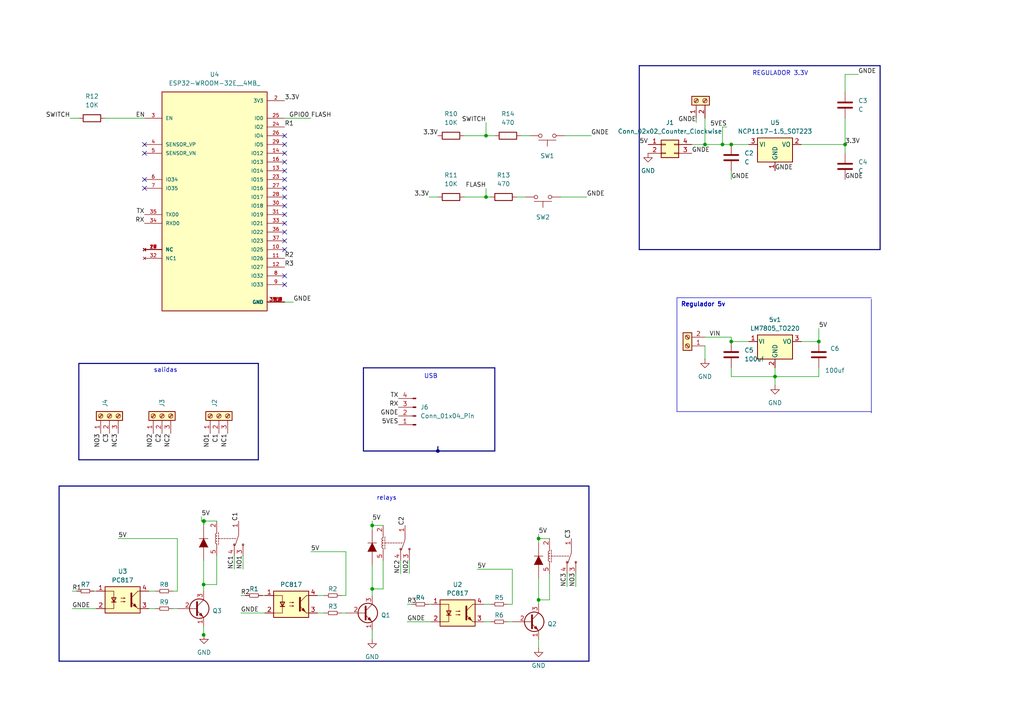
<source format=kicad_sch>
(kicad_sch
	(version 20231120)
	(generator "eeschema")
	(generator_version "8.0")
	(uuid "f4943136-be96-426f-8bad-99bae3b3f947")
	(paper "A4")
	(lib_symbols
		(symbol "Connector:Conn_01x04_Pin"
			(pin_names
				(offset 1.016) hide)
			(exclude_from_sim no)
			(in_bom yes)
			(on_board yes)
			(property "Reference" "J"
				(at 0 5.08 0)
				(effects
					(font
						(size 1.27 1.27)
					)
				)
			)
			(property "Value" "Conn_01x04_Pin"
				(at 0 -7.62 0)
				(effects
					(font
						(size 1.27 1.27)
					)
				)
			)
			(property "Footprint" ""
				(at 0 0 0)
				(effects
					(font
						(size 1.27 1.27)
					)
					(hide yes)
				)
			)
			(property "Datasheet" "~"
				(at 0 0 0)
				(effects
					(font
						(size 1.27 1.27)
					)
					(hide yes)
				)
			)
			(property "Description" "Generic connector, single row, 01x04, script generated"
				(at 0 0 0)
				(effects
					(font
						(size 1.27 1.27)
					)
					(hide yes)
				)
			)
			(property "ki_locked" ""
				(at 0 0 0)
				(effects
					(font
						(size 1.27 1.27)
					)
				)
			)
			(property "ki_keywords" "connector"
				(at 0 0 0)
				(effects
					(font
						(size 1.27 1.27)
					)
					(hide yes)
				)
			)
			(property "ki_fp_filters" "Connector*:*_1x??_*"
				(at 0 0 0)
				(effects
					(font
						(size 1.27 1.27)
					)
					(hide yes)
				)
			)
			(symbol "Conn_01x04_Pin_1_1"
				(polyline
					(pts
						(xy 1.27 -5.08) (xy 0.8636 -5.08)
					)
					(stroke
						(width 0.1524)
						(type default)
					)
					(fill
						(type none)
					)
				)
				(polyline
					(pts
						(xy 1.27 -2.54) (xy 0.8636 -2.54)
					)
					(stroke
						(width 0.1524)
						(type default)
					)
					(fill
						(type none)
					)
				)
				(polyline
					(pts
						(xy 1.27 0) (xy 0.8636 0)
					)
					(stroke
						(width 0.1524)
						(type default)
					)
					(fill
						(type none)
					)
				)
				(polyline
					(pts
						(xy 1.27 2.54) (xy 0.8636 2.54)
					)
					(stroke
						(width 0.1524)
						(type default)
					)
					(fill
						(type none)
					)
				)
				(rectangle
					(start 0.8636 -4.953)
					(end 0 -5.207)
					(stroke
						(width 0.1524)
						(type default)
					)
					(fill
						(type outline)
					)
				)
				(rectangle
					(start 0.8636 -2.413)
					(end 0 -2.667)
					(stroke
						(width 0.1524)
						(type default)
					)
					(fill
						(type outline)
					)
				)
				(rectangle
					(start 0.8636 0.127)
					(end 0 -0.127)
					(stroke
						(width 0.1524)
						(type default)
					)
					(fill
						(type outline)
					)
				)
				(rectangle
					(start 0.8636 2.667)
					(end 0 2.413)
					(stroke
						(width 0.1524)
						(type default)
					)
					(fill
						(type outline)
					)
				)
				(pin passive line
					(at 5.08 2.54 180)
					(length 3.81)
					(name "Pin_1"
						(effects
							(font
								(size 1.27 1.27)
							)
						)
					)
					(number "1"
						(effects
							(font
								(size 1.27 1.27)
							)
						)
					)
				)
				(pin passive line
					(at 5.08 0 180)
					(length 3.81)
					(name "Pin_2"
						(effects
							(font
								(size 1.27 1.27)
							)
						)
					)
					(number "2"
						(effects
							(font
								(size 1.27 1.27)
							)
						)
					)
				)
				(pin passive line
					(at 5.08 -2.54 180)
					(length 3.81)
					(name "Pin_3"
						(effects
							(font
								(size 1.27 1.27)
							)
						)
					)
					(number "3"
						(effects
							(font
								(size 1.27 1.27)
							)
						)
					)
				)
				(pin passive line
					(at 5.08 -5.08 180)
					(length 3.81)
					(name "Pin_4"
						(effects
							(font
								(size 1.27 1.27)
							)
						)
					)
					(number "4"
						(effects
							(font
								(size 1.27 1.27)
							)
						)
					)
				)
			)
		)
		(symbol "Connector:Screw_Terminal_01x02"
			(pin_names
				(offset 1.016) hide)
			(exclude_from_sim no)
			(in_bom yes)
			(on_board yes)
			(property "Reference" "J"
				(at 0 2.54 0)
				(effects
					(font
						(size 1.27 1.27)
					)
				)
			)
			(property "Value" "Screw_Terminal_01x02"
				(at 0 -5.08 0)
				(effects
					(font
						(size 1.27 1.27)
					)
				)
			)
			(property "Footprint" ""
				(at 0 0 0)
				(effects
					(font
						(size 1.27 1.27)
					)
					(hide yes)
				)
			)
			(property "Datasheet" "~"
				(at 0 0 0)
				(effects
					(font
						(size 1.27 1.27)
					)
					(hide yes)
				)
			)
			(property "Description" "Generic screw terminal, single row, 01x02, script generated (kicad-library-utils/schlib/autogen/connector/)"
				(at 0 0 0)
				(effects
					(font
						(size 1.27 1.27)
					)
					(hide yes)
				)
			)
			(property "ki_keywords" "screw terminal"
				(at 0 0 0)
				(effects
					(font
						(size 1.27 1.27)
					)
					(hide yes)
				)
			)
			(property "ki_fp_filters" "TerminalBlock*:*"
				(at 0 0 0)
				(effects
					(font
						(size 1.27 1.27)
					)
					(hide yes)
				)
			)
			(symbol "Screw_Terminal_01x02_1_1"
				(rectangle
					(start -1.27 1.27)
					(end 1.27 -3.81)
					(stroke
						(width 0.254)
						(type default)
					)
					(fill
						(type background)
					)
				)
				(circle
					(center 0 -2.54)
					(radius 0.635)
					(stroke
						(width 0.1524)
						(type default)
					)
					(fill
						(type none)
					)
				)
				(polyline
					(pts
						(xy -0.5334 -2.2098) (xy 0.3302 -3.048)
					)
					(stroke
						(width 0.1524)
						(type default)
					)
					(fill
						(type none)
					)
				)
				(polyline
					(pts
						(xy -0.5334 0.3302) (xy 0.3302 -0.508)
					)
					(stroke
						(width 0.1524)
						(type default)
					)
					(fill
						(type none)
					)
				)
				(polyline
					(pts
						(xy -0.3556 -2.032) (xy 0.508 -2.8702)
					)
					(stroke
						(width 0.1524)
						(type default)
					)
					(fill
						(type none)
					)
				)
				(polyline
					(pts
						(xy -0.3556 0.508) (xy 0.508 -0.3302)
					)
					(stroke
						(width 0.1524)
						(type default)
					)
					(fill
						(type none)
					)
				)
				(circle
					(center 0 0)
					(radius 0.635)
					(stroke
						(width 0.1524)
						(type default)
					)
					(fill
						(type none)
					)
				)
				(pin passive line
					(at -5.08 0 0)
					(length 3.81)
					(name "Pin_1"
						(effects
							(font
								(size 1.27 1.27)
							)
						)
					)
					(number "1"
						(effects
							(font
								(size 1.27 1.27)
							)
						)
					)
				)
				(pin passive line
					(at -5.08 -2.54 0)
					(length 3.81)
					(name "Pin_2"
						(effects
							(font
								(size 1.27 1.27)
							)
						)
					)
					(number "2"
						(effects
							(font
								(size 1.27 1.27)
							)
						)
					)
				)
			)
		)
		(symbol "Connector:Screw_Terminal_01x03"
			(pin_names
				(offset 1.016) hide)
			(exclude_from_sim no)
			(in_bom yes)
			(on_board yes)
			(property "Reference" "J"
				(at 0 5.08 0)
				(effects
					(font
						(size 1.27 1.27)
					)
				)
			)
			(property "Value" "Screw_Terminal_01x03"
				(at 0 -5.08 0)
				(effects
					(font
						(size 1.27 1.27)
					)
				)
			)
			(property "Footprint" ""
				(at 0 0 0)
				(effects
					(font
						(size 1.27 1.27)
					)
					(hide yes)
				)
			)
			(property "Datasheet" "~"
				(at 0 0 0)
				(effects
					(font
						(size 1.27 1.27)
					)
					(hide yes)
				)
			)
			(property "Description" "Generic screw terminal, single row, 01x03, script generated (kicad-library-utils/schlib/autogen/connector/)"
				(at 0 0 0)
				(effects
					(font
						(size 1.27 1.27)
					)
					(hide yes)
				)
			)
			(property "ki_keywords" "screw terminal"
				(at 0 0 0)
				(effects
					(font
						(size 1.27 1.27)
					)
					(hide yes)
				)
			)
			(property "ki_fp_filters" "TerminalBlock*:*"
				(at 0 0 0)
				(effects
					(font
						(size 1.27 1.27)
					)
					(hide yes)
				)
			)
			(symbol "Screw_Terminal_01x03_1_1"
				(rectangle
					(start -1.27 3.81)
					(end 1.27 -3.81)
					(stroke
						(width 0.254)
						(type default)
					)
					(fill
						(type background)
					)
				)
				(circle
					(center 0 -2.54)
					(radius 0.635)
					(stroke
						(width 0.1524)
						(type default)
					)
					(fill
						(type none)
					)
				)
				(polyline
					(pts
						(xy -0.5334 -2.2098) (xy 0.3302 -3.048)
					)
					(stroke
						(width 0.1524)
						(type default)
					)
					(fill
						(type none)
					)
				)
				(polyline
					(pts
						(xy -0.5334 0.3302) (xy 0.3302 -0.508)
					)
					(stroke
						(width 0.1524)
						(type default)
					)
					(fill
						(type none)
					)
				)
				(polyline
					(pts
						(xy -0.5334 2.8702) (xy 0.3302 2.032)
					)
					(stroke
						(width 0.1524)
						(type default)
					)
					(fill
						(type none)
					)
				)
				(polyline
					(pts
						(xy -0.3556 -2.032) (xy 0.508 -2.8702)
					)
					(stroke
						(width 0.1524)
						(type default)
					)
					(fill
						(type none)
					)
				)
				(polyline
					(pts
						(xy -0.3556 0.508) (xy 0.508 -0.3302)
					)
					(stroke
						(width 0.1524)
						(type default)
					)
					(fill
						(type none)
					)
				)
				(polyline
					(pts
						(xy -0.3556 3.048) (xy 0.508 2.2098)
					)
					(stroke
						(width 0.1524)
						(type default)
					)
					(fill
						(type none)
					)
				)
				(circle
					(center 0 0)
					(radius 0.635)
					(stroke
						(width 0.1524)
						(type default)
					)
					(fill
						(type none)
					)
				)
				(circle
					(center 0 2.54)
					(radius 0.635)
					(stroke
						(width 0.1524)
						(type default)
					)
					(fill
						(type none)
					)
				)
				(pin passive line
					(at -5.08 2.54 0)
					(length 3.81)
					(name "Pin_1"
						(effects
							(font
								(size 1.27 1.27)
							)
						)
					)
					(number "1"
						(effects
							(font
								(size 1.27 1.27)
							)
						)
					)
				)
				(pin passive line
					(at -5.08 0 0)
					(length 3.81)
					(name "Pin_2"
						(effects
							(font
								(size 1.27 1.27)
							)
						)
					)
					(number "2"
						(effects
							(font
								(size 1.27 1.27)
							)
						)
					)
				)
				(pin passive line
					(at -5.08 -2.54 0)
					(length 3.81)
					(name "Pin_3"
						(effects
							(font
								(size 1.27 1.27)
							)
						)
					)
					(number "3"
						(effects
							(font
								(size 1.27 1.27)
							)
						)
					)
				)
			)
		)
		(symbol "Connector_Generic:Conn_02x02_Counter_Clockwise"
			(pin_names
				(offset 1.016) hide)
			(exclude_from_sim no)
			(in_bom yes)
			(on_board yes)
			(property "Reference" "J"
				(at 1.27 2.54 0)
				(effects
					(font
						(size 1.27 1.27)
					)
				)
			)
			(property "Value" "Conn_02x02_Counter_Clockwise"
				(at 1.27 -5.08 0)
				(effects
					(font
						(size 1.27 1.27)
					)
				)
			)
			(property "Footprint" ""
				(at 0 0 0)
				(effects
					(font
						(size 1.27 1.27)
					)
					(hide yes)
				)
			)
			(property "Datasheet" "~"
				(at 0 0 0)
				(effects
					(font
						(size 1.27 1.27)
					)
					(hide yes)
				)
			)
			(property "Description" "Generic connector, double row, 02x02, counter clockwise pin numbering scheme (similar to DIP package numbering), script generated (kicad-library-utils/schlib/autogen/connector/)"
				(at 0 0 0)
				(effects
					(font
						(size 1.27 1.27)
					)
					(hide yes)
				)
			)
			(property "ki_keywords" "connector"
				(at 0 0 0)
				(effects
					(font
						(size 1.27 1.27)
					)
					(hide yes)
				)
			)
			(property "ki_fp_filters" "Connector*:*_2x??_*"
				(at 0 0 0)
				(effects
					(font
						(size 1.27 1.27)
					)
					(hide yes)
				)
			)
			(symbol "Conn_02x02_Counter_Clockwise_1_1"
				(rectangle
					(start -1.27 -2.413)
					(end 0 -2.667)
					(stroke
						(width 0.1524)
						(type default)
					)
					(fill
						(type none)
					)
				)
				(rectangle
					(start -1.27 0.127)
					(end 0 -0.127)
					(stroke
						(width 0.1524)
						(type default)
					)
					(fill
						(type none)
					)
				)
				(rectangle
					(start -1.27 1.27)
					(end 3.81 -3.81)
					(stroke
						(width 0.254)
						(type default)
					)
					(fill
						(type background)
					)
				)
				(rectangle
					(start 3.81 -2.413)
					(end 2.54 -2.667)
					(stroke
						(width 0.1524)
						(type default)
					)
					(fill
						(type none)
					)
				)
				(rectangle
					(start 3.81 0.127)
					(end 2.54 -0.127)
					(stroke
						(width 0.1524)
						(type default)
					)
					(fill
						(type none)
					)
				)
				(pin passive line
					(at -5.08 0 0)
					(length 3.81)
					(name "Pin_1"
						(effects
							(font
								(size 1.27 1.27)
							)
						)
					)
					(number "1"
						(effects
							(font
								(size 1.27 1.27)
							)
						)
					)
				)
				(pin passive line
					(at -5.08 -2.54 0)
					(length 3.81)
					(name "Pin_2"
						(effects
							(font
								(size 1.27 1.27)
							)
						)
					)
					(number "2"
						(effects
							(font
								(size 1.27 1.27)
							)
						)
					)
				)
				(pin passive line
					(at 7.62 -2.54 180)
					(length 3.81)
					(name "Pin_3"
						(effects
							(font
								(size 1.27 1.27)
							)
						)
					)
					(number "3"
						(effects
							(font
								(size 1.27 1.27)
							)
						)
					)
				)
				(pin passive line
					(at 7.62 0 180)
					(length 3.81)
					(name "Pin_4"
						(effects
							(font
								(size 1.27 1.27)
							)
						)
					)
					(number "4"
						(effects
							(font
								(size 1.27 1.27)
							)
						)
					)
				)
			)
		)
		(symbol "Device:C"
			(pin_numbers hide)
			(pin_names
				(offset 0.254)
			)
			(exclude_from_sim no)
			(in_bom yes)
			(on_board yes)
			(property "Reference" "C"
				(at 0.635 2.54 0)
				(effects
					(font
						(size 1.27 1.27)
					)
					(justify left)
				)
			)
			(property "Value" "C"
				(at 0.635 -2.54 0)
				(effects
					(font
						(size 1.27 1.27)
					)
					(justify left)
				)
			)
			(property "Footprint" ""
				(at 0.9652 -3.81 0)
				(effects
					(font
						(size 1.27 1.27)
					)
					(hide yes)
				)
			)
			(property "Datasheet" "~"
				(at 0 0 0)
				(effects
					(font
						(size 1.27 1.27)
					)
					(hide yes)
				)
			)
			(property "Description" "Unpolarized capacitor"
				(at 0 0 0)
				(effects
					(font
						(size 1.27 1.27)
					)
					(hide yes)
				)
			)
			(property "ki_keywords" "cap capacitor"
				(at 0 0 0)
				(effects
					(font
						(size 1.27 1.27)
					)
					(hide yes)
				)
			)
			(property "ki_fp_filters" "C_*"
				(at 0 0 0)
				(effects
					(font
						(size 1.27 1.27)
					)
					(hide yes)
				)
			)
			(symbol "C_0_1"
				(polyline
					(pts
						(xy -2.032 -0.762) (xy 2.032 -0.762)
					)
					(stroke
						(width 0.508)
						(type default)
					)
					(fill
						(type none)
					)
				)
				(polyline
					(pts
						(xy -2.032 0.762) (xy 2.032 0.762)
					)
					(stroke
						(width 0.508)
						(type default)
					)
					(fill
						(type none)
					)
				)
			)
			(symbol "C_1_1"
				(pin passive line
					(at 0 3.81 270)
					(length 2.794)
					(name "~"
						(effects
							(font
								(size 1.27 1.27)
							)
						)
					)
					(number "1"
						(effects
							(font
								(size 1.27 1.27)
							)
						)
					)
				)
				(pin passive line
					(at 0 -3.81 90)
					(length 2.794)
					(name "~"
						(effects
							(font
								(size 1.27 1.27)
							)
						)
					)
					(number "2"
						(effects
							(font
								(size 1.27 1.27)
							)
						)
					)
				)
			)
		)
		(symbol "Device:R"
			(pin_numbers hide)
			(pin_names
				(offset 0)
			)
			(exclude_from_sim no)
			(in_bom yes)
			(on_board yes)
			(property "Reference" "R"
				(at 2.032 0 90)
				(effects
					(font
						(size 1.27 1.27)
					)
				)
			)
			(property "Value" "R"
				(at 0 0 90)
				(effects
					(font
						(size 1.27 1.27)
					)
				)
			)
			(property "Footprint" ""
				(at -1.778 0 90)
				(effects
					(font
						(size 1.27 1.27)
					)
					(hide yes)
				)
			)
			(property "Datasheet" "~"
				(at 0 0 0)
				(effects
					(font
						(size 1.27 1.27)
					)
					(hide yes)
				)
			)
			(property "Description" "Resistor"
				(at 0 0 0)
				(effects
					(font
						(size 1.27 1.27)
					)
					(hide yes)
				)
			)
			(property "ki_keywords" "R res resistor"
				(at 0 0 0)
				(effects
					(font
						(size 1.27 1.27)
					)
					(hide yes)
				)
			)
			(property "ki_fp_filters" "R_*"
				(at 0 0 0)
				(effects
					(font
						(size 1.27 1.27)
					)
					(hide yes)
				)
			)
			(symbol "R_0_1"
				(rectangle
					(start -1.016 -2.54)
					(end 1.016 2.54)
					(stroke
						(width 0.254)
						(type default)
					)
					(fill
						(type none)
					)
				)
			)
			(symbol "R_1_1"
				(pin passive line
					(at 0 3.81 270)
					(length 1.27)
					(name "~"
						(effects
							(font
								(size 1.27 1.27)
							)
						)
					)
					(number "1"
						(effects
							(font
								(size 1.27 1.27)
							)
						)
					)
				)
				(pin passive line
					(at 0 -3.81 90)
					(length 1.27)
					(name "~"
						(effects
							(font
								(size 1.27 1.27)
							)
						)
					)
					(number "2"
						(effects
							(font
								(size 1.27 1.27)
							)
						)
					)
				)
			)
		)
		(symbol "EESTN5:DIODE"
			(pin_numbers hide)
			(pin_names
				(offset 1.016) hide)
			(exclude_from_sim no)
			(in_bom yes)
			(on_board yes)
			(property "Reference" "D"
				(at 0 2.54 0)
				(effects
					(font
						(size 1.016 1.016)
					)
				)
			)
			(property "Value" "DIODE"
				(at 0 -2.54 0)
				(effects
					(font
						(size 1.016 1.016)
					)
				)
			)
			(property "Footprint" ""
				(at 0 0 0)
				(effects
					(font
						(size 1.524 1.524)
					)
				)
			)
			(property "Datasheet" ""
				(at 0 0 0)
				(effects
					(font
						(size 1.524 1.524)
					)
				)
			)
			(property "Description" ""
				(at 0 0 0)
				(effects
					(font
						(size 1.27 1.27)
					)
					(hide yes)
				)
			)
			(property "ki_fp_filters" "D* S*"
				(at 0 0 0)
				(effects
					(font
						(size 1.27 1.27)
					)
					(hide yes)
				)
			)
			(symbol "DIODE_0_1"
				(polyline
					(pts
						(xy 1.27 1.27) (xy 1.27 -1.27)
					)
					(stroke
						(width 0.1524)
						(type solid)
					)
					(fill
						(type none)
					)
				)
				(polyline
					(pts
						(xy -1.27 1.27) (xy 1.27 0) (xy -1.27 -1.27)
					)
					(stroke
						(width 0)
						(type solid)
					)
					(fill
						(type outline)
					)
				)
			)
			(symbol "DIODE_1_1"
				(pin passive line
					(at -5.08 0 0)
					(length 3.81)
					(name "A"
						(effects
							(font
								(size 1.016 1.016)
							)
						)
					)
					(number "1"
						(effects
							(font
								(size 1.016 1.016)
							)
						)
					)
				)
				(pin passive line
					(at 5.08 0 180)
					(length 3.81)
					(name "K"
						(effects
							(font
								(size 1.016 1.016)
							)
						)
					)
					(number "2"
						(effects
							(font
								(size 1.016 1.016)
							)
						)
					)
				)
			)
		)
		(symbol "EESTN5:R"
			(pin_numbers hide)
			(pin_names
				(offset 0)
			)
			(exclude_from_sim no)
			(in_bom yes)
			(on_board yes)
			(property "Reference" "R"
				(at -1.27 0 90)
				(effects
					(font
						(size 1.27 1.27)
					)
				)
			)
			(property "Value" "R"
				(at 1.27 0 90)
				(effects
					(font
						(size 1.27 1.27)
					)
				)
			)
			(property "Footprint" ""
				(at 0 0 0)
				(effects
					(font
						(size 1.524 1.524)
					)
				)
			)
			(property "Datasheet" ""
				(at 0 0 0)
				(effects
					(font
						(size 1.524 1.524)
					)
				)
			)
			(property "Description" ""
				(at 0 0 0)
				(effects
					(font
						(size 1.27 1.27)
					)
					(hide yes)
				)
			)
			(property "ki_fp_filters" "RES* R_*"
				(at 0 0 0)
				(effects
					(font
						(size 1.27 1.27)
					)
					(hide yes)
				)
			)
			(symbol "R_0_1"
				(rectangle
					(start 0.508 1.27)
					(end -0.508 -1.27)
					(stroke
						(width 0)
						(type solid)
					)
					(fill
						(type none)
					)
				)
			)
			(symbol "R_1_1"
				(pin passive line
					(at 0 2.54 270)
					(length 1.27)
					(name "~"
						(effects
							(font
								(size 1.524 1.524)
							)
						)
					)
					(number "1"
						(effects
							(font
								(size 1.524 1.524)
							)
						)
					)
				)
				(pin passive line
					(at 0 -2.54 90)
					(length 1.27)
					(name "~"
						(effects
							(font
								(size 1.524 1.524)
							)
						)
					)
					(number "2"
						(effects
							(font
								(size 1.524 1.524)
							)
						)
					)
				)
			)
		)
		(symbol "EESTN5:RELAY_C"
			(pin_names
				(offset 1.016)
			)
			(exclude_from_sim no)
			(in_bom yes)
			(on_board yes)
			(property "Reference" "K"
				(at 0 6.35 0)
				(effects
					(font
						(size 1.524 1.524)
					)
				)
			)
			(property "Value" "RELAY_C"
				(at 0 -5.969 0)
				(effects
					(font
						(size 1.524 1.524)
					)
				)
			)
			(property "Footprint" ""
				(at 0 0 0)
				(effects
					(font
						(size 1.524 1.524)
					)
				)
			)
			(property "Datasheet" ""
				(at 0 0 0)
				(effects
					(font
						(size 1.524 1.524)
					)
				)
			)
			(property "Description" ""
				(at 0 0 0)
				(effects
					(font
						(size 1.27 1.27)
					)
					(hide yes)
				)
			)
			(property "ki_fp_filters" "REL*"
				(at 0 0 0)
				(effects
					(font
						(size 1.27 1.27)
					)
					(hide yes)
				)
			)
			(symbol "RELAY_C_0_1"
				(arc
					(start -0.762 3.81)
					(mid -1.143 4.1894)
					(end -1.524 3.81)
					(stroke
						(width 0)
						(type solid)
					)
					(fill
						(type none)
					)
				)
				(polyline
					(pts
						(xy -1.778 3.302) (xy -1.27 3.302) (xy -1.27 3.302)
					)
					(stroke
						(width 0)
						(type solid)
					)
					(fill
						(type none)
					)
				)
				(polyline
					(pts
						(xy -1.524 -2.54) (xy -2.54 -2.54) (xy -2.54 -2.54)
					)
					(stroke
						(width 0)
						(type solid)
					)
					(fill
						(type none)
					)
				)
				(polyline
					(pts
						(xy -1.524 3.81) (xy -2.54 3.81) (xy -2.54 3.81)
					)
					(stroke
						(width 0)
						(type solid)
					)
					(fill
						(type none)
					)
				)
				(polyline
					(pts
						(xy -1.016 3.302) (xy -0.508 3.302) (xy -0.508 3.302)
					)
					(stroke
						(width 0)
						(type solid)
					)
					(fill
						(type none)
					)
				)
				(polyline
					(pts
						(xy -0.254 3.302) (xy 0.254 3.302) (xy 0.254 3.302)
					)
					(stroke
						(width 0)
						(type solid)
					)
					(fill
						(type none)
					)
				)
				(polyline
					(pts
						(xy 0 -1.27) (xy 0 -1.778) (xy 0 -1.778)
					)
					(stroke
						(width 0)
						(type solid)
					)
					(fill
						(type none)
					)
				)
				(polyline
					(pts
						(xy 0 -0.508) (xy 0 -1.016) (xy 0 -1.016)
					)
					(stroke
						(width 0)
						(type solid)
					)
					(fill
						(type none)
					)
				)
				(polyline
					(pts
						(xy 0 0.254) (xy 0 -0.254) (xy 0 -0.254)
					)
					(stroke
						(width 0)
						(type solid)
					)
					(fill
						(type none)
					)
				)
				(polyline
					(pts
						(xy 0 1.016) (xy 0 0.508) (xy 0 0.508)
					)
					(stroke
						(width 0)
						(type solid)
					)
					(fill
						(type none)
					)
				)
				(polyline
					(pts
						(xy 0 1.778) (xy 0 1.27) (xy 0 1.27)
					)
					(stroke
						(width 0)
						(type solid)
					)
					(fill
						(type none)
					)
				)
				(polyline
					(pts
						(xy 0 2.54) (xy 0 2.032) (xy 0 2.032)
					)
					(stroke
						(width 0)
						(type solid)
					)
					(fill
						(type none)
					)
				)
				(polyline
					(pts
						(xy 0 3.302) (xy 0 2.794) (xy 0 2.794)
					)
					(stroke
						(width 0)
						(type solid)
					)
					(fill
						(type none)
					)
				)
				(polyline
					(pts
						(xy 0.508 3.302) (xy 1.016 3.302) (xy 1.016 3.302)
					)
					(stroke
						(width 0)
						(type solid)
					)
					(fill
						(type none)
					)
				)
				(polyline
					(pts
						(xy 1.27 3.302) (xy 1.778 3.302) (xy 1.778 3.302)
					)
					(stroke
						(width 0)
						(type solid)
					)
					(fill
						(type none)
					)
				)
				(polyline
					(pts
						(xy 1.524 3.81) (xy 2.54 3.81) (xy 2.54 3.81)
					)
					(stroke
						(width 0)
						(type solid)
					)
					(fill
						(type none)
					)
				)
				(polyline
					(pts
						(xy 2.54 -3.81) (xy 1.778 -3.81) (xy 1.778 -3.81)
					)
					(stroke
						(width 0)
						(type solid)
					)
					(fill
						(type none)
					)
				)
				(polyline
					(pts
						(xy 2.54 -1.27) (xy 1.778 -1.27) (xy 1.778 -1.27)
					)
					(stroke
						(width 0)
						(type solid)
					)
					(fill
						(type none)
					)
				)
				(polyline
					(pts
						(xy -1.524 -2.54) (xy -1.016 -2.54) (xy 2.032 -1.524) (xy 2.032 -1.524)
					)
					(stroke
						(width 0)
						(type solid)
					)
					(fill
						(type none)
					)
				)
				(arc
					(start 0 3.81)
					(mid -0.381 4.1894)
					(end -0.762 3.81)
					(stroke
						(width 0)
						(type solid)
					)
					(fill
						(type none)
					)
				)
				(arc
					(start 0.762 3.81)
					(mid 0.381 4.1894)
					(end 0 3.81)
					(stroke
						(width 0)
						(type solid)
					)
					(fill
						(type none)
					)
				)
				(arc
					(start 1.524 3.81)
					(mid 1.143 4.1894)
					(end 0.762 3.81)
					(stroke
						(width 0)
						(type solid)
					)
					(fill
						(type none)
					)
				)
				(circle
					(center 1.778 -3.81)
					(radius 0.254)
					(stroke
						(width 0)
						(type solid)
					)
					(fill
						(type none)
					)
				)
				(circle
					(center 1.778 -1.27)
					(radius 0.254)
					(stroke
						(width 0)
						(type solid)
					)
					(fill
						(type none)
					)
				)
			)
			(symbol "RELAY_C_1_1"
				(pin passive line
					(at -5.08 -2.54 0)
					(length 2.54)
					(name "~"
						(effects
							(font
								(size 1.27 1.27)
							)
						)
					)
					(number "1"
						(effects
							(font
								(size 1.27 1.27)
							)
						)
					)
				)
				(pin passive line
					(at -5.08 3.81 0)
					(length 2.54)
					(name "~"
						(effects
							(font
								(size 1.27 1.27)
							)
						)
					)
					(number "2"
						(effects
							(font
								(size 1.27 1.27)
							)
						)
					)
				)
				(pin passive line
					(at 5.08 -3.81 180)
					(length 2.54)
					(name "~"
						(effects
							(font
								(size 1.27 1.27)
							)
						)
					)
					(number "3"
						(effects
							(font
								(size 1.27 1.27)
							)
						)
					)
				)
				(pin passive line
					(at 5.08 -1.27 180)
					(length 2.54)
					(name "~"
						(effects
							(font
								(size 1.27 1.27)
							)
						)
					)
					(number "4"
						(effects
							(font
								(size 1.27 1.27)
							)
						)
					)
				)
				(pin passive line
					(at 5.08 3.81 180)
					(length 2.54)
					(name "~"
						(effects
							(font
								(size 1.27 1.27)
							)
						)
					)
					(number "5"
						(effects
							(font
								(size 1.27 1.27)
							)
						)
					)
				)
			)
		)
		(symbol "EESTN5:SW_Push"
			(pin_numbers hide)
			(pin_names
				(offset 1.016) hide)
			(exclude_from_sim no)
			(in_bom yes)
			(on_board yes)
			(property "Reference" "SW"
				(at 1.27 2.54 0)
				(effects
					(font
						(size 1.27 1.27)
					)
					(justify left)
				)
			)
			(property "Value" "SW_Push"
				(at 0 -1.524 0)
				(effects
					(font
						(size 1.27 1.27)
					)
					(hide yes)
				)
			)
			(property "Footprint" ""
				(at 0 5.08 0)
				(effects
					(font
						(size 1.27 1.27)
					)
				)
			)
			(property "Datasheet" ""
				(at 0 5.08 0)
				(effects
					(font
						(size 1.27 1.27)
					)
				)
			)
			(property "Description" "Push button switch, generic, two pins"
				(at 0 0 0)
				(effects
					(font
						(size 1.27 1.27)
					)
					(hide yes)
				)
			)
			(property "ki_keywords" "switch normally-open pushbutton push-button"
				(at 0 0 0)
				(effects
					(font
						(size 1.27 1.27)
					)
					(hide yes)
				)
			)
			(property "ki_fp_filters" "PUL* SW* SPST*"
				(at 0 0 0)
				(effects
					(font
						(size 1.27 1.27)
					)
					(hide yes)
				)
			)
			(symbol "SW_Push_0_1"
				(circle
					(center -2.032 0)
					(radius 0.508)
					(stroke
						(width 0)
						(type solid)
					)
					(fill
						(type none)
					)
				)
				(polyline
					(pts
						(xy 0 1.27) (xy 0 3.048)
					)
					(stroke
						(width 0)
						(type solid)
					)
					(fill
						(type none)
					)
				)
				(polyline
					(pts
						(xy 2.54 1.27) (xy -2.54 1.27)
					)
					(stroke
						(width 0)
						(type solid)
					)
					(fill
						(type none)
					)
				)
				(circle
					(center 2.032 0)
					(radius 0.508)
					(stroke
						(width 0)
						(type solid)
					)
					(fill
						(type none)
					)
				)
				(pin passive line
					(at -5.08 0 0)
					(length 2.54)
					(name "1"
						(effects
							(font
								(size 1.27 1.27)
							)
						)
					)
					(number "1"
						(effects
							(font
								(size 1.27 1.27)
							)
						)
					)
				)
				(pin passive line
					(at 5.08 0 180)
					(length 2.54)
					(name "2"
						(effects
							(font
								(size 1.27 1.27)
							)
						)
					)
					(number "2"
						(effects
							(font
								(size 1.27 1.27)
							)
						)
					)
				)
			)
		)
		(symbol "ESP32-WROOM-32E__4MB_:ESP32-WROOM-32E__4MB_"
			(pin_names
				(offset 1.016)
			)
			(exclude_from_sim no)
			(in_bom yes)
			(on_board yes)
			(property "Reference" "U"
				(at -15.24 33.909 0)
				(effects
					(font
						(size 1.27 1.27)
					)
					(justify left bottom)
				)
			)
			(property "Value" "ESP32-WROOM-32E__4MB_"
				(at -15.24 -33.02 0)
				(effects
					(font
						(size 1.27 1.27)
					)
					(justify left bottom)
				)
			)
			(property "Footprint" "XCVR_ESP32-WROOM-32E__4MB_"
				(at 0 0 0)
				(effects
					(font
						(size 1.27 1.27)
					)
					(justify left bottom)
					(hide yes)
				)
			)
			(property "Datasheet" ""
				(at 0 0 0)
				(effects
					(font
						(size 1.27 1.27)
					)
					(justify left bottom)
					(hide yes)
				)
			)
			(property "Description" "Espressif Systems"
				(at 0 0 0)
				(effects
					(font
						(size 1.27 1.27)
					)
					(justify left bottom)
					(hide yes)
				)
			)
			(property "MAXIMUM_PACKAGE_HEIGHT" "3.25mm"
				(at 0 0 0)
				(effects
					(font
						(size 1.27 1.27)
					)
					(justify left bottom)
					(hide yes)
				)
			)
			(property "Package" "SMD-44 Espressif Systems"
				(at 0 0 0)
				(effects
					(font
						(size 1.27 1.27)
					)
					(justify left bottom)
					(hide yes)
				)
			)
			(property "Price" "None"
				(at 0 0 0)
				(effects
					(font
						(size 1.27 1.27)
					)
					(justify left bottom)
					(hide yes)
				)
			)
			(property "Check_prices" "https://www.snapeda.com/parts/ESP32-WROOM-32E%20(4MB)/Espressif+Systems/view-part/?ref=eda"
				(at 0 0 0)
				(effects
					(font
						(size 1.27 1.27)
					)
					(justify left bottom)
					(hide yes)
				)
			)
			(property "STANDARD" "Manufacturer Recommendations"
				(at 0 0 0)
				(effects
					(font
						(size 1.27 1.27)
					)
					(justify left bottom)
					(hide yes)
				)
			)
			(property "PARTREV" "1.4"
				(at 0 0 0)
				(effects
					(font
						(size 1.27 1.27)
					)
					(justify left bottom)
					(hide yes)
				)
			)
			(property "SnapEDA_Link" "https://www.snapeda.com/parts/ESP32-WROOM-32E%20(4MB)/Espressif+Systems/view-part/?ref=snap"
				(at 0 0 0)
				(effects
					(font
						(size 1.27 1.27)
					)
					(justify left bottom)
					(hide yes)
				)
			)
			(property "MP" "ESP32-WROOM-32E (4MB)"
				(at 0 0 0)
				(effects
					(font
						(size 1.27 1.27)
					)
					(justify left bottom)
					(hide yes)
				)
			)
			(property "Description_1" "\\nBluetooth, WiFi 802.11b/g/n, Bluetooth v4.2 +EDR, Class 1, 2 and 3 Transceiver Module 2.4GHz ~{} 2.5GHz Integrated, Trace Surface Mount\\n"
				(at 0 0 0)
				(effects
					(font
						(size 1.27 1.27)
					)
					(justify left bottom)
					(hide yes)
				)
			)
			(property "Availability" "In Stock"
				(at 0 0 0)
				(effects
					(font
						(size 1.27 1.27)
					)
					(justify left bottom)
					(hide yes)
				)
			)
			(property "MANUFACTURER" "Espressif Systems"
				(at 0 0 0)
				(effects
					(font
						(size 1.27 1.27)
					)
					(justify left bottom)
					(hide yes)
				)
			)
			(property "ki_locked" ""
				(at 0 0 0)
				(effects
					(font
						(size 1.27 1.27)
					)
				)
			)
			(symbol "ESP32-WROOM-32E__4MB__0_0"
				(rectangle
					(start -15.24 -30.48)
					(end 15.24 33.02)
					(stroke
						(width 0.254)
						(type solid)
					)
					(fill
						(type background)
					)
				)
				(pin power_in line
					(at 20.32 -27.94 180)
					(length 5.08)
					(name "GND"
						(effects
							(font
								(size 1.016 1.016)
							)
						)
					)
					(number "1"
						(effects
							(font
								(size 1.016 1.016)
							)
						)
					)
				)
				(pin bidirectional line
					(at 20.32 -12.7 180)
					(length 5.08)
					(name "IO25"
						(effects
							(font
								(size 1.016 1.016)
							)
						)
					)
					(number "10"
						(effects
							(font
								(size 1.016 1.016)
							)
						)
					)
				)
				(pin bidirectional line
					(at 20.32 -15.24 180)
					(length 5.08)
					(name "IO26"
						(effects
							(font
								(size 1.016 1.016)
							)
						)
					)
					(number "11"
						(effects
							(font
								(size 1.016 1.016)
							)
						)
					)
				)
				(pin bidirectional line
					(at 20.32 -17.78 180)
					(length 5.08)
					(name "IO27"
						(effects
							(font
								(size 1.016 1.016)
							)
						)
					)
					(number "12"
						(effects
							(font
								(size 1.016 1.016)
							)
						)
					)
				)
				(pin bidirectional line
					(at 20.32 10.16 180)
					(length 5.08)
					(name "IO14"
						(effects
							(font
								(size 1.016 1.016)
							)
						)
					)
					(number "13"
						(effects
							(font
								(size 1.016 1.016)
							)
						)
					)
				)
				(pin bidirectional line
					(at 20.32 15.24 180)
					(length 5.08)
					(name "IO12"
						(effects
							(font
								(size 1.016 1.016)
							)
						)
					)
					(number "14"
						(effects
							(font
								(size 1.016 1.016)
							)
						)
					)
				)
				(pin power_in line
					(at 20.32 -27.94 180)
					(length 5.08)
					(name "GND"
						(effects
							(font
								(size 1.016 1.016)
							)
						)
					)
					(number "15"
						(effects
							(font
								(size 1.016 1.016)
							)
						)
					)
				)
				(pin bidirectional line
					(at 20.32 12.7 180)
					(length 5.08)
					(name "IO13"
						(effects
							(font
								(size 1.016 1.016)
							)
						)
					)
					(number "16"
						(effects
							(font
								(size 1.016 1.016)
							)
						)
					)
				)
				(pin no_connect line
					(at -20.32 -12.7 0)
					(length 5.08)
					(name "NC"
						(effects
							(font
								(size 1.016 1.016)
							)
						)
					)
					(number "17"
						(effects
							(font
								(size 1.016 1.016)
							)
						)
					)
				)
				(pin no_connect line
					(at -20.32 -12.7 0)
					(length 5.08)
					(name "NC"
						(effects
							(font
								(size 1.016 1.016)
							)
						)
					)
					(number "18"
						(effects
							(font
								(size 1.016 1.016)
							)
						)
					)
				)
				(pin no_connect line
					(at -20.32 -12.7 0)
					(length 5.08)
					(name "NC"
						(effects
							(font
								(size 1.016 1.016)
							)
						)
					)
					(number "19"
						(effects
							(font
								(size 1.016 1.016)
							)
						)
					)
				)
				(pin power_in line
					(at 20.32 30.48 180)
					(length 5.08)
					(name "3V3"
						(effects
							(font
								(size 1.016 1.016)
							)
						)
					)
					(number "2"
						(effects
							(font
								(size 1.016 1.016)
							)
						)
					)
				)
				(pin no_connect line
					(at -20.32 -12.7 0)
					(length 5.08)
					(name "NC"
						(effects
							(font
								(size 1.016 1.016)
							)
						)
					)
					(number "20"
						(effects
							(font
								(size 1.016 1.016)
							)
						)
					)
				)
				(pin no_connect line
					(at -20.32 -12.7 0)
					(length 5.08)
					(name "NC"
						(effects
							(font
								(size 1.016 1.016)
							)
						)
					)
					(number "21"
						(effects
							(font
								(size 1.016 1.016)
							)
						)
					)
				)
				(pin no_connect line
					(at -20.32 -12.7 0)
					(length 5.08)
					(name "NC"
						(effects
							(font
								(size 1.016 1.016)
							)
						)
					)
					(number "22"
						(effects
							(font
								(size 1.016 1.016)
							)
						)
					)
				)
				(pin bidirectional line
					(at 20.32 7.62 180)
					(length 5.08)
					(name "IO15"
						(effects
							(font
								(size 1.016 1.016)
							)
						)
					)
					(number "23"
						(effects
							(font
								(size 1.016 1.016)
							)
						)
					)
				)
				(pin bidirectional line
					(at 20.32 22.86 180)
					(length 5.08)
					(name "IO2"
						(effects
							(font
								(size 1.016 1.016)
							)
						)
					)
					(number "24"
						(effects
							(font
								(size 1.016 1.016)
							)
						)
					)
				)
				(pin bidirectional line
					(at 20.32 25.4 180)
					(length 5.08)
					(name "IO0"
						(effects
							(font
								(size 1.016 1.016)
							)
						)
					)
					(number "25"
						(effects
							(font
								(size 1.016 1.016)
							)
						)
					)
				)
				(pin bidirectional line
					(at 20.32 20.32 180)
					(length 5.08)
					(name "IO4"
						(effects
							(font
								(size 1.016 1.016)
							)
						)
					)
					(number "26"
						(effects
							(font
								(size 1.016 1.016)
							)
						)
					)
				)
				(pin bidirectional line
					(at 20.32 5.08 180)
					(length 5.08)
					(name "IO16"
						(effects
							(font
								(size 1.016 1.016)
							)
						)
					)
					(number "27"
						(effects
							(font
								(size 1.016 1.016)
							)
						)
					)
				)
				(pin bidirectional line
					(at 20.32 2.54 180)
					(length 5.08)
					(name "IO17"
						(effects
							(font
								(size 1.016 1.016)
							)
						)
					)
					(number "28"
						(effects
							(font
								(size 1.016 1.016)
							)
						)
					)
				)
				(pin bidirectional line
					(at 20.32 17.78 180)
					(length 5.08)
					(name "IO5"
						(effects
							(font
								(size 1.016 1.016)
							)
						)
					)
					(number "29"
						(effects
							(font
								(size 1.016 1.016)
							)
						)
					)
				)
				(pin input line
					(at -20.32 25.4 0)
					(length 5.08)
					(name "EN"
						(effects
							(font
								(size 1.016 1.016)
							)
						)
					)
					(number "3"
						(effects
							(font
								(size 1.016 1.016)
							)
						)
					)
				)
				(pin bidirectional line
					(at 20.32 0 180)
					(length 5.08)
					(name "IO18"
						(effects
							(font
								(size 1.016 1.016)
							)
						)
					)
					(number "30"
						(effects
							(font
								(size 1.016 1.016)
							)
						)
					)
				)
				(pin bidirectional line
					(at 20.32 -2.54 180)
					(length 5.08)
					(name "IO19"
						(effects
							(font
								(size 1.016 1.016)
							)
						)
					)
					(number "31"
						(effects
							(font
								(size 1.016 1.016)
							)
						)
					)
				)
				(pin no_connect line
					(at -20.32 -15.24 0)
					(length 5.08)
					(name "NC1"
						(effects
							(font
								(size 1.016 1.016)
							)
						)
					)
					(number "32"
						(effects
							(font
								(size 1.016 1.016)
							)
						)
					)
				)
				(pin bidirectional line
					(at 20.32 -5.08 180)
					(length 5.08)
					(name "IO21"
						(effects
							(font
								(size 1.016 1.016)
							)
						)
					)
					(number "33"
						(effects
							(font
								(size 1.016 1.016)
							)
						)
					)
				)
				(pin bidirectional line
					(at -20.32 -5.08 0)
					(length 5.08)
					(name "RXD0"
						(effects
							(font
								(size 1.016 1.016)
							)
						)
					)
					(number "34"
						(effects
							(font
								(size 1.016 1.016)
							)
						)
					)
				)
				(pin bidirectional line
					(at -20.32 -2.54 0)
					(length 5.08)
					(name "TXD0"
						(effects
							(font
								(size 1.016 1.016)
							)
						)
					)
					(number "35"
						(effects
							(font
								(size 1.016 1.016)
							)
						)
					)
				)
				(pin bidirectional line
					(at 20.32 -7.62 180)
					(length 5.08)
					(name "IO22"
						(effects
							(font
								(size 1.016 1.016)
							)
						)
					)
					(number "36"
						(effects
							(font
								(size 1.016 1.016)
							)
						)
					)
				)
				(pin bidirectional line
					(at 20.32 -10.16 180)
					(length 5.08)
					(name "IO23"
						(effects
							(font
								(size 1.016 1.016)
							)
						)
					)
					(number "37"
						(effects
							(font
								(size 1.016 1.016)
							)
						)
					)
				)
				(pin power_in line
					(at 20.32 -27.94 180)
					(length 5.08)
					(name "GND"
						(effects
							(font
								(size 1.016 1.016)
							)
						)
					)
					(number "38"
						(effects
							(font
								(size 1.016 1.016)
							)
						)
					)
				)
				(pin power_in line
					(at 20.32 -27.94 180)
					(length 5.08)
					(name "GND"
						(effects
							(font
								(size 1.016 1.016)
							)
						)
					)
					(number "39_1"
						(effects
							(font
								(size 1.016 1.016)
							)
						)
					)
				)
				(pin power_in line
					(at 20.32 -27.94 180)
					(length 5.08)
					(name "GND"
						(effects
							(font
								(size 1.016 1.016)
							)
						)
					)
					(number "39_2"
						(effects
							(font
								(size 1.016 1.016)
							)
						)
					)
				)
				(pin power_in line
					(at 20.32 -27.94 180)
					(length 5.08)
					(name "GND"
						(effects
							(font
								(size 1.016 1.016)
							)
						)
					)
					(number "39_3"
						(effects
							(font
								(size 1.016 1.016)
							)
						)
					)
				)
				(pin power_in line
					(at 20.32 -27.94 180)
					(length 5.08)
					(name "GND"
						(effects
							(font
								(size 1.016 1.016)
							)
						)
					)
					(number "39_4"
						(effects
							(font
								(size 1.016 1.016)
							)
						)
					)
				)
				(pin power_in line
					(at 20.32 -27.94 180)
					(length 5.08)
					(name "GND"
						(effects
							(font
								(size 1.016 1.016)
							)
						)
					)
					(number "39_5"
						(effects
							(font
								(size 1.016 1.016)
							)
						)
					)
				)
				(pin power_in line
					(at 20.32 -27.94 180)
					(length 5.08)
					(name "GND"
						(effects
							(font
								(size 1.016 1.016)
							)
						)
					)
					(number "39_6"
						(effects
							(font
								(size 1.016 1.016)
							)
						)
					)
				)
				(pin power_in line
					(at 20.32 -27.94 180)
					(length 5.08)
					(name "GND"
						(effects
							(font
								(size 1.016 1.016)
							)
						)
					)
					(number "39_7"
						(effects
							(font
								(size 1.016 1.016)
							)
						)
					)
				)
				(pin power_in line
					(at 20.32 -27.94 180)
					(length 5.08)
					(name "GND"
						(effects
							(font
								(size 1.016 1.016)
							)
						)
					)
					(number "39_8"
						(effects
							(font
								(size 1.016 1.016)
							)
						)
					)
				)
				(pin power_in line
					(at 20.32 -27.94 180)
					(length 5.08)
					(name "GND"
						(effects
							(font
								(size 1.016 1.016)
							)
						)
					)
					(number "39_9"
						(effects
							(font
								(size 1.016 1.016)
							)
						)
					)
				)
				(pin input line
					(at -20.32 17.78 0)
					(length 5.08)
					(name "SENSOR_VP"
						(effects
							(font
								(size 1.016 1.016)
							)
						)
					)
					(number "4"
						(effects
							(font
								(size 1.016 1.016)
							)
						)
					)
				)
				(pin input line
					(at -20.32 15.24 0)
					(length 5.08)
					(name "SENSOR_VN"
						(effects
							(font
								(size 1.016 1.016)
							)
						)
					)
					(number "5"
						(effects
							(font
								(size 1.016 1.016)
							)
						)
					)
				)
				(pin input line
					(at -20.32 7.62 0)
					(length 5.08)
					(name "IO34"
						(effects
							(font
								(size 1.016 1.016)
							)
						)
					)
					(number "6"
						(effects
							(font
								(size 1.016 1.016)
							)
						)
					)
				)
				(pin input line
					(at -20.32 5.08 0)
					(length 5.08)
					(name "IO35"
						(effects
							(font
								(size 1.016 1.016)
							)
						)
					)
					(number "7"
						(effects
							(font
								(size 1.016 1.016)
							)
						)
					)
				)
				(pin bidirectional line
					(at 20.32 -20.32 180)
					(length 5.08)
					(name "IO32"
						(effects
							(font
								(size 1.016 1.016)
							)
						)
					)
					(number "8"
						(effects
							(font
								(size 1.016 1.016)
							)
						)
					)
				)
				(pin bidirectional line
					(at 20.32 -22.86 180)
					(length 5.08)
					(name "IO33"
						(effects
							(font
								(size 1.016 1.016)
							)
						)
					)
					(number "9"
						(effects
							(font
								(size 1.016 1.016)
							)
						)
					)
				)
			)
		)
		(symbol "Isolator:PC817"
			(pin_names
				(offset 1.016)
			)
			(exclude_from_sim no)
			(in_bom yes)
			(on_board yes)
			(property "Reference" "U"
				(at -5.08 5.08 0)
				(effects
					(font
						(size 1.27 1.27)
					)
					(justify left)
				)
			)
			(property "Value" "PC817"
				(at 0 5.08 0)
				(effects
					(font
						(size 1.27 1.27)
					)
					(justify left)
				)
			)
			(property "Footprint" "Package_DIP:DIP-4_W7.62mm"
				(at -5.08 -5.08 0)
				(effects
					(font
						(size 1.27 1.27)
						(italic yes)
					)
					(justify left)
					(hide yes)
				)
			)
			(property "Datasheet" "http://www.soselectronic.cz/a_info/resource/d/pc817.pdf"
				(at 0 0 0)
				(effects
					(font
						(size 1.27 1.27)
					)
					(justify left)
					(hide yes)
				)
			)
			(property "Description" "DC Optocoupler, Vce 35V, CTR 50-300%, DIP-4"
				(at 0 0 0)
				(effects
					(font
						(size 1.27 1.27)
					)
					(hide yes)
				)
			)
			(property "ki_keywords" "NPN DC Optocoupler"
				(at 0 0 0)
				(effects
					(font
						(size 1.27 1.27)
					)
					(hide yes)
				)
			)
			(property "ki_fp_filters" "DIP*W7.62mm*"
				(at 0 0 0)
				(effects
					(font
						(size 1.27 1.27)
					)
					(hide yes)
				)
			)
			(symbol "PC817_0_1"
				(rectangle
					(start -5.08 3.81)
					(end 5.08 -3.81)
					(stroke
						(width 0.254)
						(type default)
					)
					(fill
						(type background)
					)
				)
				(polyline
					(pts
						(xy -3.175 -0.635) (xy -1.905 -0.635)
					)
					(stroke
						(width 0.254)
						(type default)
					)
					(fill
						(type none)
					)
				)
				(polyline
					(pts
						(xy 2.54 0.635) (xy 4.445 2.54)
					)
					(stroke
						(width 0)
						(type default)
					)
					(fill
						(type none)
					)
				)
				(polyline
					(pts
						(xy 4.445 -2.54) (xy 2.54 -0.635)
					)
					(stroke
						(width 0)
						(type default)
					)
					(fill
						(type outline)
					)
				)
				(polyline
					(pts
						(xy 4.445 -2.54) (xy 5.08 -2.54)
					)
					(stroke
						(width 0)
						(type default)
					)
					(fill
						(type none)
					)
				)
				(polyline
					(pts
						(xy 4.445 2.54) (xy 5.08 2.54)
					)
					(stroke
						(width 0)
						(type default)
					)
					(fill
						(type none)
					)
				)
				(polyline
					(pts
						(xy -5.08 2.54) (xy -2.54 2.54) (xy -2.54 -0.635)
					)
					(stroke
						(width 0)
						(type default)
					)
					(fill
						(type none)
					)
				)
				(polyline
					(pts
						(xy -2.54 -0.635) (xy -2.54 -2.54) (xy -5.08 -2.54)
					)
					(stroke
						(width 0)
						(type default)
					)
					(fill
						(type none)
					)
				)
				(polyline
					(pts
						(xy 2.54 1.905) (xy 2.54 -1.905) (xy 2.54 -1.905)
					)
					(stroke
						(width 0.508)
						(type default)
					)
					(fill
						(type none)
					)
				)
				(polyline
					(pts
						(xy -2.54 -0.635) (xy -3.175 0.635) (xy -1.905 0.635) (xy -2.54 -0.635)
					)
					(stroke
						(width 0.254)
						(type default)
					)
					(fill
						(type none)
					)
				)
				(polyline
					(pts
						(xy -0.508 -0.508) (xy 0.762 -0.508) (xy 0.381 -0.635) (xy 0.381 -0.381) (xy 0.762 -0.508)
					)
					(stroke
						(width 0)
						(type default)
					)
					(fill
						(type none)
					)
				)
				(polyline
					(pts
						(xy -0.508 0.508) (xy 0.762 0.508) (xy 0.381 0.381) (xy 0.381 0.635) (xy 0.762 0.508)
					)
					(stroke
						(width 0)
						(type default)
					)
					(fill
						(type none)
					)
				)
				(polyline
					(pts
						(xy 3.048 -1.651) (xy 3.556 -1.143) (xy 4.064 -2.159) (xy 3.048 -1.651) (xy 3.048 -1.651)
					)
					(stroke
						(width 0)
						(type default)
					)
					(fill
						(type outline)
					)
				)
			)
			(symbol "PC817_1_1"
				(pin passive line
					(at -7.62 2.54 0)
					(length 2.54)
					(name "~"
						(effects
							(font
								(size 1.27 1.27)
							)
						)
					)
					(number "1"
						(effects
							(font
								(size 1.27 1.27)
							)
						)
					)
				)
				(pin passive line
					(at -7.62 -2.54 0)
					(length 2.54)
					(name "~"
						(effects
							(font
								(size 1.27 1.27)
							)
						)
					)
					(number "2"
						(effects
							(font
								(size 1.27 1.27)
							)
						)
					)
				)
				(pin passive line
					(at 7.62 -2.54 180)
					(length 2.54)
					(name "~"
						(effects
							(font
								(size 1.27 1.27)
							)
						)
					)
					(number "3"
						(effects
							(font
								(size 1.27 1.27)
							)
						)
					)
				)
				(pin passive line
					(at 7.62 2.54 180)
					(length 2.54)
					(name "~"
						(effects
							(font
								(size 1.27 1.27)
							)
						)
					)
					(number "4"
						(effects
							(font
								(size 1.27 1.27)
							)
						)
					)
				)
			)
		)
		(symbol "Regulator_Linear:LM7805_TO220"
			(pin_names
				(offset 0.254)
			)
			(exclude_from_sim no)
			(in_bom yes)
			(on_board yes)
			(property "Reference" "U"
				(at -3.81 3.175 0)
				(effects
					(font
						(size 1.27 1.27)
					)
				)
			)
			(property "Value" "LM7805_TO220"
				(at 0 3.175 0)
				(effects
					(font
						(size 1.27 1.27)
					)
					(justify left)
				)
			)
			(property "Footprint" "Package_TO_SOT_THT:TO-220-3_Vertical"
				(at 0 5.715 0)
				(effects
					(font
						(size 1.27 1.27)
						(italic yes)
					)
					(hide yes)
				)
			)
			(property "Datasheet" "https://www.onsemi.cn/PowerSolutions/document/MC7800-D.PDF"
				(at 0 -1.27 0)
				(effects
					(font
						(size 1.27 1.27)
					)
					(hide yes)
				)
			)
			(property "Description" "Positive 1A 35V Linear Regulator, Fixed Output 5V, TO-220"
				(at 0 0 0)
				(effects
					(font
						(size 1.27 1.27)
					)
					(hide yes)
				)
			)
			(property "ki_keywords" "Voltage Regulator 1A Positive"
				(at 0 0 0)
				(effects
					(font
						(size 1.27 1.27)
					)
					(hide yes)
				)
			)
			(property "ki_fp_filters" "TO?220*"
				(at 0 0 0)
				(effects
					(font
						(size 1.27 1.27)
					)
					(hide yes)
				)
			)
			(symbol "LM7805_TO220_0_1"
				(rectangle
					(start -5.08 1.905)
					(end 5.08 -5.08)
					(stroke
						(width 0.254)
						(type default)
					)
					(fill
						(type background)
					)
				)
			)
			(symbol "LM7805_TO220_1_1"
				(pin power_in line
					(at -7.62 0 0)
					(length 2.54)
					(name "VI"
						(effects
							(font
								(size 1.27 1.27)
							)
						)
					)
					(number "1"
						(effects
							(font
								(size 1.27 1.27)
							)
						)
					)
				)
				(pin power_in line
					(at 0 -7.62 90)
					(length 2.54)
					(name "GND"
						(effects
							(font
								(size 1.27 1.27)
							)
						)
					)
					(number "2"
						(effects
							(font
								(size 1.27 1.27)
							)
						)
					)
				)
				(pin power_out line
					(at 7.62 0 180)
					(length 2.54)
					(name "VO"
						(effects
							(font
								(size 1.27 1.27)
							)
						)
					)
					(number "3"
						(effects
							(font
								(size 1.27 1.27)
							)
						)
					)
				)
			)
		)
		(symbol "Regulator_Linear:NCP1117-1.5_SOT223"
			(exclude_from_sim no)
			(in_bom yes)
			(on_board yes)
			(property "Reference" "U"
				(at -3.81 3.175 0)
				(effects
					(font
						(size 1.27 1.27)
					)
				)
			)
			(property "Value" "NCP1117-1.5_SOT223"
				(at 0 3.175 0)
				(effects
					(font
						(size 1.27 1.27)
					)
					(justify left)
				)
			)
			(property "Footprint" "Package_TO_SOT_SMD:SOT-223-3_TabPin2"
				(at 0 5.08 0)
				(effects
					(font
						(size 1.27 1.27)
					)
					(hide yes)
				)
			)
			(property "Datasheet" "http://www.onsemi.com/pub_link/Collateral/NCP1117-D.PDF"
				(at 2.54 -6.35 0)
				(effects
					(font
						(size 1.27 1.27)
					)
					(hide yes)
				)
			)
			(property "Description" "1A Low drop-out regulator, Fixed Output 1.5V, SOT-223"
				(at 0 0 0)
				(effects
					(font
						(size 1.27 1.27)
					)
					(hide yes)
				)
			)
			(property "ki_keywords" "REGULATOR LDO 1.5V"
				(at 0 0 0)
				(effects
					(font
						(size 1.27 1.27)
					)
					(hide yes)
				)
			)
			(property "ki_fp_filters" "SOT?223*TabPin2*"
				(at 0 0 0)
				(effects
					(font
						(size 1.27 1.27)
					)
					(hide yes)
				)
			)
			(symbol "NCP1117-1.5_SOT223_0_1"
				(rectangle
					(start -5.08 -5.08)
					(end 5.08 1.905)
					(stroke
						(width 0.254)
						(type default)
					)
					(fill
						(type background)
					)
				)
			)
			(symbol "NCP1117-1.5_SOT223_1_1"
				(pin power_in line
					(at 0 -7.62 90)
					(length 2.54)
					(name "GND"
						(effects
							(font
								(size 1.27 1.27)
							)
						)
					)
					(number "1"
						(effects
							(font
								(size 1.27 1.27)
							)
						)
					)
				)
				(pin power_out line
					(at 7.62 0 180)
					(length 2.54)
					(name "VO"
						(effects
							(font
								(size 1.27 1.27)
							)
						)
					)
					(number "2"
						(effects
							(font
								(size 1.27 1.27)
							)
						)
					)
				)
				(pin power_in line
					(at -7.62 0 0)
					(length 2.54)
					(name "VI"
						(effects
							(font
								(size 1.27 1.27)
							)
						)
					)
					(number "3"
						(effects
							(font
								(size 1.27 1.27)
							)
						)
					)
				)
			)
		)
		(symbol "Transistor_BJT:2N3904"
			(pin_names
				(offset 0) hide)
			(exclude_from_sim no)
			(in_bom yes)
			(on_board yes)
			(property "Reference" "Q"
				(at 5.08 1.905 0)
				(effects
					(font
						(size 1.27 1.27)
					)
					(justify left)
				)
			)
			(property "Value" "2N3904"
				(at 5.08 0 0)
				(effects
					(font
						(size 1.27 1.27)
					)
					(justify left)
				)
			)
			(property "Footprint" "Package_TO_SOT_THT:TO-92_Inline"
				(at 5.08 -1.905 0)
				(effects
					(font
						(size 1.27 1.27)
						(italic yes)
					)
					(justify left)
					(hide yes)
				)
			)
			(property "Datasheet" "https://www.onsemi.com/pub/Collateral/2N3903-D.PDF"
				(at 0 0 0)
				(effects
					(font
						(size 1.27 1.27)
					)
					(justify left)
					(hide yes)
				)
			)
			(property "Description" "0.2A Ic, 40V Vce, Small Signal NPN Transistor, TO-92"
				(at 0 0 0)
				(effects
					(font
						(size 1.27 1.27)
					)
					(hide yes)
				)
			)
			(property "ki_keywords" "NPN Transistor"
				(at 0 0 0)
				(effects
					(font
						(size 1.27 1.27)
					)
					(hide yes)
				)
			)
			(property "ki_fp_filters" "TO?92*"
				(at 0 0 0)
				(effects
					(font
						(size 1.27 1.27)
					)
					(hide yes)
				)
			)
			(symbol "2N3904_0_1"
				(polyline
					(pts
						(xy 0.635 0.635) (xy 2.54 2.54)
					)
					(stroke
						(width 0)
						(type default)
					)
					(fill
						(type none)
					)
				)
				(polyline
					(pts
						(xy 0.635 -0.635) (xy 2.54 -2.54) (xy 2.54 -2.54)
					)
					(stroke
						(width 0)
						(type default)
					)
					(fill
						(type none)
					)
				)
				(polyline
					(pts
						(xy 0.635 1.905) (xy 0.635 -1.905) (xy 0.635 -1.905)
					)
					(stroke
						(width 0.508)
						(type default)
					)
					(fill
						(type none)
					)
				)
				(polyline
					(pts
						(xy 1.27 -1.778) (xy 1.778 -1.27) (xy 2.286 -2.286) (xy 1.27 -1.778) (xy 1.27 -1.778)
					)
					(stroke
						(width 0)
						(type default)
					)
					(fill
						(type outline)
					)
				)
				(circle
					(center 1.27 0)
					(radius 2.8194)
					(stroke
						(width 0.254)
						(type default)
					)
					(fill
						(type none)
					)
				)
			)
			(symbol "2N3904_1_1"
				(pin passive line
					(at 2.54 -5.08 90)
					(length 2.54)
					(name "E"
						(effects
							(font
								(size 1.27 1.27)
							)
						)
					)
					(number "1"
						(effects
							(font
								(size 1.27 1.27)
							)
						)
					)
				)
				(pin passive line
					(at -5.08 0 0)
					(length 5.715)
					(name "B"
						(effects
							(font
								(size 1.27 1.27)
							)
						)
					)
					(number "2"
						(effects
							(font
								(size 1.27 1.27)
							)
						)
					)
				)
				(pin passive line
					(at 2.54 5.08 270)
					(length 2.54)
					(name "C"
						(effects
							(font
								(size 1.27 1.27)
							)
						)
					)
					(number "3"
						(effects
							(font
								(size 1.27 1.27)
							)
						)
					)
				)
			)
		)
		(symbol "power:GND"
			(power)
			(pin_numbers hide)
			(pin_names
				(offset 0) hide)
			(exclude_from_sim no)
			(in_bom yes)
			(on_board yes)
			(property "Reference" "#PWR"
				(at 0 -6.35 0)
				(effects
					(font
						(size 1.27 1.27)
					)
					(hide yes)
				)
			)
			(property "Value" "GND"
				(at 0 -3.81 0)
				(effects
					(font
						(size 1.27 1.27)
					)
				)
			)
			(property "Footprint" ""
				(at 0 0 0)
				(effects
					(font
						(size 1.27 1.27)
					)
					(hide yes)
				)
			)
			(property "Datasheet" ""
				(at 0 0 0)
				(effects
					(font
						(size 1.27 1.27)
					)
					(hide yes)
				)
			)
			(property "Description" "Power symbol creates a global label with name \"GND\" , ground"
				(at 0 0 0)
				(effects
					(font
						(size 1.27 1.27)
					)
					(hide yes)
				)
			)
			(property "ki_keywords" "global power"
				(at 0 0 0)
				(effects
					(font
						(size 1.27 1.27)
					)
					(hide yes)
				)
			)
			(symbol "GND_0_1"
				(polyline
					(pts
						(xy 0 0) (xy 0 -1.27) (xy 1.27 -1.27) (xy 0 -2.54) (xy -1.27 -1.27) (xy 0 -1.27)
					)
					(stroke
						(width 0)
						(type default)
					)
					(fill
						(type none)
					)
				)
			)
			(symbol "GND_1_1"
				(pin power_in line
					(at 0 0 270)
					(length 0)
					(name "~"
						(effects
							(font
								(size 1.27 1.27)
							)
						)
					)
					(number "1"
						(effects
							(font
								(size 1.27 1.27)
							)
						)
					)
				)
			)
		)
	)
	(junction
		(at 140.97 39.37)
		(diameter 0)
		(color 0 0 0 0)
		(uuid "1e3e0f1d-fa5f-4fe1-983b-2e52286b7db9")
	)
	(junction
		(at 156.21 173.99)
		(diameter 0)
		(color 0 0 0 0)
		(uuid "293182f7-19ba-45ee-8f6c-97098a47264c")
	)
	(junction
		(at 59.055 169.545)
		(diameter 0)
		(color 0 0 0 0)
		(uuid "333211af-68a0-46a4-a61f-83bc3a37da01")
	)
	(junction
		(at 127 130.81)
		(diameter 0)
		(color 0 0 0 0)
		(uuid "426f053f-d82d-4379-a99b-b27bbd28ba18")
	)
	(junction
		(at 209.55 41.91)
		(diameter 0)
		(color 0 0 0 0)
		(uuid "61e4a36a-a492-44e4-b23f-3a1e9e5c0177")
	)
	(junction
		(at 107.95 170.815)
		(diameter 0)
		(color 0 0 0 0)
		(uuid "6547229f-ac41-43f9-b4f3-28d169254f79")
	)
	(junction
		(at 107.95 152.4)
		(diameter 0)
		(color 0 0 0 0)
		(uuid "7008a585-0afb-4805-9d61-97d7865f0146")
	)
	(junction
		(at 59.182 151.13)
		(diameter 0)
		(color 0 0 0 0)
		(uuid "94b17693-2995-49f7-a76a-ab28000e349b")
	)
	(junction
		(at 204.47 41.91)
		(diameter 0)
		(color 0 0 0 0)
		(uuid "960fe57f-6a98-487a-809a-ae89d4bb7979")
	)
	(junction
		(at 224.79 109.22)
		(diameter 0)
		(color 0 0 0 0)
		(uuid "aa3011c6-f26d-410b-9a18-b44dc4fd73a8")
	)
	(junction
		(at 156.21 156.21)
		(diameter 0)
		(color 0 0 0 0)
		(uuid "abbe35f0-4b39-40df-a135-4852ad9f500c")
	)
	(junction
		(at 140.97 57.15)
		(diameter 0)
		(color 0 0 0 0)
		(uuid "c943ee17-de69-48de-abce-37985dcd92f1")
	)
	(junction
		(at 237.49 99.06)
		(diameter 0)
		(color 0 0 0 0)
		(uuid "cfc8907e-75a8-439a-ba4f-2b66e318800c")
	)
	(junction
		(at 59.055 184.15)
		(diameter 0)
		(color 0 0 0 0)
		(uuid "db210493-7d3e-4652-b744-bb2a959c9cea")
	)
	(junction
		(at 212.09 41.91)
		(diameter 0)
		(color 0 0 0 0)
		(uuid "dd91dd6f-d806-4de4-a38b-a327dc8f9fe6")
	)
	(junction
		(at 59.055 151.13)
		(diameter 0)
		(color 0 0 0 0)
		(uuid "dee0e853-a592-44a8-b9a8-046bfaedfa11")
	)
	(junction
		(at 212.09 99.06)
		(diameter 0)
		(color 0 0 0 0)
		(uuid "e969b059-a14d-415f-87b3-94ace41ea4bc")
	)
	(junction
		(at 245.11 41.91)
		(diameter 0)
		(color 0 0 0 0)
		(uuid "eeeb4b61-26e3-497a-8b31-b33d33807d45")
	)
	(no_connect
		(at 41.91 44.45)
		(uuid "26b6e9bb-4586-4237-a5ff-44332ca15bd1")
	)
	(no_connect
		(at 82.55 72.39)
		(uuid "32cdb0c2-1670-4424-a826-2aca83073e09")
	)
	(no_connect
		(at 82.55 57.15)
		(uuid "334c2023-3d15-4e64-baea-8816d63097cc")
	)
	(no_connect
		(at 82.55 44.45)
		(uuid "39e4fffd-3992-4fb2-a179-8aba270aa961")
	)
	(no_connect
		(at 82.55 82.55)
		(uuid "3a169c18-c307-4a5c-926c-96eefb6cf91f")
	)
	(no_connect
		(at 82.55 49.53)
		(uuid "55cc4a61-a782-48f3-a464-e03a9f902d4e")
	)
	(no_connect
		(at 82.55 69.85)
		(uuid "84c26f79-86c4-40ac-9429-941cf120a4c5")
	)
	(no_connect
		(at 82.55 62.23)
		(uuid "8c15efa0-c241-475f-ab6c-bc9678f456e3")
	)
	(no_connect
		(at 82.55 64.77)
		(uuid "9173211b-aa69-46a3-b135-be6246410282")
	)
	(no_connect
		(at 41.91 54.61)
		(uuid "931558ce-5e19-4825-b5c9-b0937294e201")
	)
	(no_connect
		(at 82.55 59.69)
		(uuid "a0d36855-749a-490f-90e6-60273d865998")
	)
	(no_connect
		(at 82.55 46.99)
		(uuid "c6f562cc-af72-439d-b7dd-d2b35ee8b2a7")
	)
	(no_connect
		(at 82.55 67.31)
		(uuid "cdc18e0a-d351-4ab8-9abe-cfe0ab5a85bf")
	)
	(no_connect
		(at 82.55 39.37)
		(uuid "d20c2e1a-c288-4c2c-8a88-4dc91134c197")
	)
	(no_connect
		(at 41.91 52.07)
		(uuid "d6fe2e97-eda8-4e16-a2db-8398ff528db9")
	)
	(no_connect
		(at 82.55 54.61)
		(uuid "de1ae270-5818-47ee-815e-afab6d2b1caf")
	)
	(no_connect
		(at 82.55 52.07)
		(uuid "e470f0a4-d84d-440f-b471-169e42f33976")
	)
	(no_connect
		(at 82.55 41.91)
		(uuid "eb0032bd-3235-41f8-af97-872d00941225")
	)
	(no_connect
		(at 41.91 41.91)
		(uuid "ec3134be-ba4b-4cdd-9e70-bd9185524665")
	)
	(no_connect
		(at 82.55 80.01)
		(uuid "fff46467-b314-43f8-a822-68cbc267c8e9")
	)
	(wire
		(pts
			(xy 43.18 171.45) (xy 45.085 171.45)
		)
		(stroke
			(width 0)
			(type default)
		)
		(uuid "00e1040c-2c2c-4500-aecc-d21b0af27b66")
	)
	(wire
		(pts
			(xy 70.485 165.1) (xy 70.485 161.29)
		)
		(stroke
			(width 0)
			(type default)
		)
		(uuid "0351471f-f636-4250-9dd8-b6ebbd00f930")
	)
	(wire
		(pts
			(xy 92.075 172.72) (xy 93.98 172.72)
		)
		(stroke
			(width 0)
			(type default)
		)
		(uuid "03dc95a6-cfc8-4a17-ab91-a89e05d673c5")
	)
	(wire
		(pts
			(xy 107.95 170.815) (xy 107.95 172.72)
		)
		(stroke
			(width 0)
			(type default)
		)
		(uuid "0632404b-c3de-4ad0-b0fd-23dd1b414c85")
	)
	(bus
		(pts
			(xy 143.51 106.68) (xy 105.41 106.68)
		)
		(stroke
			(width 0)
			(type default)
		)
		(uuid "0bf388bb-2713-431f-8707-57b99633d5c6")
	)
	(bus
		(pts
			(xy 185.42 19.05) (xy 185.42 72.39)
		)
		(stroke
			(width 0)
			(type default)
		)
		(uuid "0c245c07-9d49-4bb2-88f2-9f43fd817ddf")
	)
	(wire
		(pts
			(xy 69.85 177.8) (xy 76.835 177.8)
		)
		(stroke
			(width 0)
			(type default)
		)
		(uuid "0c4fae35-3cb4-4db1-af47-d3bca24649e1")
	)
	(wire
		(pts
			(xy 99.06 177.8) (xy 100.33 177.8)
		)
		(stroke
			(width 0)
			(type default)
		)
		(uuid "0ea8caa8-549c-440c-b5a1-05e5189541ca")
	)
	(wire
		(pts
			(xy 124.46 175.26) (xy 125.095 175.26)
		)
		(stroke
			(width 0)
			(type default)
		)
		(uuid "132c0aba-41eb-43b6-b201-2810b8ab17a0")
	)
	(wire
		(pts
			(xy 59.055 162.56) (xy 59.055 169.545)
		)
		(stroke
			(width 0)
			(type default)
		)
		(uuid "17b9a40b-986f-445c-a53b-39daabe76216")
	)
	(wire
		(pts
			(xy 107.95 153.67) (xy 107.95 152.4)
		)
		(stroke
			(width 0)
			(type default)
		)
		(uuid "1887c546-a273-4a5c-8760-d4846699829b")
	)
	(wire
		(pts
			(xy 147.32 175.26) (xy 148.59 175.26)
		)
		(stroke
			(width 0)
			(type default)
		)
		(uuid "18f2720f-5c9e-4a60-831b-3bbd7dca4f2b")
	)
	(wire
		(pts
			(xy 59.055 184.15) (xy 58.928 184.15)
		)
		(stroke
			(width 0)
			(type default)
		)
		(uuid "1a1c0e16-f1ba-4b5a-839c-c9b777beaa7d")
	)
	(wire
		(pts
			(xy 163.83 39.37) (xy 171.45 39.37)
		)
		(stroke
			(width 0)
			(type default)
		)
		(uuid "1bafb415-8774-4a5a-8158-ae4034a5161f")
	)
	(wire
		(pts
			(xy 156.21 156.21) (xy 159.385 156.21)
		)
		(stroke
			(width 0)
			(type default)
		)
		(uuid "1f0f516d-a141-46b9-8ca5-fc8689b8b8c7")
	)
	(wire
		(pts
			(xy 224.79 109.22) (xy 237.49 109.22)
		)
		(stroke
			(width 0)
			(type default)
		)
		(uuid "21b1f5b5-31be-4a94-a76f-a49c425ee492")
	)
	(wire
		(pts
			(xy 118.11 180.34) (xy 125.095 180.34)
		)
		(stroke
			(width 0)
			(type default)
		)
		(uuid "235a7bed-10e6-4b01-9b02-f68fb1e4f67e")
	)
	(wire
		(pts
			(xy 59.182 151.13) (xy 59.182 152.146)
		)
		(stroke
			(width 0)
			(type default)
		)
		(uuid "2437332d-ba07-41c7-b1d4-b5431e71a7df")
	)
	(wire
		(pts
			(xy 210.82 36.83) (xy 209.55 36.83)
		)
		(stroke
			(width 0)
			(type default)
		)
		(uuid "247918df-ab89-4e39-902c-2e0677c3a8a3")
	)
	(bus
		(pts
			(xy 74.93 105.41) (xy 22.86 105.41)
		)
		(stroke
			(width 0)
			(type default)
		)
		(uuid "256d4532-8599-4cc5-afa6-7f870cc4c7e6")
	)
	(bus
		(pts
			(xy 255.27 19.05) (xy 185.42 19.05)
		)
		(stroke
			(width 0)
			(type default)
		)
		(uuid "26155a81-01aa-42c8-afa0-712073b202f2")
	)
	(wire
		(pts
			(xy 107.95 152.4) (xy 111.125 152.4)
		)
		(stroke
			(width 0)
			(type default)
		)
		(uuid "27cc4c98-ecc8-4de2-97ee-2b48c8bd1264")
	)
	(bus
		(pts
			(xy 255.27 72.39) (xy 255.27 19.05)
		)
		(stroke
			(width 0)
			(type default)
		)
		(uuid "29e09f0a-422c-4b47-9bf7-9e2c97a5acfb")
	)
	(wire
		(pts
			(xy 107.95 182.88) (xy 107.95 185.42)
		)
		(stroke
			(width 0)
			(type default)
		)
		(uuid "2ebca72c-0de4-4172-831a-e4387b81d8b7")
	)
	(wire
		(pts
			(xy 34.29 156.21) (xy 51.435 156.21)
		)
		(stroke
			(width 0)
			(type default)
		)
		(uuid "2edc1946-27d1-42d2-9b6a-27bb6cf22359")
	)
	(wire
		(pts
			(xy 118.745 166.37) (xy 118.745 162.56)
		)
		(stroke
			(width 0)
			(type default)
		)
		(uuid "301d4445-7750-4bab-8973-da3e2fc54898")
	)
	(wire
		(pts
			(xy 156.21 173.99) (xy 156.21 175.26)
		)
		(stroke
			(width 0)
			(type default)
		)
		(uuid "3073967b-cbe1-441d-8605-1508ca80733b")
	)
	(wire
		(pts
			(xy 85.09 87.63) (xy 82.55 87.63)
		)
		(stroke
			(width 0)
			(type default)
		)
		(uuid "314b82a0-ea54-46dc-8a98-6fd800fe27f8")
	)
	(wire
		(pts
			(xy 140.335 180.34) (xy 142.24 180.34)
		)
		(stroke
			(width 0)
			(type default)
		)
		(uuid "3502f170-3c5b-4606-b94d-aade495b9f55")
	)
	(wire
		(pts
			(xy 212.09 97.79) (xy 212.09 99.06)
		)
		(stroke
			(width 0)
			(type default)
		)
		(uuid "353e1f6d-2841-47eb-92a2-e134ccce3b54")
	)
	(wire
		(pts
			(xy 59.055 169.545) (xy 62.865 169.545)
		)
		(stroke
			(width 0)
			(type default)
		)
		(uuid "369657a5-fecb-4e84-873f-0f524f85f211")
	)
	(bus
		(pts
			(xy 185.42 72.39) (xy 255.27 72.39)
		)
		(stroke
			(width 0)
			(type default)
		)
		(uuid "38ae2f99-6bdd-4666-8fe7-f940a144fdb4")
	)
	(wire
		(pts
			(xy 212.09 41.91) (xy 217.17 41.91)
		)
		(stroke
			(width 0)
			(type default)
		)
		(uuid "3c053a88-156f-41ef-85b0-4873326153fd")
	)
	(bus
		(pts
			(xy 170.815 140.97) (xy 170.815 191.77)
		)
		(stroke
			(width 0)
			(type default)
		)
		(uuid "3dcccfdf-cf35-4f78-8537-98cef1b83632")
	)
	(wire
		(pts
			(xy 224.79 109.22) (xy 224.79 106.68)
		)
		(stroke
			(width 0)
			(type default)
		)
		(uuid "3e65e7ea-dfcc-4411-be45-74d87ed298ae")
	)
	(wire
		(pts
			(xy 82.55 34.29) (xy 90.17 34.29)
		)
		(stroke
			(width 0)
			(type default)
		)
		(uuid "408bab01-8acb-4fd6-897d-419f4ce06f87")
	)
	(wire
		(pts
			(xy 59.055 181.61) (xy 59.055 184.15)
		)
		(stroke
			(width 0)
			(type default)
		)
		(uuid "41579f93-f305-4106-ab61-75e0782f052a")
	)
	(wire
		(pts
			(xy 148.59 165.1) (xy 148.59 175.26)
		)
		(stroke
			(width 0)
			(type default)
		)
		(uuid "41b50a72-53c2-481d-8a9f-003b7c73373f")
	)
	(wire
		(pts
			(xy 245.11 26.67) (xy 245.11 21.59)
		)
		(stroke
			(width 0)
			(type default)
		)
		(uuid "42ae2155-710a-4077-877e-7af21f33b245")
	)
	(wire
		(pts
			(xy 156.21 185.42) (xy 156.21 187.96)
		)
		(stroke
			(width 0)
			(type default)
		)
		(uuid "4393cb2f-186f-49d3-a8a1-aec75389ec5f")
	)
	(wire
		(pts
			(xy 59.055 152.4) (xy 59.055 151.13)
		)
		(stroke
			(width 0)
			(type default)
		)
		(uuid "46058bb4-5b35-4752-8a72-bd31b107882b")
	)
	(wire
		(pts
			(xy 59.055 169.545) (xy 59.055 171.45)
		)
		(stroke
			(width 0)
			(type default)
		)
		(uuid "48921084-a648-43e0-a8df-113248b9d626")
	)
	(bus
		(pts
			(xy 17.145 191.77) (xy 17.145 140.97)
		)
		(stroke
			(width 0)
			(type default)
		)
		(uuid "490f1d8b-14e0-4431-bb7e-cfceb3bfb469")
	)
	(bus
		(pts
			(xy 105.41 106.68) (xy 105.41 130.81)
		)
		(stroke
			(width 0)
			(type default)
		)
		(uuid "492bdd34-83eb-4acd-9097-5c149281a651")
	)
	(wire
		(pts
			(xy 20.955 176.53) (xy 27.94 176.53)
		)
		(stroke
			(width 0)
			(type default)
		)
		(uuid "49412b31-73f4-4a65-8ff5-89e6933d4f72")
	)
	(wire
		(pts
			(xy 159.385 173.99) (xy 159.385 166.37)
		)
		(stroke
			(width 0)
			(type default)
		)
		(uuid "495eadfa-11c1-4bbe-931b-2b5bdfce5588")
	)
	(wire
		(pts
			(xy 209.55 41.91) (xy 212.09 41.91)
		)
		(stroke
			(width 0)
			(type default)
		)
		(uuid "4d691351-feab-4f7a-b8b9-6f2393ec9ae9")
	)
	(wire
		(pts
			(xy 245.11 21.59) (xy 248.92 21.59)
		)
		(stroke
			(width 0)
			(type default)
		)
		(uuid "4e6fa4eb-6a44-436c-8a8a-269f857baf4f")
	)
	(wire
		(pts
			(xy 156.21 167.64) (xy 156.21 173.99)
		)
		(stroke
			(width 0)
			(type default)
		)
		(uuid "4f3bf19d-8eb8-4d05-99c9-a444e347672b")
	)
	(wire
		(pts
			(xy 58.42 149.86) (xy 58.42 151.13)
		)
		(stroke
			(width 0)
			(type default)
		)
		(uuid "529e120d-6690-4949-a72e-8a73b3cef4ab")
	)
	(wire
		(pts
			(xy 118.11 175.26) (xy 119.38 175.26)
		)
		(stroke
			(width 0)
			(type default)
		)
		(uuid "59c49b0a-eebc-494b-af6b-a98693dd0dae")
	)
	(wire
		(pts
			(xy 90.17 160.02) (xy 100.33 160.02)
		)
		(stroke
			(width 0)
			(type default)
		)
		(uuid "5b675507-05b5-4e31-89b9-702d299d67b1")
	)
	(bus
		(pts
			(xy 143.51 130.81) (xy 143.51 106.68)
		)
		(stroke
			(width 0)
			(type default)
		)
		(uuid "5f3193c7-37ac-417a-8027-cdb77b2d1c24")
	)
	(wire
		(pts
			(xy 59.182 151.13) (xy 62.865 151.13)
		)
		(stroke
			(width 0)
			(type default)
		)
		(uuid "62c7bdaf-8111-41e3-99f4-844e7d159a64")
	)
	(wire
		(pts
			(xy 58.928 184.15) (xy 58.928 183.896)
		)
		(stroke
			(width 0)
			(type default)
		)
		(uuid "667e8a47-b600-430c-ae85-bf6c36878df5")
	)
	(wire
		(pts
			(xy 204.47 97.79) (xy 212.09 97.79)
		)
		(stroke
			(width 0)
			(type default)
		)
		(uuid "66b2eb76-5f5f-47f9-bf7d-9a0fe586c053")
	)
	(wire
		(pts
			(xy 138.43 165.1) (xy 148.59 165.1)
		)
		(stroke
			(width 0)
			(type default)
		)
		(uuid "6714aba7-3ae8-4f87-a03c-3938b3212414")
	)
	(wire
		(pts
			(xy 50.165 176.53) (xy 51.435 176.53)
		)
		(stroke
			(width 0)
			(type default)
		)
		(uuid "68192ada-8d71-4cca-a26e-843a43533a6b")
	)
	(wire
		(pts
			(xy 147.32 180.34) (xy 148.59 180.34)
		)
		(stroke
			(width 0)
			(type default)
		)
		(uuid "6874837f-90f7-4132-a452-80690b905e5a")
	)
	(wire
		(pts
			(xy 164.465 170.18) (xy 164.465 166.37)
		)
		(stroke
			(width 0)
			(type default)
		)
		(uuid "69543d03-a564-45a8-ba6e-e547c56c396e")
	)
	(wire
		(pts
			(xy 237.49 95.25) (xy 237.49 99.06)
		)
		(stroke
			(width 0)
			(type default)
		)
		(uuid "6a1b31ce-be12-4615-a585-b9b6494bded8")
	)
	(wire
		(pts
			(xy 237.49 106.68) (xy 237.49 109.22)
		)
		(stroke
			(width 0)
			(type default)
		)
		(uuid "6ab8a0e0-504b-49f4-b527-68c95b37a823")
	)
	(wire
		(pts
			(xy 107.95 170.815) (xy 111.125 170.815)
		)
		(stroke
			(width 0)
			(type default)
		)
		(uuid "6b33ef86-20e8-4d0c-8ea6-506fe062ef1d")
	)
	(wire
		(pts
			(xy 156.21 157.48) (xy 156.21 156.21)
		)
		(stroke
			(width 0)
			(type default)
		)
		(uuid "6b81250c-fde0-4af0-8a76-79f4ce1dfad7")
	)
	(wire
		(pts
			(xy 201.93 35.56) (xy 201.93 34.29)
		)
		(stroke
			(width 0)
			(type default)
		)
		(uuid "6c82d783-a6e9-4dd5-8832-167b0c0bc319")
	)
	(bus
		(pts
			(xy 170.815 191.77) (xy 17.145 191.77)
		)
		(stroke
			(width 0)
			(type default)
		)
		(uuid "6ca983cd-626a-4bef-a5d7-f3ea2a60a205")
	)
	(wire
		(pts
			(xy 99.06 172.72) (xy 100.33 172.72)
		)
		(stroke
			(width 0)
			(type default)
		)
		(uuid "6cfd2793-ea97-4ab8-9fbb-ae3f140f2314")
	)
	(wire
		(pts
			(xy 212.09 99.06) (xy 217.17 99.06)
		)
		(stroke
			(width 0)
			(type default)
		)
		(uuid "6e7ab112-33e3-47fd-8d61-72605549b199")
	)
	(bus
		(pts
			(xy 105.41 130.81) (xy 127 130.81)
		)
		(stroke
			(width 0)
			(type default)
		)
		(uuid "70ec5923-2015-460d-988a-0524c0170dde")
	)
	(wire
		(pts
			(xy 204.47 104.14) (xy 204.47 100.33)
		)
		(stroke
			(width 0)
			(type default)
		)
		(uuid "713e6414-e886-48c0-8ae0-4f8d77ed6ecc")
	)
	(wire
		(pts
			(xy 224.79 109.22) (xy 224.79 111.76)
		)
		(stroke
			(width 0)
			(type default)
		)
		(uuid "72330649-1612-4aff-b3fc-41f96c133583")
	)
	(wire
		(pts
			(xy 124.46 57.15) (xy 127 57.15)
		)
		(stroke
			(width 0)
			(type default)
		)
		(uuid "7320701d-c375-4ed7-8856-46ced95aaa12")
	)
	(bus
		(pts
			(xy 127 130.81) (xy 143.51 130.81)
		)
		(stroke
			(width 0)
			(type default)
		)
		(uuid "76177b38-340d-4ec4-87be-8367bf9c3c46")
	)
	(wire
		(pts
			(xy 59.055 151.13) (xy 59.182 151.13)
		)
		(stroke
			(width 0)
			(type default)
		)
		(uuid "7a4fe0ac-9af9-4e81-a069-a013e5c1b3f2")
	)
	(bus
		(pts
			(xy 127 130.81) (xy 127 129.54)
		)
		(stroke
			(width 0)
			(type default)
		)
		(uuid "7d6d7ab9-a154-4c4d-b5a3-e389567b77e3")
	)
	(wire
		(pts
			(xy 151.13 39.37) (xy 153.67 39.37)
		)
		(stroke
			(width 0)
			(type default)
		)
		(uuid "7ddcd91c-d280-4b98-b173-38b0153eb498")
	)
	(bus
		(pts
			(xy 17.145 140.97) (xy 170.815 140.97)
		)
		(stroke
			(width 0)
			(type default)
		)
		(uuid "848512dc-6caa-4b4e-af61-8d2e84aa0d8e")
	)
	(wire
		(pts
			(xy 167.005 170.18) (xy 167.005 166.37)
		)
		(stroke
			(width 0)
			(type default)
		)
		(uuid "8591cc2f-cf83-46e4-9c17-b287599f6d94")
	)
	(wire
		(pts
			(xy 232.41 99.06) (xy 237.49 99.06)
		)
		(stroke
			(width 0)
			(type default)
		)
		(uuid "8e793599-54ec-4d55-bbbd-43e2f9cbd1e1")
	)
	(wire
		(pts
			(xy 140.97 54.61) (xy 140.97 57.15)
		)
		(stroke
			(width 0)
			(type default)
		)
		(uuid "99af7c22-bcb0-4018-8e44-efc5dc28c5bb")
	)
	(wire
		(pts
			(xy 76.2 172.72) (xy 76.835 172.72)
		)
		(stroke
			(width 0)
			(type default)
		)
		(uuid "9bfbbbd4-b07d-4856-9881-68d03bae97ee")
	)
	(wire
		(pts
			(xy 58.928 183.896) (xy 59.182 183.896)
		)
		(stroke
			(width 0)
			(type default)
		)
		(uuid "9dc848d9-f9b9-4972-a865-82e0bfb72933")
	)
	(bus
		(pts
			(xy 74.93 133.35) (xy 74.93 105.41)
		)
		(stroke
			(width 0)
			(type default)
		)
		(uuid "a2540fbd-6ea8-4551-956b-3ffdafe46ee8")
	)
	(wire
		(pts
			(xy 204.47 41.91) (xy 209.55 41.91)
		)
		(stroke
			(width 0)
			(type default)
		)
		(uuid "a2821477-4d37-4cf7-bb72-e53dcc2b4932")
	)
	(wire
		(pts
			(xy 212.09 109.22) (xy 224.79 109.22)
		)
		(stroke
			(width 0)
			(type default)
		)
		(uuid "a29c5a1a-32e5-462d-b68a-ff54497864e0")
	)
	(wire
		(pts
			(xy 100.33 160.02) (xy 100.33 172.72)
		)
		(stroke
			(width 0)
			(type default)
		)
		(uuid "a2bb9860-fc97-4ee7-9c14-f8fdd1bf9558")
	)
	(wire
		(pts
			(xy 111.125 170.815) (xy 111.125 162.56)
		)
		(stroke
			(width 0)
			(type default)
		)
		(uuid "a7323f11-05e5-4369-8c84-72621e128a21")
	)
	(wire
		(pts
			(xy 67.945 165.1) (xy 67.945 161.29)
		)
		(stroke
			(width 0)
			(type default)
		)
		(uuid "a7567d0b-5c5c-49d8-b486-d758b18812b1")
	)
	(wire
		(pts
			(xy 212.09 52.07) (xy 212.09 49.53)
		)
		(stroke
			(width 0)
			(type default)
		)
		(uuid "a9dabc0f-6cdd-47b6-8b9b-6d1e38f9bcb8")
	)
	(wire
		(pts
			(xy 107.95 163.83) (xy 107.95 170.815)
		)
		(stroke
			(width 0)
			(type default)
		)
		(uuid "adbe7fe1-e4c9-4315-8e6d-57ac208252f8")
	)
	(wire
		(pts
			(xy 59.182 184.15) (xy 59.055 184.15)
		)
		(stroke
			(width 0)
			(type default)
		)
		(uuid "aefba20c-a68e-4209-8b7f-49d8bcc6fb5a")
	)
	(wire
		(pts
			(xy 232.41 41.91) (xy 245.11 41.91)
		)
		(stroke
			(width 0)
			(type default)
		)
		(uuid "b02abda8-ccd8-4a4d-ae59-937f543607db")
	)
	(wire
		(pts
			(xy 20.32 34.29) (xy 22.86 34.29)
		)
		(stroke
			(width 0)
			(type default)
		)
		(uuid "b1bfc7f9-5240-4c70-8f38-1b6099f7b46d")
	)
	(wire
		(pts
			(xy 62.865 169.545) (xy 62.865 161.29)
		)
		(stroke
			(width 0)
			(type default)
		)
		(uuid "b764f5aa-fb64-4be2-bf1f-b2e49badfeb5")
	)
	(bus
		(pts
			(xy 22.86 133.35) (xy 74.93 133.35)
		)
		(stroke
			(width 0)
			(type default)
		)
		(uuid "b8619da4-9646-4472-99b3-7430ba9cf7de")
	)
	(polyline
		(pts
			(xy 196.342 86.36) (xy 252.73 86.36)
		)
		(stroke
			(width 0)
			(type default)
		)
		(uuid "bd926581-ca6f-4ee1-b134-85c785a498a6")
	)
	(wire
		(pts
			(xy 107.95 151.13) (xy 107.95 152.4)
		)
		(stroke
			(width 0)
			(type default)
		)
		(uuid "c1110145-a24e-45e3-b6df-8e55a3ea92ef")
	)
	(wire
		(pts
			(xy 156.21 173.99) (xy 159.385 173.99)
		)
		(stroke
			(width 0)
			(type default)
		)
		(uuid "c1a0dd8e-8001-4d10-a7bc-05d7ef17012a")
	)
	(wire
		(pts
			(xy 245.11 41.91) (xy 245.11 44.45)
		)
		(stroke
			(width 0)
			(type default)
		)
		(uuid "c24b794a-ca23-416f-8be7-d60bd16b0fc0")
	)
	(wire
		(pts
			(xy 116.205 166.37) (xy 116.205 162.56)
		)
		(stroke
			(width 0)
			(type default)
		)
		(uuid "c5f169b5-06af-48e3-9a6c-155b6e139929")
	)
	(wire
		(pts
			(xy 140.97 39.37) (xy 143.51 39.37)
		)
		(stroke
			(width 0)
			(type default)
		)
		(uuid "c61c9851-d713-4c40-9dc1-d82dc2d9905d")
	)
	(wire
		(pts
			(xy 245.11 41.91) (xy 245.11 34.29)
		)
		(stroke
			(width 0)
			(type default)
		)
		(uuid "c91a8d80-b1ee-47bf-a14a-ce3b42a84228")
	)
	(wire
		(pts
			(xy 162.56 57.15) (xy 170.18 57.15)
		)
		(stroke
			(width 0)
			(type default)
		)
		(uuid "ca88b294-7d6d-4fce-830c-baa66aeec7ce")
	)
	(wire
		(pts
			(xy 92.075 177.8) (xy 93.98 177.8)
		)
		(stroke
			(width 0)
			(type default)
		)
		(uuid "cdf01fca-3ff7-40f7-8319-1d700124a1be")
	)
	(wire
		(pts
			(xy 204.47 34.29) (xy 204.47 41.91)
		)
		(stroke
			(width 0)
			(type default)
		)
		(uuid "ce8f76d8-81c4-46d1-8a4a-d7ce3005432a")
	)
	(wire
		(pts
			(xy 200.66 41.91) (xy 204.47 41.91)
		)
		(stroke
			(width 0)
			(type default)
		)
		(uuid "cec2c64a-74cb-4309-b8dd-30da91cfa34c")
	)
	(wire
		(pts
			(xy 58.42 151.13) (xy 59.055 151.13)
		)
		(stroke
			(width 0)
			(type default)
		)
		(uuid "d06942db-91b6-4285-99c1-a3eca4d0cbfd")
	)
	(wire
		(pts
			(xy 69.85 172.72) (xy 71.12 172.72)
		)
		(stroke
			(width 0)
			(type default)
		)
		(uuid "d49429e5-5c99-499f-a7b3-9af1a100b582")
	)
	(wire
		(pts
			(xy 134.62 39.37) (xy 140.97 39.37)
		)
		(stroke
			(width 0)
			(type default)
		)
		(uuid "d4f7f203-29f9-4b62-86eb-be400080e5d3")
	)
	(wire
		(pts
			(xy 51.435 156.21) (xy 51.435 171.45)
		)
		(stroke
			(width 0)
			(type default)
		)
		(uuid "db70e2df-4b04-4f28-8e5d-3629458fc882")
	)
	(wire
		(pts
			(xy 43.18 176.53) (xy 45.085 176.53)
		)
		(stroke
			(width 0)
			(type default)
		)
		(uuid "e3a0af1a-248b-4e4e-b508-360364b90600")
	)
	(wire
		(pts
			(xy 140.97 35.56) (xy 140.97 39.37)
		)
		(stroke
			(width 0)
			(type default)
		)
		(uuid "e98294d9-c407-4e12-bab7-5a77aab0efd7")
	)
	(wire
		(pts
			(xy 30.48 34.29) (xy 41.91 34.29)
		)
		(stroke
			(width 0)
			(type default)
		)
		(uuid "ea84a897-7f5f-4e65-ad52-b8c48bc39779")
	)
	(wire
		(pts
			(xy 20.955 171.45) (xy 22.225 171.45)
		)
		(stroke
			(width 0)
			(type default)
		)
		(uuid "ec448d21-6d77-4f85-bfa4-96d507cd8bca")
	)
	(wire
		(pts
			(xy 134.62 57.15) (xy 140.97 57.15)
		)
		(stroke
			(width 0)
			(type default)
		)
		(uuid "eec6cbcc-dae3-407b-9aa7-9105c4ce7dc2")
	)
	(polyline
		(pts
			(xy 252.73 119.38) (xy 196.342 119.38)
		)
		(stroke
			(width 0)
			(type default)
		)
		(uuid "ef23c115-7c2d-4c8d-a3df-1eae4f8d092a")
	)
	(wire
		(pts
			(xy 149.86 57.15) (xy 152.4 57.15)
		)
		(stroke
			(width 0)
			(type default)
		)
		(uuid "f0b80efc-f877-454a-934b-a09f5202248c")
	)
	(wire
		(pts
			(xy 27.305 171.45) (xy 27.94 171.45)
		)
		(stroke
			(width 0)
			(type default)
		)
		(uuid "f1af8b7f-1dc6-4690-908f-6c5118079197")
	)
	(polyline
		(pts
			(xy 196.342 86.36) (xy 196.342 119.38)
		)
		(stroke
			(width 0)
			(type default)
		)
		(uuid "f2ae6b20-fc32-42e8-8359-86fbba59104d")
	)
	(wire
		(pts
			(xy 156.21 154.94) (xy 156.21 156.21)
		)
		(stroke
			(width 0)
			(type default)
		)
		(uuid "f42982aa-0726-4b2d-9e98-d019a251d0b2")
	)
	(wire
		(pts
			(xy 212.09 106.68) (xy 212.09 109.22)
		)
		(stroke
			(width 0)
			(type default)
		)
		(uuid "f49a6cba-0c07-41c6-940c-e00266158587")
	)
	(polyline
		(pts
			(xy 252.73 86.741) (xy 252.73 119.761)
		)
		(stroke
			(width 0)
			(type default)
		)
		(uuid "f5409ecf-ebdf-42d6-8b8a-66304c9398fb")
	)
	(wire
		(pts
			(xy 140.97 57.15) (xy 142.24 57.15)
		)
		(stroke
			(width 0)
			(type default)
		)
		(uuid "f73238f4-0268-449f-bde3-013419aad649")
	)
	(wire
		(pts
			(xy 209.55 36.83) (xy 209.55 41.91)
		)
		(stroke
			(width 0)
			(type default)
		)
		(uuid "f7a1cada-8be7-4b17-9f27-3f27b20e418f")
	)
	(bus
		(pts
			(xy 22.86 105.41) (xy 22.86 133.35)
		)
		(stroke
			(width 0)
			(type default)
		)
		(uuid "f8bd6d5e-f2f9-4bff-88f0-f9da8ee9188b")
	)
	(wire
		(pts
			(xy 140.335 175.26) (xy 142.24 175.26)
		)
		(stroke
			(width 0)
			(type default)
		)
		(uuid "f92cbaa6-2e9c-479d-89a8-3286844fc01c")
	)
	(wire
		(pts
			(xy 50.165 171.45) (xy 51.435 171.45)
		)
		(stroke
			(width 0)
			(type default)
		)
		(uuid "fe6d9672-349d-4c1d-b555-0357d5496bce")
	)
	(text "salidas \n"
		(exclude_from_sim no)
		(at 48.514 107.442 0)
		(effects
			(font
				(size 1.27 1.27)
			)
		)
		(uuid "415e1c86-59df-4473-8bf2-a554ba96adca")
	)
	(text "USB\n"
		(exclude_from_sim no)
		(at 124.968 109.22 0)
		(effects
			(font
				(size 1.27 1.27)
			)
		)
		(uuid "54f28fab-74c0-48f9-8e6e-148a23269c22")
	)
	(text "Regulador 5v\n"
		(exclude_from_sim no)
		(at 203.962 88.392 0)
		(effects
			(font
				(size 1.27 1.27)
				(thickness 0.254)
				(bold yes)
			)
		)
		(uuid "76bd2617-2103-479e-ba55-98bc288ba98b")
	)
	(text "REGULADOR 3.3V\n"
		(exclude_from_sim no)
		(at 226.314 21.336 0)
		(effects
			(font
				(size 1.27 1.27)
			)
		)
		(uuid "838d9e90-62c9-4d95-8549-833435856786")
	)
	(text "relays\n"
		(exclude_from_sim no)
		(at 112.141 144.526 0)
		(effects
			(font
				(size 1.27 1.27)
			)
		)
		(uuid "a5bec969-ca50-4f56-83af-7c628d9ac464")
	)
	(label "GNDE"
		(at 171.45 39.37 0)
		(fields_autoplaced yes)
		(effects
			(font
				(size 1.27 1.27)
			)
			(justify left bottom)
		)
		(uuid "04768d72-5c86-4100-8c67-7df73919de09")
	)
	(label "NO3"
		(at 29.21 125.73 270)
		(fields_autoplaced yes)
		(effects
			(font
				(size 1.27 1.27)
			)
			(justify right bottom)
		)
		(uuid "070fccb1-c5a7-4b3b-8bd7-6fba65cc73f5")
	)
	(label "GNDE"
		(at 201.93 35.56 180)
		(fields_autoplaced yes)
		(effects
			(font
				(size 1.27 1.27)
			)
			(justify right bottom)
		)
		(uuid "0a168297-ed3f-4eb5-afd5-a15d4ed29ea6")
	)
	(label "EN"
		(at 39.37 34.29 0)
		(fields_autoplaced yes)
		(effects
			(font
				(size 1.27 1.27)
			)
			(justify left bottom)
		)
		(uuid "139a7b89-7d0e-4d90-a10c-8dc091145f98")
	)
	(label "C1"
		(at 69.215 151.13 90)
		(fields_autoplaced yes)
		(effects
			(font
				(size 1.27 1.27)
			)
			(justify left bottom)
		)
		(uuid "159e5ab4-94f5-42c8-9c98-8f0461d6a5b6")
	)
	(label "C2"
		(at 46.99 125.73 270)
		(fields_autoplaced yes)
		(effects
			(font
				(size 1.27 1.27)
			)
			(justify right bottom)
		)
		(uuid "18bdcea1-f6d6-475d-bb73-b133562e0185")
	)
	(label "FLASH"
		(at 90.17 34.29 0)
		(fields_autoplaced yes)
		(effects
			(font
				(size 1.27 1.27)
			)
			(justify left bottom)
		)
		(uuid "18d4a405-2c25-4857-a57f-cba3a6e06ae7")
	)
	(label "NO1"
		(at 70.485 165.1 90)
		(fields_autoplaced yes)
		(effects
			(font
				(size 1.27 1.27)
			)
			(justify left bottom)
		)
		(uuid "1e3e31c7-716f-4a0d-92d7-59689c22e20e")
	)
	(label "SWITCH"
		(at 140.97 35.56 180)
		(fields_autoplaced yes)
		(effects
			(font
				(size 1.27 1.27)
			)
			(justify right bottom)
		)
		(uuid "1f6f31f1-0344-4759-9840-4ce68e962ffe")
	)
	(label "5V"
		(at 156.21 154.94 0)
		(fields_autoplaced yes)
		(effects
			(font
				(size 1.27 1.27)
			)
			(justify left bottom)
		)
		(uuid "20996843-5049-4dcc-87ab-fca7550cce6a")
	)
	(label "5V"
		(at 58.42 149.86 0)
		(fields_autoplaced yes)
		(effects
			(font
				(size 1.27 1.27)
			)
			(justify left bottom)
		)
		(uuid "24280e38-5319-4d5e-8b00-4635065ae794")
	)
	(label "R1"
		(at 20.955 171.45 0)
		(fields_autoplaced yes)
		(effects
			(font
				(size 1.27 1.27)
			)
			(justify left bottom)
		)
		(uuid "25083e06-27b1-4f80-83a0-67502606788d")
	)
	(label "GNDE"
		(at 200.66 44.45 0)
		(fields_autoplaced yes)
		(effects
			(font
				(size 1.27 1.27)
			)
			(justify left bottom)
		)
		(uuid "305b4551-6da2-493a-a6f1-04509a2aa4a0")
	)
	(label "R1"
		(at 82.55 36.83 0)
		(fields_autoplaced yes)
		(effects
			(font
				(size 1.27 1.27)
			)
			(justify left bottom)
		)
		(uuid "3803f09d-86cd-4f49-bb12-3cde64d38e09")
	)
	(label "C2"
		(at 117.475 152.4 90)
		(fields_autoplaced yes)
		(effects
			(font
				(size 1.27 1.27)
			)
			(justify left bottom)
		)
		(uuid "3a0b103f-bc29-413c-9dcf-55bc514d5f92")
	)
	(label "NC3"
		(at 34.29 125.73 270)
		(fields_autoplaced yes)
		(effects
			(font
				(size 1.27 1.27)
			)
			(justify right bottom)
		)
		(uuid "3b664366-8404-43ab-ac17-74e5fa28e004")
	)
	(label "5V"
		(at 187.96 41.91 180)
		(fields_autoplaced yes)
		(effects
			(font
				(size 1.27 1.27)
			)
			(justify right bottom)
		)
		(uuid "3fa86418-c047-4260-8327-8b945c0d799b")
	)
	(label "SWITCH"
		(at 20.32 34.29 180)
		(fields_autoplaced yes)
		(effects
			(font
				(size 1.27 1.27)
			)
			(justify right bottom)
		)
		(uuid "4f52b777-e905-48d3-a77c-73a56ca33a95")
	)
	(label "R3"
		(at 82.55 77.47 0)
		(fields_autoplaced yes)
		(effects
			(font
				(size 1.27 1.27)
			)
			(justify left bottom)
		)
		(uuid "53123570-68ee-4789-8eca-bee0a1ec6009")
	)
	(label "R3"
		(at 118.11 175.26 0)
		(fields_autoplaced yes)
		(effects
			(font
				(size 1.27 1.27)
			)
			(justify left bottom)
		)
		(uuid "540db938-fd29-4b3e-9806-16ca15c00585")
	)
	(label "GNDE"
		(at 69.85 177.8 0)
		(fields_autoplaced yes)
		(effects
			(font
				(size 1.27 1.27)
			)
			(justify left bottom)
		)
		(uuid "5ec31775-350e-4cc7-840e-d840af03dc51")
	)
	(label "3.3V"
		(at 245.11 41.91 0)
		(fields_autoplaced yes)
		(effects
			(font
				(size 1.27 1.27)
			)
			(justify left bottom)
		)
		(uuid "6480c152-b5b8-47c3-b81e-f9d27f93c1c7")
	)
	(label "C3"
		(at 31.75 125.73 270)
		(fields_autoplaced yes)
		(effects
			(font
				(size 1.27 1.27)
			)
			(justify right bottom)
		)
		(uuid "656576a4-bc84-4436-8e25-6752b3e3a8b1")
	)
	(label "R2"
		(at 82.55 74.93 0)
		(fields_autoplaced yes)
		(effects
			(font
				(size 1.27 1.27)
			)
			(justify left bottom)
		)
		(uuid "680c15dd-c8c4-4512-87ad-1690d811d929")
	)
	(label "3.3V"
		(at 124.46 57.15 180)
		(fields_autoplaced yes)
		(effects
			(font
				(size 1.27 1.27)
			)
			(justify right bottom)
		)
		(uuid "683bd71f-8a6a-45da-88d2-4c86f2dde23b")
	)
	(label "NC3"
		(at 164.465 170.18 90)
		(fields_autoplaced yes)
		(effects
			(font
				(size 1.27 1.27)
			)
			(justify left bottom)
		)
		(uuid "6d90dc54-e2d8-4550-bee1-27ce4957c7df")
	)
	(label "NO2"
		(at 44.45 125.73 270)
		(fields_autoplaced yes)
		(effects
			(font
				(size 1.27 1.27)
			)
			(justify right bottom)
		)
		(uuid "6eb0b940-0654-41ca-859e-85651104ce08")
	)
	(label "GNDE"
		(at 115.57 120.65 180)
		(fields_autoplaced yes)
		(effects
			(font
				(size 1.27 1.27)
			)
			(justify right bottom)
		)
		(uuid "72981565-7b3a-468f-99a3-c6592bcfa26d")
	)
	(label "NO3"
		(at 167.005 170.18 90)
		(fields_autoplaced yes)
		(effects
			(font
				(size 1.27 1.27)
			)
			(justify left bottom)
		)
		(uuid "744a2b38-2c6b-4893-a3b8-e5c2068edc67")
	)
	(label "5VES"
		(at 115.57 123.19 180)
		(fields_autoplaced yes)
		(effects
			(font
				(size 1.27 1.27)
			)
			(justify right bottom)
		)
		(uuid "8018dfea-bd80-490c-b7b6-56d6ccc4b8c9")
	)
	(label "FLASH"
		(at 140.97 54.61 180)
		(fields_autoplaced yes)
		(effects
			(font
				(size 1.27 1.27)
			)
			(justify right bottom)
		)
		(uuid "80f24e54-0923-4e45-8af6-a08e6937529e")
	)
	(label "GNDE"
		(at 20.955 176.53 0)
		(fields_autoplaced yes)
		(effects
			(font
				(size 1.27 1.27)
			)
			(justify left bottom)
		)
		(uuid "8193ead8-81e9-4794-a529-0e41ae857cda")
	)
	(label "RX"
		(at 115.57 118.11 180)
		(fields_autoplaced yes)
		(effects
			(font
				(size 1.27 1.27)
			)
			(justify right bottom)
		)
		(uuid "85e7fbd7-d357-4a5f-ba4e-7c5b9f19fca2")
	)
	(label "TX"
		(at 41.91 62.23 180)
		(fields_autoplaced yes)
		(effects
			(font
				(size 1.27 1.27)
			)
			(justify right bottom)
		)
		(uuid "89b6371e-f216-452f-98bd-c7945092ddef")
	)
	(label "R2"
		(at 69.85 172.72 0)
		(fields_autoplaced yes)
		(effects
			(font
				(size 1.27 1.27)
			)
			(justify left bottom)
		)
		(uuid "9109cb22-3fac-451b-9405-7d324e5887f0")
	)
	(label "GNDE"
		(at 118.11 180.34 0)
		(fields_autoplaced yes)
		(effects
			(font
				(size 1.27 1.27)
			)
			(justify left bottom)
		)
		(uuid "95eca2af-3aea-41bf-9d3c-bdb70dec72e8")
	)
	(label "C1"
		(at 63.5 125.73 270)
		(fields_autoplaced yes)
		(effects
			(font
				(size 1.27 1.27)
			)
			(justify right bottom)
		)
		(uuid "973e7578-ff7e-4e1b-a74c-ef817a20abe6")
	)
	(label "VIN"
		(at 205.74 97.79 0)
		(fields_autoplaced yes)
		(effects
			(font
				(size 1.27 1.27)
			)
			(justify left bottom)
		)
		(uuid "98cdb69b-cb03-44d0-8da5-4e832df9ff21")
	)
	(label "5VES"
		(at 210.82 36.83 180)
		(fields_autoplaced yes)
		(effects
			(font
				(size 1.27 1.27)
			)
			(justify right bottom)
		)
		(uuid "9d96c8ab-77d2-4955-a430-b3135a980c27")
	)
	(label "GNDE"
		(at 170.18 57.15 0)
		(fields_autoplaced yes)
		(effects
			(font
				(size 1.27 1.27)
			)
			(justify left bottom)
		)
		(uuid "a22c97e4-8cb2-4c1c-8b14-afc92326888a")
	)
	(label "GNDE"
		(at 212.09 52.07 0)
		(fields_autoplaced yes)
		(effects
			(font
				(size 1.27 1.27)
			)
			(justify left bottom)
		)
		(uuid "a46734ce-d104-4abb-9213-ceb2984a8771")
	)
	(label "NO1"
		(at 60.96 125.73 270)
		(fields_autoplaced yes)
		(effects
			(font
				(size 1.27 1.27)
			)
			(justify right bottom)
		)
		(uuid "ab858c7c-4e12-4f76-a3db-322ea2415976")
	)
	(label "GNDE"
		(at 85.09 87.63 0)
		(fields_autoplaced yes)
		(effects
			(font
				(size 1.27 1.27)
			)
			(justify left bottom)
		)
		(uuid "ae0f94bd-b862-4e0d-a167-f0e451e33339")
	)
	(label "3.3V"
		(at 82.55 29.21 0)
		(fields_autoplaced yes)
		(effects
			(font
				(size 1.27 1.27)
			)
			(justify left bottom)
		)
		(uuid "b14c29f7-4640-4025-ac67-323fde32d35c")
	)
	(label "GNDE"
		(at 245.11 52.07 0)
		(fields_autoplaced yes)
		(effects
			(font
				(size 1.27 1.27)
			)
			(justify left bottom)
		)
		(uuid "c21acfe1-8558-4f94-8c5a-94681c222f7f")
	)
	(label "NC1"
		(at 67.945 165.1 90)
		(fields_autoplaced yes)
		(effects
			(font
				(size 1.27 1.27)
			)
			(justify left bottom)
		)
		(uuid "c4e7d261-704c-4429-97ce-fe34ad502bc2")
	)
	(label "NC2"
		(at 49.53 125.73 270)
		(fields_autoplaced yes)
		(effects
			(font
				(size 1.27 1.27)
			)
			(justify right bottom)
		)
		(uuid "c5a0b5f6-9e6b-46ab-96f4-38174d355f4d")
	)
	(label "GPIO0"
		(at 83.82 34.29 0)
		(fields_autoplaced yes)
		(effects
			(font
				(size 1.27 1.27)
			)
			(justify left bottom)
		)
		(uuid "c65c23af-531c-4bd7-99f0-5beca8d5bfb0")
	)
	(label "5V"
		(at 107.95 151.13 0)
		(fields_autoplaced yes)
		(effects
			(font
				(size 1.27 1.27)
			)
			(justify left bottom)
		)
		(uuid "d1a32d9b-ad6d-452d-acd5-5e561a28686e")
	)
	(label "NO2"
		(at 118.745 166.37 90)
		(fields_autoplaced yes)
		(effects
			(font
				(size 1.27 1.27)
			)
			(justify left bottom)
		)
		(uuid "d39849c5-ddce-4bd3-a7e7-5071938bc172")
	)
	(label "3.3V"
		(at 127 39.37 180)
		(fields_autoplaced yes)
		(effects
			(font
				(size 1.27 1.27)
			)
			(justify right bottom)
		)
		(uuid "d46cab1e-e94d-434c-8904-382688ef7b1b")
	)
	(label "NC2"
		(at 116.205 166.37 90)
		(fields_autoplaced yes)
		(effects
			(font
				(size 1.27 1.27)
			)
			(justify left bottom)
		)
		(uuid "db72abfc-8cf9-4dec-896c-fee3f9ddc21a")
	)
	(label "5V"
		(at 138.43 165.1 0)
		(fields_autoplaced yes)
		(effects
			(font
				(size 1.27 1.27)
			)
			(justify left bottom)
		)
		(uuid "dd7c36c9-7928-429b-9751-4e0afcc0e62f")
	)
	(label "NC1"
		(at 66.04 125.73 270)
		(fields_autoplaced yes)
		(effects
			(font
				(size 1.27 1.27)
			)
			(justify right bottom)
		)
		(uuid "e0449087-2275-4a45-98dd-b47a8ea90ef3")
	)
	(label "C3"
		(at 165.735 156.21 90)
		(fields_autoplaced yes)
		(effects
			(font
				(size 1.27 1.27)
			)
			(justify left bottom)
		)
		(uuid "eb22f471-5df8-4a91-b907-f5d01f2d5bf7")
	)
	(label "GNDE"
		(at 224.79 49.53 0)
		(fields_autoplaced yes)
		(effects
			(font
				(size 1.27 1.27)
			)
			(justify left bottom)
		)
		(uuid "ed14e758-2a96-4b1d-a57f-354a3e202e2a")
	)
	(label "5V"
		(at 90.17 160.02 0)
		(fields_autoplaced yes)
		(effects
			(font
				(size 1.27 1.27)
			)
			(justify left bottom)
		)
		(uuid "f4141140-05cb-44b4-9aa2-826521a738e5")
	)
	(label "5V"
		(at 237.49 95.25 0)
		(fields_autoplaced yes)
		(effects
			(font
				(size 1.27 1.27)
			)
			(justify left bottom)
		)
		(uuid "f4af845f-7410-488d-8799-09a4d7a1f049")
	)
	(label "5V"
		(at 34.29 156.21 0)
		(fields_autoplaced yes)
		(effects
			(font
				(size 1.27 1.27)
			)
			(justify left bottom)
		)
		(uuid "f7971124-a8b5-46b8-8b8f-a65855b27c65")
	)
	(label "GNDE"
		(at 248.92 21.59 0)
		(fields_autoplaced yes)
		(effects
			(font
				(size 1.27 1.27)
			)
			(justify left bottom)
		)
		(uuid "f8fb6a22-8205-487d-91bd-20f4771adcaa")
	)
	(label "RX"
		(at 41.91 64.77 180)
		(fields_autoplaced yes)
		(effects
			(font
				(size 1.27 1.27)
			)
			(justify right bottom)
		)
		(uuid "feae3f6e-c444-494a-bd00-4c2201a1b40b")
	)
	(label "TX"
		(at 115.57 115.57 180)
		(fields_autoplaced yes)
		(effects
			(font
				(size 1.27 1.27)
			)
			(justify right bottom)
		)
		(uuid "ffaef537-d9b4-482f-a908-28c5ab9c20e7")
	)
	(symbol
		(lib_id "EESTN5:R")
		(at 144.78 180.34 90)
		(unit 1)
		(exclude_from_sim no)
		(in_bom yes)
		(on_board yes)
		(dnp no)
		(fields_autoplaced yes)
		(uuid "14ceae81-fdae-4ef1-b4d9-9f7af8187844")
		(property "Reference" "R6"
			(at 144.78 178.435 90)
			(effects
				(font
					(size 1.27 1.27)
				)
			)
		)
		(property "Value" "R"
			(at 144.78 178.435 90)
			(effects
				(font
					(size 1.27 1.27)
				)
				(hide yes)
			)
		)
		(property "Footprint" "EESTN5:R_0805"
			(at 144.78 180.34 0)
			(effects
				(font
					(size 1.524 1.524)
				)
				(hide yes)
			)
		)
		(property "Datasheet" ""
			(at 144.78 180.34 0)
			(effects
				(font
					(size 1.524 1.524)
				)
			)
		)
		(property "Description" ""
			(at 144.78 180.34 0)
			(effects
				(font
					(size 1.27 1.27)
				)
				(hide yes)
			)
		)
		(pin "1"
			(uuid "3a03a987-c2aa-4568-9942-b95804dc2783")
		)
		(pin "2"
			(uuid "eca0335d-b3d2-4819-a61a-460c31290d13")
		)
		(instances
			(project "automatizacion wifi"
				(path "/f4943136-be96-426f-8bad-99bae3b3f947"
					(reference "R6")
					(unit 1)
				)
			)
		)
	)
	(symbol
		(lib_id "EESTN5:DIODE")
		(at 59.055 157.48 90)
		(unit 1)
		(exclude_from_sim no)
		(in_bom yes)
		(on_board yes)
		(dnp no)
		(fields_autoplaced yes)
		(uuid "1610f442-c2ae-4071-a8e9-9781ae0520c7")
		(property "Reference" "D3"
			(at 56.515 157.4419 0)
			(effects
				(font
					(size 1.016 1.016)
				)
				(hide yes)
			)
		)
		(property "Value" "DIODE"
			(at 62.23 159.3469 90)
			(effects
				(font
					(size 1.016 1.016)
				)
				(justify right)
				(hide yes)
			)
		)
		(property "Footprint" "Diode_SMD:D_SMA"
			(at 59.055 157.48 0)
			(effects
				(font
					(size 1.524 1.524)
				)
				(hide yes)
			)
		)
		(property "Datasheet" ""
			(at 59.055 157.48 0)
			(effects
				(font
					(size 1.524 1.524)
				)
			)
		)
		(property "Description" ""
			(at 59.055 157.48 0)
			(effects
				(font
					(size 1.27 1.27)
				)
				(hide yes)
			)
		)
		(pin "1"
			(uuid "0720c864-9dac-40bd-a3cb-e4b883e50ed8")
		)
		(pin "2"
			(uuid "7b399942-f453-40e7-ae1f-71de978dd84b")
		)
		(instances
			(project "automatizacion wifi"
				(path "/f4943136-be96-426f-8bad-99bae3b3f947"
					(reference "D3")
					(unit 1)
				)
			)
		)
	)
	(symbol
		(lib_id "ESP32-WROOM-32E__4MB_:ESP32-WROOM-32E__4MB_")
		(at 62.23 59.69 0)
		(unit 1)
		(exclude_from_sim no)
		(in_bom yes)
		(on_board yes)
		(dnp no)
		(fields_autoplaced yes)
		(uuid "1823d2c1-f96b-483a-82f9-320d485dfb56")
		(property "Reference" "U4"
			(at 62.23 21.59 0)
			(effects
				(font
					(size 1.27 1.27)
				)
			)
		)
		(property "Value" "ESP32-WROOM-32E__4MB_"
			(at 62.23 24.13 0)
			(effects
				(font
					(size 1.27 1.27)
				)
			)
		)
		(property "Footprint" "RF_Module:ESP32-WROOM-32E"
			(at 62.23 59.69 0)
			(effects
				(font
					(size 1.27 1.27)
				)
				(justify left bottom)
				(hide yes)
			)
		)
		(property "Datasheet" ""
			(at 62.23 59.69 0)
			(effects
				(font
					(size 1.27 1.27)
				)
				(justify left bottom)
				(hide yes)
			)
		)
		(property "Description" "Espressif Systems"
			(at 62.23 59.69 0)
			(effects
				(font
					(size 1.27 1.27)
					(italic yes)
				)
				(justify left bottom)
				(hide yes)
			)
		)
		(property "MAXIMUM_PACKAGE_HEIGHT" "3.25mm"
			(at 62.23 59.69 0)
			(effects
				(font
					(size 1.27 1.27)
				)
				(justify left bottom)
				(hide yes)
			)
		)
		(property "Package" "SMD-44 Espressif Systems"
			(at 62.23 59.69 0)
			(effects
				(font
					(size 1.27 1.27)
				)
				(justify left bottom)
				(hide yes)
			)
		)
		(property "Price" "None"
			(at 62.23 59.69 0)
			(effects
				(font
					(size 1.27 1.27)
				)
				(justify left bottom)
				(hide yes)
			)
		)
		(property "Check_prices" "https://www.snapeda.com/parts/ESP32-WROOM-32E%20(4MB)/Espressif+Systems/view-part/?ref=eda"
			(at 62.23 59.69 0)
			(effects
				(font
					(size 1.27 1.27)
				)
				(justify left bottom)
				(hide yes)
			)
		)
		(property "STANDARD" "Manufacturer Recommendations"
			(at 62.23 59.69 0)
			(effects
				(font
					(size 1.27 1.27)
				)
				(justify left bottom)
				(hide yes)
			)
		)
		(property "PARTREV" "1.4"
			(at 62.23 59.69 0)
			(effects
				(font
					(size 1.27 1.27)
				)
				(justify left bottom)
				(hide yes)
			)
		)
		(property "SnapEDA_Link" "https://www.snapeda.com/parts/ESP32-WROOM-32E%20(4MB)/Espressif+Systems/view-part/?ref=snap"
			(at 62.23 59.69 0)
			(effects
				(font
					(size 1.27 1.27)
				)
				(justify left bottom)
				(hide yes)
			)
		)
		(property "MP" "ESP32-WROOM-32E (4MB)"
			(at 62.23 59.69 0)
			(effects
				(font
					(size 1.27 1.27)
				)
				(justify left bottom)
				(hide yes)
			)
		)
		(property "Description_1" "\\nBluetooth, WiFi 802.11b/g/n, Bluetooth v4.2 +EDR, Class 1, 2 and 3 Transceiver Module 2.4GHz ~{} 2.5GHz Integrated, Trace Surface Mount\\n"
			(at 62.23 59.69 0)
			(effects
				(font
					(size 1.27 1.27)
				)
				(justify left bottom)
				(hide yes)
			)
		)
		(property "Availability" "In Stock"
			(at 62.23 59.69 0)
			(effects
				(font
					(size 1.27 1.27)
				)
				(justify left bottom)
				(hide yes)
			)
		)
		(property "MANUFACTURER" "Espressif Systems"
			(at 62.23 59.69 0)
			(effects
				(font
					(size 1.27 1.27)
				)
				(justify left bottom)
				(hide yes)
			)
		)
		(pin "31"
			(uuid "f009f017-14a2-4d93-8af8-f6f3f679d398")
		)
		(pin "8"
			(uuid "8221a232-0e7b-484f-a8d4-b1125bc0669e")
		)
		(pin "1"
			(uuid "dfaa95f7-043a-4663-9c42-879a7f5cca66")
		)
		(pin "16"
			(uuid "7d42211c-494b-4141-b952-b0cbe9d3de7c")
		)
		(pin "24"
			(uuid "ed48b39f-67e1-4cc9-bc95-274f04bf4c12")
		)
		(pin "39_4"
			(uuid "db1dbc84-18ca-466c-8d7b-d1351bdcea5f")
		)
		(pin "39_6"
			(uuid "b1df2554-12fb-466c-b44b-fb846ed055cf")
		)
		(pin "18"
			(uuid "2b1b12a3-9c7d-42fa-9010-bb7a62d0b48d")
		)
		(pin "3"
			(uuid "db5995c0-8bbf-4a26-af47-808bb32d7951")
		)
		(pin "33"
			(uuid "2e347942-8ea7-44d1-b733-25ff1824e807")
		)
		(pin "39_1"
			(uuid "8731e3dd-2057-44c5-8e5a-f482878667da")
		)
		(pin "39_8"
			(uuid "e2026bba-69ff-4591-9e2f-c9defa21a30c")
		)
		(pin "7"
			(uuid "1917ae64-fea9-40f2-bb20-55e70cbd6609")
		)
		(pin "26"
			(uuid "cd69f355-0e1c-4bb5-999d-3992413fe8b9")
		)
		(pin "14"
			(uuid "0132b9b6-3eca-4be2-9427-b7cb00ed3444")
		)
		(pin "12"
			(uuid "68935a98-12ee-4f8c-a1c0-5dee8d5cc3bf")
		)
		(pin "17"
			(uuid "0f64fdd0-555f-4124-846c-4bca48037310")
		)
		(pin "2"
			(uuid "33b3bf74-a91f-4d98-8317-67445fc7f85b")
		)
		(pin "11"
			(uuid "3e64ec44-06d6-43a9-9b8b-f1e5c48644b2")
		)
		(pin "25"
			(uuid "c1f32d8b-9611-4b82-af93-e260b8f98455")
		)
		(pin "23"
			(uuid "7940c24d-7229-4ea2-833e-6da09b5dd084")
		)
		(pin "28"
			(uuid "2e800be1-febf-4fe1-b152-048f09abd93a")
		)
		(pin "29"
			(uuid "9949fef0-b308-4116-aab3-49c13c4a39bb")
		)
		(pin "5"
			(uuid "d965ca8e-7625-4b5f-be9f-f008a3483774")
		)
		(pin "39_9"
			(uuid "123db49a-5cc3-4f29-a768-136956e10958")
		)
		(pin "22"
			(uuid "f089c935-f1e4-4c5b-a30f-4ad01ee4b8e2")
		)
		(pin "19"
			(uuid "b489a8fd-edc9-4c13-a8ad-e13a14245305")
		)
		(pin "20"
			(uuid "8c81c2f5-5580-4ae4-a566-4a2e8ce10846")
		)
		(pin "32"
			(uuid "df42eddf-e4b4-4555-a8b1-f2df7c3112e3")
		)
		(pin "15"
			(uuid "09138b46-95d7-4919-a7cc-c5f31cf9a1f7")
		)
		(pin "39_3"
			(uuid "bfe49d55-db55-4b27-80fc-8220e991f65e")
		)
		(pin "10"
			(uuid "c956dbe8-dda0-4d8f-98a0-f2b5dd9281c3")
		)
		(pin "27"
			(uuid "53b39573-cb19-41c9-9a11-e501bbe43012")
		)
		(pin "34"
			(uuid "7ad3bb48-a324-43fa-ba9b-56f82086d3a5")
		)
		(pin "13"
			(uuid "3646251d-89bc-41bc-955d-8d00105f35e3")
		)
		(pin "35"
			(uuid "b6104b44-278f-472c-a695-778ca2922e5e")
		)
		(pin "38"
			(uuid "87e4e583-7bcd-4e8a-9162-06dca5e53339")
		)
		(pin "39_2"
			(uuid "42ed764d-1585-49ff-9e7a-9ef68bad6c3a")
		)
		(pin "36"
			(uuid "94e2a47e-b84e-449b-bf82-4f855df0ebb1")
		)
		(pin "39_7"
			(uuid "8556a449-122e-465f-a403-23c353340aea")
		)
		(pin "4"
			(uuid "af0cf136-b529-44ca-a642-60bcad52c973")
		)
		(pin "39_5"
			(uuid "e12a26be-4a69-47cf-af3d-366341d24f52")
		)
		(pin "9"
			(uuid "ce8a6b61-2c1c-4144-9cde-48340877b920")
		)
		(pin "37"
			(uuid "cf2ca2d8-7dc2-4133-a8e5-b9e772b331bb")
		)
		(pin "6"
			(uuid "cba08749-fd58-41bb-bc4a-1531ec582420")
		)
		(pin "21"
			(uuid "6dfb6094-d318-4a26-8856-62e4fb779662")
		)
		(pin "30"
			(uuid "b5f8dcbf-a6b4-4600-911d-2fdef7ad9b8b")
		)
		(instances
			(project "automatizacion wifi"
				(path "/f4943136-be96-426f-8bad-99bae3b3f947"
					(reference "U4")
					(unit 1)
				)
			)
		)
	)
	(symbol
		(lib_id "Connector:Screw_Terminal_01x03")
		(at 31.75 120.65 90)
		(unit 1)
		(exclude_from_sim no)
		(in_bom yes)
		(on_board yes)
		(dnp no)
		(fields_autoplaced yes)
		(uuid "19ebb727-3991-4731-a5e9-c2f4514fb7cb")
		(property "Reference" "J4"
			(at 30.4799 118.11 0)
			(effects
				(font
					(size 1.27 1.27)
				)
				(justify left)
			)
		)
		(property "Value" "Screw_Terminal_01x03"
			(at 33.0199 118.11 0)
			(effects
				(font
					(size 1.27 1.27)
				)
				(justify left)
				(hide yes)
			)
		)
		(property "Footprint" "TerminalBlock:TerminalBlock_bornier-3_P5.08mm"
			(at 31.75 120.65 0)
			(effects
				(font
					(size 1.27 1.27)
				)
				(hide yes)
			)
		)
		(property "Datasheet" "~"
			(at 31.75 120.65 0)
			(effects
				(font
					(size 1.27 1.27)
				)
				(hide yes)
			)
		)
		(property "Description" "Generic screw terminal, single row, 01x03, script generated (kicad-library-utils/schlib/autogen/connector/)"
			(at 31.75 120.65 0)
			(effects
				(font
					(size 1.27 1.27)
				)
				(hide yes)
			)
		)
		(pin "2"
			(uuid "afe46405-a5a6-49a0-ad3c-1e2d856f62be")
		)
		(pin "3"
			(uuid "8eda71f8-3528-4900-b1cb-b68c6a5a3f0d")
		)
		(pin "1"
			(uuid "095e3b6a-2f58-44dc-a1b7-084305bc7248")
		)
		(instances
			(project "automatizacion wifi"
				(path "/f4943136-be96-426f-8bad-99bae3b3f947"
					(reference "J4")
					(unit 1)
				)
			)
		)
	)
	(symbol
		(lib_id "EESTN5:SW_Push")
		(at 158.75 39.37 180)
		(unit 1)
		(exclude_from_sim no)
		(in_bom yes)
		(on_board yes)
		(dnp no)
		(fields_autoplaced yes)
		(uuid "1b9bf8fd-c45d-4705-8a47-b7360e20a6f7")
		(property "Reference" "SW1"
			(at 158.75 45.212 0)
			(effects
				(font
					(size 1.27 1.27)
				)
			)
		)
		(property "Value" "SW_Push"
			(at 158.75 37.846 0)
			(effects
				(font
					(size 1.27 1.27)
				)
				(hide yes)
			)
		)
		(property "Footprint" "Button_Switch_SMD:SW_SPST_B3U-1000P-B"
			(at 158.75 44.45 0)
			(effects
				(font
					(size 1.27 1.27)
				)
				(hide yes)
			)
		)
		(property "Datasheet" ""
			(at 158.75 44.45 0)
			(effects
				(font
					(size 1.27 1.27)
				)
			)
		)
		(property "Description" "Push button switch, generic, two pins"
			(at 158.75 39.37 0)
			(effects
				(font
					(size 1.27 1.27)
				)
				(hide yes)
			)
		)
		(pin "1"
			(uuid "6b450857-476f-44bc-b296-33542271c0aa")
		)
		(pin "2"
			(uuid "a3fcad38-b0ad-4b73-b3e2-34168e8294a4")
		)
		(instances
			(project "automatizacion wifi"
				(path "/f4943136-be96-426f-8bad-99bae3b3f947"
					(reference "SW1")
					(unit 1)
				)
			)
		)
	)
	(symbol
		(lib_id "Device:R")
		(at 130.81 57.15 90)
		(unit 1)
		(exclude_from_sim no)
		(in_bom yes)
		(on_board yes)
		(dnp no)
		(fields_autoplaced yes)
		(uuid "1cb62115-49d3-45d4-9c92-52a04b23fad0")
		(property "Reference" "R11"
			(at 130.81 50.8 90)
			(effects
				(font
					(size 1.27 1.27)
				)
			)
		)
		(property "Value" "10K"
			(at 130.81 53.34 90)
			(effects
				(font
					(size 1.27 1.27)
				)
			)
		)
		(property "Footprint" "Resistor_SMD:R_0805_2012Metric_Pad1.20x1.40mm_HandSolder"
			(at 130.81 58.928 90)
			(effects
				(font
					(size 1.27 1.27)
				)
				(hide yes)
			)
		)
		(property "Datasheet" "~"
			(at 130.81 57.15 0)
			(effects
				(font
					(size 1.27 1.27)
				)
				(hide yes)
			)
		)
		(property "Description" "Resistor"
			(at 130.81 57.15 0)
			(effects
				(font
					(size 1.27 1.27)
				)
				(hide yes)
			)
		)
		(pin "1"
			(uuid "5573c7bd-4349-44fb-8ed4-e2b3ec25d4d0")
		)
		(pin "2"
			(uuid "6a74c29f-7861-4f2f-abd4-e53eccadda0b")
		)
		(instances
			(project "automatizacion wifi"
				(path "/f4943136-be96-426f-8bad-99bae3b3f947"
					(reference "R11")
					(unit 1)
				)
			)
		)
	)
	(symbol
		(lib_id "Device:C")
		(at 245.11 30.48 0)
		(unit 1)
		(exclude_from_sim no)
		(in_bom yes)
		(on_board yes)
		(dnp no)
		(fields_autoplaced yes)
		(uuid "2041945e-7efe-489d-ad0e-71402a39dd1d")
		(property "Reference" "C3"
			(at 248.92 29.2099 0)
			(effects
				(font
					(size 1.27 1.27)
				)
				(justify left)
			)
		)
		(property "Value" "C"
			(at 248.92 31.7499 0)
			(effects
				(font
					(size 1.27 1.27)
				)
				(justify left)
			)
		)
		(property "Footprint" "Capacitor_SMD:C_0805_2012Metric_Pad1.18x1.45mm_HandSolder"
			(at 246.0752 34.29 0)
			(effects
				(font
					(size 1.27 1.27)
				)
				(hide yes)
			)
		)
		(property "Datasheet" "~"
			(at 245.11 30.48 0)
			(effects
				(font
					(size 1.27 1.27)
				)
				(hide yes)
			)
		)
		(property "Description" "Unpolarized capacitor"
			(at 245.11 30.48 0)
			(effects
				(font
					(size 1.27 1.27)
				)
				(hide yes)
			)
		)
		(pin "1"
			(uuid "9045bb6d-8ba9-4673-b42c-5417d035bc20")
		)
		(pin "2"
			(uuid "855f28b2-a978-4863-ac0c-64e547e3b930")
		)
		(instances
			(project "automatizacion wifi"
				(path "/f4943136-be96-426f-8bad-99bae3b3f947"
					(reference "C3")
					(unit 1)
				)
			)
		)
	)
	(symbol
		(lib_id "EESTN5:DIODE")
		(at 107.95 158.75 90)
		(unit 1)
		(exclude_from_sim no)
		(in_bom yes)
		(on_board yes)
		(dnp no)
		(fields_autoplaced yes)
		(uuid "20880864-6cac-4528-84e5-7f6c138be80d")
		(property "Reference" "D1"
			(at 105.41 158.7119 0)
			(effects
				(font
					(size 1.016 1.016)
				)
				(hide yes)
			)
		)
		(property "Value" "DIODE"
			(at 111.125 160.6169 90)
			(effects
				(font
					(size 1.016 1.016)
				)
				(justify right)
				(hide yes)
			)
		)
		(property "Footprint" "Diode_SMD:D_SMA"
			(at 107.95 158.75 0)
			(effects
				(font
					(size 1.524 1.524)
				)
				(hide yes)
			)
		)
		(property "Datasheet" ""
			(at 107.95 158.75 0)
			(effects
				(font
					(size 1.524 1.524)
				)
			)
		)
		(property "Description" ""
			(at 107.95 158.75 0)
			(effects
				(font
					(size 1.27 1.27)
				)
				(hide yes)
			)
		)
		(pin "1"
			(uuid "fe1eca57-0213-42ef-a69c-fb074fd7162c")
		)
		(pin "2"
			(uuid "67388694-0611-4d69-9e78-85a1c7221113")
		)
		(instances
			(project "automatizacion wifi"
				(path "/f4943136-be96-426f-8bad-99bae3b3f947"
					(reference "D1")
					(unit 1)
				)
			)
		)
	)
	(symbol
		(lib_id "Transistor_BJT:2N3904")
		(at 105.41 177.8 0)
		(unit 1)
		(exclude_from_sim no)
		(in_bom yes)
		(on_board yes)
		(dnp no)
		(fields_autoplaced yes)
		(uuid "2113e262-bc32-479b-bee3-8498f48ede97")
		(property "Reference" "Q1"
			(at 110.49 178.435 0)
			(effects
				(font
					(size 1.27 1.27)
				)
				(justify left)
			)
		)
		(property "Value" "2N3904"
			(at 111.125 179.705 0)
			(effects
				(font
					(size 1.27 1.27)
				)
				(justify left)
				(hide yes)
			)
		)
		(property "Footprint" "MMBT3904-Diotec-Semiconductor-Symbol-Kicad-1:P200_SOT-23"
			(at 110.49 179.705 0)
			(effects
				(font
					(size 1.27 1.27)
					(italic yes)
				)
				(justify left)
				(hide yes)
			)
		)
		(property "Datasheet" "https://www.onsemi.com/pub/Collateral/2N3903-D.PDF"
			(at 105.41 177.8 0)
			(effects
				(font
					(size 1.27 1.27)
				)
				(justify left)
				(hide yes)
			)
		)
		(property "Description" ""
			(at 105.41 177.8 0)
			(effects
				(font
					(size 1.27 1.27)
				)
				(hide yes)
			)
		)
		(pin "1"
			(uuid "e6abeeef-6fff-412e-8214-89626801dfe7")
		)
		(pin "2"
			(uuid "e938cfbf-1bd2-4fcd-ba39-590cbd20f492")
		)
		(pin "3"
			(uuid "022ac4a5-601d-4c72-9a84-53017b76f5d9")
		)
		(instances
			(project "automatizacion wifi"
				(path "/f4943136-be96-426f-8bad-99bae3b3f947"
					(reference "Q1")
					(unit 1)
				)
			)
		)
	)
	(symbol
		(lib_id "EESTN5:R")
		(at 47.625 171.45 90)
		(unit 1)
		(exclude_from_sim no)
		(in_bom yes)
		(on_board yes)
		(dnp no)
		(fields_autoplaced yes)
		(uuid "28f36d01-7ec8-4af9-b5c2-639a9cd9b805")
		(property "Reference" "R8"
			(at 47.625 169.545 90)
			(effects
				(font
					(size 1.27 1.27)
				)
			)
		)
		(property "Value" "R"
			(at 47.625 169.545 90)
			(effects
				(font
					(size 1.27 1.27)
				)
				(hide yes)
			)
		)
		(property "Footprint" "EESTN5:R_0805"
			(at 47.625 171.45 0)
			(effects
				(font
					(size 1.524 1.524)
				)
				(hide yes)
			)
		)
		(property "Datasheet" ""
			(at 47.625 171.45 0)
			(effects
				(font
					(size 1.524 1.524)
				)
			)
		)
		(property "Description" ""
			(at 47.625 171.45 0)
			(effects
				(font
					(size 1.27 1.27)
				)
				(hide yes)
			)
		)
		(pin "1"
			(uuid "2d812b34-6acb-4402-bb00-c7c9c85e98ae")
		)
		(pin "2"
			(uuid "5d26303a-4675-4cf7-962f-8dd9b5f6d9bf")
		)
		(instances
			(project "automatizacion wifi"
				(path "/f4943136-be96-426f-8bad-99bae3b3f947"
					(reference "R8")
					(unit 1)
				)
			)
		)
	)
	(symbol
		(lib_id "power:GND")
		(at 204.47 104.14 0)
		(unit 1)
		(exclude_from_sim no)
		(in_bom yes)
		(on_board yes)
		(dnp no)
		(uuid "2f5c904f-9ebe-4ccb-a9db-6f45a4d9780f")
		(property "Reference" "#PWR018"
			(at 204.47 110.49 0)
			(effects
				(font
					(size 1.27 1.27)
				)
				(hide yes)
			)
		)
		(property "Value" "GND"
			(at 204.47 109.22 0)
			(effects
				(font
					(size 1.27 1.27)
				)
			)
		)
		(property "Footprint" ""
			(at 204.47 104.14 0)
			(effects
				(font
					(size 1.27 1.27)
				)
				(hide yes)
			)
		)
		(property "Datasheet" ""
			(at 204.47 104.14 0)
			(effects
				(font
					(size 1.27 1.27)
				)
				(hide yes)
			)
		)
		(property "Description" "Power symbol creates a global label with name \"GND\" , ground"
			(at 204.47 104.14 0)
			(effects
				(font
					(size 1.27 1.27)
				)
				(hide yes)
			)
		)
		(pin "1"
			(uuid "50961c22-b046-45a4-8dc3-6adcf32971a7")
		)
		(instances
			(project "automatizacion wifi"
				(path "/f4943136-be96-426f-8bad-99bae3b3f947"
					(reference "#PWR018")
					(unit 1)
				)
			)
		)
	)
	(symbol
		(lib_id "EESTN5:R")
		(at 121.92 175.26 90)
		(unit 1)
		(exclude_from_sim no)
		(in_bom yes)
		(on_board yes)
		(dnp no)
		(fields_autoplaced yes)
		(uuid "3b9917fe-d4a5-4929-af87-564796fd41e1")
		(property "Reference" "R4"
			(at 121.92 173.355 90)
			(effects
				(font
					(size 1.27 1.27)
				)
			)
		)
		(property "Value" "R"
			(at 121.92 173.355 90)
			(effects
				(font
					(size 1.27 1.27)
				)
				(hide yes)
			)
		)
		(property "Footprint" "EESTN5:R_0805"
			(at 121.92 175.26 0)
			(effects
				(font
					(size 1.524 1.524)
				)
				(hide yes)
			)
		)
		(property "Datasheet" ""
			(at 121.92 175.26 0)
			(effects
				(font
					(size 1.524 1.524)
				)
			)
		)
		(property "Description" ""
			(at 121.92 175.26 0)
			(effects
				(font
					(size 1.27 1.27)
				)
				(hide yes)
			)
		)
		(pin "1"
			(uuid "96be5ff7-b120-4357-8814-52badfdc2bc7")
		)
		(pin "2"
			(uuid "862ff7dd-89d8-4fbe-88f1-b4176d0bfaf4")
		)
		(instances
			(project "automatizacion wifi"
				(path "/f4943136-be96-426f-8bad-99bae3b3f947"
					(reference "R4")
					(unit 1)
				)
			)
		)
	)
	(symbol
		(lib_id "Connector:Conn_01x04_Pin")
		(at 120.65 120.65 180)
		(unit 1)
		(exclude_from_sim no)
		(in_bom yes)
		(on_board yes)
		(dnp no)
		(fields_autoplaced yes)
		(uuid "3f5cf5ef-02dc-4b32-98ad-6665c0c4dadc")
		(property "Reference" "J6"
			(at 121.92 118.1099 0)
			(effects
				(font
					(size 1.27 1.27)
				)
				(justify right)
			)
		)
		(property "Value" "Conn_01x04_Pin"
			(at 121.92 120.6499 0)
			(effects
				(font
					(size 1.27 1.27)
				)
				(justify right)
			)
		)
		(property "Footprint" "Connector_PinSocket_2.54mm:PinSocket_1x04_P2.54mm_Vertical"
			(at 120.65 120.65 0)
			(effects
				(font
					(size 1.27 1.27)
				)
				(hide yes)
			)
		)
		(property "Datasheet" "~"
			(at 120.65 120.65 0)
			(effects
				(font
					(size 1.27 1.27)
				)
				(hide yes)
			)
		)
		(property "Description" "Generic connector, single row, 01x04, script generated"
			(at 120.65 120.65 0)
			(effects
				(font
					(size 1.27 1.27)
				)
				(hide yes)
			)
		)
		(pin "2"
			(uuid "858960da-593b-4115-a622-0cc9428cf960")
		)
		(pin "1"
			(uuid "73e3cf8b-c16f-42b4-8b1c-ee374c8e8ac8")
		)
		(pin "4"
			(uuid "6c902b45-398b-41c3-a6ef-57be3b799fda")
		)
		(pin "3"
			(uuid "85445e80-ba1e-4bab-8435-ede0884acfb4")
		)
		(instances
			(project "automatizacion wifi"
				(path "/f4943136-be96-426f-8bad-99bae3b3f947"
					(reference "J6")
					(unit 1)
				)
			)
		)
	)
	(symbol
		(lib_id "Device:R")
		(at 147.32 39.37 90)
		(unit 1)
		(exclude_from_sim no)
		(in_bom yes)
		(on_board yes)
		(dnp no)
		(fields_autoplaced yes)
		(uuid "46a17463-e6ab-4c63-9d04-64f14df2243f")
		(property "Reference" "R14"
			(at 147.32 33.02 90)
			(effects
				(font
					(size 1.27 1.27)
				)
			)
		)
		(property "Value" "470"
			(at 147.32 35.56 90)
			(effects
				(font
					(size 1.27 1.27)
				)
			)
		)
		(property "Footprint" "Resistor_SMD:R_0805_2012Metric_Pad1.20x1.40mm_HandSolder"
			(at 147.32 41.148 90)
			(effects
				(font
					(size 1.27 1.27)
				)
				(hide yes)
			)
		)
		(property "Datasheet" "~"
			(at 147.32 39.37 0)
			(effects
				(font
					(size 1.27 1.27)
				)
				(hide yes)
			)
		)
		(property "Description" "Resistor"
			(at 147.32 39.37 0)
			(effects
				(font
					(size 1.27 1.27)
				)
				(hide yes)
			)
		)
		(pin "1"
			(uuid "f3723e65-9432-41cb-9029-2150221cd7f3")
		)
		(pin "2"
			(uuid "95325346-1cd7-4edc-8990-a2bff6bf0e2b")
		)
		(instances
			(project "automatizacion wifi"
				(path "/f4943136-be96-426f-8bad-99bae3b3f947"
					(reference "R14")
					(unit 1)
				)
			)
		)
	)
	(symbol
		(lib_id "Regulator_Linear:NCP1117-1.5_SOT223")
		(at 224.79 41.91 0)
		(unit 1)
		(exclude_from_sim no)
		(in_bom yes)
		(on_board yes)
		(dnp no)
		(fields_autoplaced yes)
		(uuid "47198859-044e-4b3f-bbde-411dc02473bd")
		(property "Reference" "U5"
			(at 224.79 35.56 0)
			(effects
				(font
					(size 1.27 1.27)
				)
			)
		)
		(property "Value" "NCP1117-1.5_SOT223"
			(at 224.79 38.1 0)
			(effects
				(font
					(size 1.27 1.27)
				)
			)
		)
		(property "Footprint" "Package_TO_SOT_SMD:SOT-223-3_TabPin2"
			(at 224.79 36.83 0)
			(effects
				(font
					(size 1.27 1.27)
				)
				(hide yes)
			)
		)
		(property "Datasheet" "http://www.onsemi.com/pub_link/Collateral/NCP1117-D.PDF"
			(at 227.33 48.26 0)
			(effects
				(font
					(size 1.27 1.27)
				)
				(hide yes)
			)
		)
		(property "Description" "1A Low drop-out regulator, Fixed Output 1.5V, SOT-223"
			(at 224.79 41.91 0)
			(effects
				(font
					(size 1.27 1.27)
				)
				(hide yes)
			)
		)
		(pin "2"
			(uuid "3abfee42-96c6-4661-a2d3-6b181e5e78b7")
		)
		(pin "3"
			(uuid "30b8ff8b-4d82-4deb-868d-bb073960389d")
		)
		(pin "1"
			(uuid "aedda2c7-2668-4435-8054-0ceacbe54c0d")
		)
		(instances
			(project "automatizacion wifi"
				(path "/f4943136-be96-426f-8bad-99bae3b3f947"
					(reference "U5")
					(unit 1)
				)
			)
		)
	)
	(symbol
		(lib_id "EESTN5:RELAY_C")
		(at 163.195 161.29 90)
		(mirror x)
		(unit 1)
		(exclude_from_sim no)
		(in_bom yes)
		(on_board yes)
		(dnp no)
		(uuid "4b271368-e3b5-4a1b-852b-0361dd7a7ac3")
		(property "Reference" "K2"
			(at 156.21 161.29 0)
			(effects
				(font
					(size 1.524 1.524)
				)
				(hide yes)
			)
		)
		(property "Value" "RELAY_C"
			(at 163.195 173.355 0)
			(effects
				(font
					(size 1.524 1.524)
				)
				(hide yes)
			)
		)
		(property "Footprint" "EESTN5:Relay_C"
			(at 163.195 161.29 0)
			(effects
				(font
					(size 1.524 1.524)
				)
				(hide yes)
			)
		)
		(property "Datasheet" ""
			(at 163.195 161.29 0)
			(effects
				(font
					(size 1.524 1.524)
				)
			)
		)
		(property "Description" ""
			(at 163.195 161.29 0)
			(effects
				(font
					(size 1.27 1.27)
				)
				(hide yes)
			)
		)
		(pin "1"
			(uuid "23a451d1-6438-47f9-9c09-a5e7000baf38")
		)
		(pin "2"
			(uuid "0d614b2b-63ba-4127-b248-88aba15a4ffc")
		)
		(pin "3"
			(uuid "8a379737-d6e3-43c9-9ecd-e53dc3d00cbb")
		)
		(pin "4"
			(uuid "df45a968-f34a-461e-995e-69d3b9600b0c")
		)
		(pin "5"
			(uuid "e593cbf6-8cb1-4629-86e2-1752ccd34d97")
		)
		(instances
			(project "automatizacion wifi"
				(path "/f4943136-be96-426f-8bad-99bae3b3f947"
					(reference "K2")
					(unit 1)
				)
			)
		)
	)
	(symbol
		(lib_id "power:GND")
		(at 187.96 44.45 0)
		(unit 1)
		(exclude_from_sim no)
		(in_bom yes)
		(on_board yes)
		(dnp no)
		(uuid "4c485035-1e34-44a3-90d7-d223acdcb3de")
		(property "Reference" "#PWR01"
			(at 187.96 50.8 0)
			(effects
				(font
					(size 1.27 1.27)
				)
				(hide yes)
			)
		)
		(property "Value" "GND"
			(at 187.96 49.53 0)
			(effects
				(font
					(size 1.27 1.27)
				)
			)
		)
		(property "Footprint" ""
			(at 187.96 44.45 0)
			(effects
				(font
					(size 1.27 1.27)
				)
				(hide yes)
			)
		)
		(property "Datasheet" ""
			(at 187.96 44.45 0)
			(effects
				(font
					(size 1.27 1.27)
				)
				(hide yes)
			)
		)
		(property "Description" "Power symbol creates a global label with name \"GND\" , ground"
			(at 187.96 44.45 0)
			(effects
				(font
					(size 1.27 1.27)
				)
				(hide yes)
			)
		)
		(pin "1"
			(uuid "47a150c4-ca5a-4527-8f1c-b3e47a02a694")
		)
		(instances
			(project "automatizacion wifi"
				(path "/f4943136-be96-426f-8bad-99bae3b3f947"
					(reference "#PWR01")
					(unit 1)
				)
			)
		)
	)
	(symbol
		(lib_id "power:GND")
		(at 59.182 184.15 0)
		(unit 1)
		(exclude_from_sim no)
		(in_bom yes)
		(on_board yes)
		(dnp no)
		(uuid "5bddc69c-9e57-49dd-aabc-4e9f3b0da460")
		(property "Reference" "#PWR03"
			(at 59.182 190.5 0)
			(effects
				(font
					(size 1.27 1.27)
				)
				(hide yes)
			)
		)
		(property "Value" "GND"
			(at 59.182 189.23 0)
			(effects
				(font
					(size 1.27 1.27)
				)
			)
		)
		(property "Footprint" ""
			(at 59.182 184.15 0)
			(effects
				(font
					(size 1.27 1.27)
				)
				(hide yes)
			)
		)
		(property "Datasheet" ""
			(at 59.182 184.15 0)
			(effects
				(font
					(size 1.27 1.27)
				)
				(hide yes)
			)
		)
		(property "Description" "Power symbol creates a global label with name \"GND\" , ground"
			(at 59.182 184.15 0)
			(effects
				(font
					(size 1.27 1.27)
				)
				(hide yes)
			)
		)
		(pin "1"
			(uuid "0777c00b-5596-42fe-b9e1-c2b0282ddf87")
		)
		(instances
			(project "automatizacion wifi"
				(path "/f4943136-be96-426f-8bad-99bae3b3f947"
					(reference "#PWR03")
					(unit 1)
				)
			)
		)
	)
	(symbol
		(lib_id "power:GND")
		(at 224.79 111.76 0)
		(unit 1)
		(exclude_from_sim no)
		(in_bom yes)
		(on_board yes)
		(dnp no)
		(uuid "6b255748-19af-457a-b9b6-e79e0260ef90")
		(property "Reference" "#PWR019"
			(at 224.79 118.11 0)
			(effects
				(font
					(size 1.27 1.27)
				)
				(hide yes)
			)
		)
		(property "Value" "GND"
			(at 224.79 116.84 0)
			(effects
				(font
					(size 1.27 1.27)
				)
			)
		)
		(property "Footprint" ""
			(at 224.79 111.76 0)
			(effects
				(font
					(size 1.27 1.27)
				)
				(hide yes)
			)
		)
		(property "Datasheet" ""
			(at 224.79 111.76 0)
			(effects
				(font
					(size 1.27 1.27)
				)
				(hide yes)
			)
		)
		(property "Description" "Power symbol creates a global label with name \"GND\" , ground"
			(at 224.79 111.76 0)
			(effects
				(font
					(size 1.27 1.27)
				)
				(hide yes)
			)
		)
		(pin "1"
			(uuid "abcafeca-1dd9-4fcc-a651-ea7bef114e09")
		)
		(instances
			(project "automatizacion wifi"
				(path "/f4943136-be96-426f-8bad-99bae3b3f947"
					(reference "#PWR019")
					(unit 1)
				)
			)
		)
	)
	(symbol
		(lib_id "Regulator_Linear:LM7805_TO220")
		(at 224.79 99.06 0)
		(unit 1)
		(exclude_from_sim no)
		(in_bom yes)
		(on_board yes)
		(dnp no)
		(fields_autoplaced yes)
		(uuid "7ceede22-3e70-45ba-a004-a78851a892f4")
		(property "Reference" "5v1"
			(at 224.79 92.71 0)
			(effects
				(font
					(size 1.27 1.27)
				)
			)
		)
		(property "Value" "LM7805_TO220"
			(at 224.79 95.25 0)
			(effects
				(font
					(size 1.27 1.27)
				)
			)
		)
		(property "Footprint" "EESTN5:TO-220-2"
			(at 224.79 93.345 0)
			(effects
				(font
					(size 1.27 1.27)
					(italic yes)
				)
				(hide yes)
			)
		)
		(property "Datasheet" "https://www.onsemi.cn/PowerSolutions/document/MC7800-D.PDF"
			(at 224.79 100.33 0)
			(effects
				(font
					(size 1.27 1.27)
				)
				(hide yes)
			)
		)
		(property "Description" "Positive 1A 35V Linear Regulator, Fixed Output 5V, TO-220"
			(at 224.79 99.06 0)
			(effects
				(font
					(size 1.27 1.27)
				)
				(hide yes)
			)
		)
		(pin "2"
			(uuid "e7209b42-48d6-402a-a444-91ad026592db")
		)
		(pin "3"
			(uuid "206219d6-59c1-4f43-a38c-9b15a8d914cc")
		)
		(pin "1"
			(uuid "708d048f-ab96-4870-9dc6-2cd883590817")
		)
		(instances
			(project "automatizacion wifi"
				(path "/f4943136-be96-426f-8bad-99bae3b3f947"
					(reference "5v1")
					(unit 1)
				)
			)
		)
	)
	(symbol
		(lib_id "Transistor_BJT:2N3904")
		(at 56.515 176.53 0)
		(unit 1)
		(exclude_from_sim no)
		(in_bom yes)
		(on_board yes)
		(dnp no)
		(fields_autoplaced yes)
		(uuid "8a4a2b41-5428-48cc-8bfe-9aa57a7620b9")
		(property "Reference" "Q3"
			(at 61.595 177.165 0)
			(effects
				(font
					(size 1.27 1.27)
				)
				(justify left)
			)
		)
		(property "Value" "2N3904"
			(at 62.23 178.435 0)
			(effects
				(font
					(size 1.27 1.27)
				)
				(justify left)
				(hide yes)
			)
		)
		(property "Footprint" "MMBT3904-Diotec-Semiconductor-Symbol-Kicad-1:P200_SOT-23"
			(at 61.595 178.435 0)
			(effects
				(font
					(size 1.27 1.27)
					(italic yes)
				)
				(justify left)
				(hide yes)
			)
		)
		(property "Datasheet" "https://www.onsemi.com/pub/Collateral/2N3903-D.PDF"
			(at 56.515 176.53 0)
			(effects
				(font
					(size 1.27 1.27)
				)
				(justify left)
				(hide yes)
			)
		)
		(property "Description" ""
			(at 56.515 176.53 0)
			(effects
				(font
					(size 1.27 1.27)
				)
				(hide yes)
			)
		)
		(pin "1"
			(uuid "faeb5635-a46f-409c-94cb-11998dc06e45")
		)
		(pin "2"
			(uuid "9f012d81-4ff1-45af-bdc9-9dcd09441819")
		)
		(pin "3"
			(uuid "07b7216d-3553-4355-8f2a-af47dce234b2")
		)
		(instances
			(project "automatizacion wifi"
				(path "/f4943136-be96-426f-8bad-99bae3b3f947"
					(reference "Q3")
					(unit 1)
				)
			)
		)
	)
	(symbol
		(lib_id "Device:R")
		(at 130.81 39.37 90)
		(unit 1)
		(exclude_from_sim no)
		(in_bom yes)
		(on_board yes)
		(dnp no)
		(fields_autoplaced yes)
		(uuid "8a76bedf-aaa7-4f36-8cfe-10be011e1e5e")
		(property "Reference" "R10"
			(at 130.81 33.02 90)
			(effects
				(font
					(size 1.27 1.27)
				)
			)
		)
		(property "Value" "10K"
			(at 130.81 35.56 90)
			(effects
				(font
					(size 1.27 1.27)
				)
			)
		)
		(property "Footprint" "Resistor_SMD:R_0805_2012Metric_Pad1.20x1.40mm_HandSolder"
			(at 130.81 41.148 90)
			(effects
				(font
					(size 1.27 1.27)
				)
				(hide yes)
			)
		)
		(property "Datasheet" "~"
			(at 130.81 39.37 0)
			(effects
				(font
					(size 1.27 1.27)
				)
				(hide yes)
			)
		)
		(property "Description" "Resistor"
			(at 130.81 39.37 0)
			(effects
				(font
					(size 1.27 1.27)
				)
				(hide yes)
			)
		)
		(pin "1"
			(uuid "2ee958b6-2e37-4442-a5ed-9a31aee4ede4")
		)
		(pin "2"
			(uuid "e4337fc7-e52c-4cee-a4ac-dfee5728ae86")
		)
		(instances
			(project "automatizacion wifi"
				(path "/f4943136-be96-426f-8bad-99bae3b3f947"
					(reference "R10")
					(unit 1)
				)
			)
		)
	)
	(symbol
		(lib_id "Connector:Screw_Terminal_01x02")
		(at 201.93 29.21 90)
		(unit 1)
		(exclude_from_sim no)
		(in_bom yes)
		(on_board yes)
		(dnp no)
		(uuid "8aaa2742-4ba4-4949-a5a0-265d6e73c780")
		(property "Reference" "bornera2"
			(at 201.9299 26.67 0)
			(effects
				(font
					(size 1.27 1.27)
				)
				(justify left)
				(hide yes)
			)
		)
		(property "Value" "bornera"
			(at 204.4699 26.67 0)
			(effects
				(font
					(size 1.27 1.27)
				)
				(justify left)
				(hide yes)
			)
		)
		(property "Footprint" "TerminalBlock:TerminalBlock_bornier-2_P5.08mm"
			(at 201.93 29.21 0)
			(effects
				(font
					(size 1.27 1.27)
				)
				(hide yes)
			)
		)
		(property "Datasheet" "~"
			(at 201.93 29.21 0)
			(effects
				(font
					(size 1.27 1.27)
				)
				(hide yes)
			)
		)
		(property "Description" "Generic screw terminal, single row, 01x02, script generated (kicad-library-utils/schlib/autogen/connector/)"
			(at 201.93 29.21 0)
			(effects
				(font
					(size 1.27 1.27)
				)
				(hide yes)
			)
		)
		(pin "1"
			(uuid "c0b3ce82-16cb-4951-b078-5419a7bd488f")
		)
		(pin "2"
			(uuid "0bd10049-41c7-4997-af24-fd34e3f7ade2")
		)
		(instances
			(project "automatizacion wifi"
				(path "/f4943136-be96-426f-8bad-99bae3b3f947"
					(reference "bornera2")
					(unit 1)
				)
			)
		)
	)
	(symbol
		(lib_id "EESTN5:R")
		(at 24.765 171.45 90)
		(unit 1)
		(exclude_from_sim no)
		(in_bom yes)
		(on_board yes)
		(dnp no)
		(fields_autoplaced yes)
		(uuid "961ab0cc-c3e7-46bf-ac6d-84b2d3d340f6")
		(property "Reference" "R7"
			(at 24.765 169.545 90)
			(effects
				(font
					(size 1.27 1.27)
				)
			)
		)
		(property "Value" "R"
			(at 24.765 169.545 90)
			(effects
				(font
					(size 1.27 1.27)
				)
				(hide yes)
			)
		)
		(property "Footprint" "EESTN5:R_0805"
			(at 24.765 171.45 0)
			(effects
				(font
					(size 1.524 1.524)
				)
				(hide yes)
			)
		)
		(property "Datasheet" ""
			(at 24.765 171.45 0)
			(effects
				(font
					(size 1.524 1.524)
				)
			)
		)
		(property "Description" ""
			(at 24.765 171.45 0)
			(effects
				(font
					(size 1.27 1.27)
				)
				(hide yes)
			)
		)
		(pin "1"
			(uuid "ec3c0e78-1a8f-4021-b232-88947b62865f")
		)
		(pin "2"
			(uuid "4a36acaa-e7f7-4cce-bf94-8929de5113c8")
		)
		(instances
			(project "automatizacion wifi"
				(path "/f4943136-be96-426f-8bad-99bae3b3f947"
					(reference "R7")
					(unit 1)
				)
			)
		)
	)
	(symbol
		(lib_id "EESTN5:RELAY_C")
		(at 66.675 156.21 90)
		(mirror x)
		(unit 1)
		(exclude_from_sim no)
		(in_bom yes)
		(on_board yes)
		(dnp no)
		(uuid "96997881-c4e5-4794-b573-6f14c04d6379")
		(property "Reference" "K3"
			(at 59.69 156.21 0)
			(effects
				(font
					(size 1.524 1.524)
				)
				(hide yes)
			)
		)
		(property "Value" "RELAY_C"
			(at 66.675 168.275 0)
			(effects
				(font
					(size 1.524 1.524)
				)
				(hide yes)
			)
		)
		(property "Footprint" "EESTN5:Relay_C"
			(at 66.675 156.21 0)
			(effects
				(font
					(size 1.524 1.524)
				)
				(hide yes)
			)
		)
		(property "Datasheet" ""
			(at 66.675 156.21 0)
			(effects
				(font
					(size 1.524 1.524)
				)
			)
		)
		(property "Description" ""
			(at 66.675 156.21 0)
			(effects
				(font
					(size 1.27 1.27)
				)
				(hide yes)
			)
		)
		(pin "1"
			(uuid "84690aad-4ff9-4ba1-9668-d23a19fb58cc")
		)
		(pin "2"
			(uuid "e37b7740-1643-468e-901a-e4d3edbdea8d")
		)
		(pin "3"
			(uuid "ca284106-7dfc-4582-9c5e-fa263554e227")
		)
		(pin "4"
			(uuid "918f9678-5093-4f5a-b7fc-d5d038b2df35")
		)
		(pin "5"
			(uuid "d95e46d2-6a5c-41b0-b71f-bd6b8c767bca")
		)
		(instances
			(project "automatizacion wifi"
				(path "/f4943136-be96-426f-8bad-99bae3b3f947"
					(reference "K3")
					(unit 1)
				)
			)
		)
	)
	(symbol
		(lib_id "EESTN5:R")
		(at 96.52 177.8 90)
		(unit 1)
		(exclude_from_sim no)
		(in_bom yes)
		(on_board yes)
		(dnp no)
		(fields_autoplaced yes)
		(uuid "9f864f34-6f5b-415b-b83a-5e6557d07959")
		(property "Reference" "R3"
			(at 96.52 175.895 90)
			(effects
				(font
					(size 1.27 1.27)
				)
			)
		)
		(property "Value" "R"
			(at 96.52 175.895 90)
			(effects
				(font
					(size 1.27 1.27)
				)
				(hide yes)
			)
		)
		(property "Footprint" "EESTN5:R_0805"
			(at 96.52 177.8 0)
			(effects
				(font
					(size 1.524 1.524)
				)
				(hide yes)
			)
		)
		(property "Datasheet" ""
			(at 96.52 177.8 0)
			(effects
				(font
					(size 1.524 1.524)
				)
			)
		)
		(property "Description" ""
			(at 96.52 177.8 0)
			(effects
				(font
					(size 1.27 1.27)
				)
				(hide yes)
			)
		)
		(pin "1"
			(uuid "7d68f02b-b3a9-493d-a723-b22337f509ae")
		)
		(pin "2"
			(uuid "74232818-8434-436c-bcc1-668b8a5e8ab4")
		)
		(instances
			(project "automatizacion wifi"
				(path "/f4943136-be96-426f-8bad-99bae3b3f947"
					(reference "R3")
					(unit 1)
				)
			)
		)
	)
	(symbol
		(lib_id "EESTN5:R")
		(at 144.78 175.26 90)
		(unit 1)
		(exclude_from_sim no)
		(in_bom yes)
		(on_board yes)
		(dnp no)
		(fields_autoplaced yes)
		(uuid "a3ecafa6-9398-4a4f-949f-5dd6dc8381d5")
		(property "Reference" "R5"
			(at 144.78 173.355 90)
			(effects
				(font
					(size 1.27 1.27)
				)
			)
		)
		(property "Value" "R"
			(at 144.78 173.355 90)
			(effects
				(font
					(size 1.27 1.27)
				)
				(hide yes)
			)
		)
		(property "Footprint" "EESTN5:R_0805"
			(at 144.78 175.26 0)
			(effects
				(font
					(size 1.524 1.524)
				)
				(hide yes)
			)
		)
		(property "Datasheet" ""
			(at 144.78 175.26 0)
			(effects
				(font
					(size 1.524 1.524)
				)
			)
		)
		(property "Description" ""
			(at 144.78 175.26 0)
			(effects
				(font
					(size 1.27 1.27)
				)
				(hide yes)
			)
		)
		(pin "1"
			(uuid "102816aa-05a8-411d-8e8a-9457fd9d748e")
		)
		(pin "2"
			(uuid "7ee2076e-1d3a-4099-a4cb-7429ae131392")
		)
		(instances
			(project "automatizacion wifi"
				(path "/f4943136-be96-426f-8bad-99bae3b3f947"
					(reference "R5")
					(unit 1)
				)
			)
		)
	)
	(symbol
		(lib_id "Connector:Screw_Terminal_01x03")
		(at 63.5 120.65 90)
		(unit 1)
		(exclude_from_sim no)
		(in_bom yes)
		(on_board yes)
		(dnp no)
		(fields_autoplaced yes)
		(uuid "a94296f7-b362-4dc3-9555-8e10b90d08e1")
		(property "Reference" "J2"
			(at 62.2299 118.11 0)
			(effects
				(font
					(size 1.27 1.27)
				)
				(justify left)
			)
		)
		(property "Value" "Screw_Terminal_01x03"
			(at 64.7699 118.11 0)
			(effects
				(font
					(size 1.27 1.27)
				)
				(justify left)
				(hide yes)
			)
		)
		(property "Footprint" "TerminalBlock:TerminalBlock_bornier-3_P5.08mm"
			(at 63.5 120.65 0)
			(effects
				(font
					(size 1.27 1.27)
				)
				(hide yes)
			)
		)
		(property "Datasheet" "~"
			(at 63.5 120.65 0)
			(effects
				(font
					(size 1.27 1.27)
				)
				(hide yes)
			)
		)
		(property "Description" "Generic screw terminal, single row, 01x03, script generated (kicad-library-utils/schlib/autogen/connector/)"
			(at 63.5 120.65 0)
			(effects
				(font
					(size 1.27 1.27)
				)
				(hide yes)
			)
		)
		(pin "2"
			(uuid "ad143a35-0bbf-4e43-a727-1686a0a687df")
		)
		(pin "3"
			(uuid "60982ba1-48f9-4a55-b6f2-5c85a386c03c")
		)
		(pin "1"
			(uuid "00686e9d-f50a-41c2-b772-fc4ff4e023d0")
		)
		(instances
			(project "automatizacion wifi"
				(path "/f4943136-be96-426f-8bad-99bae3b3f947"
					(reference "J2")
					(unit 1)
				)
			)
		)
	)
	(symbol
		(lib_id "EESTN5:R")
		(at 73.66 172.72 90)
		(unit 1)
		(exclude_from_sim no)
		(in_bom yes)
		(on_board yes)
		(dnp no)
		(fields_autoplaced yes)
		(uuid "ae847304-9103-4166-a784-4c461e015a6b")
		(property "Reference" "R1"
			(at 73.66 170.815 90)
			(effects
				(font
					(size 1.27 1.27)
				)
			)
		)
		(property "Value" "R"
			(at 73.66 170.815 90)
			(effects
				(font
					(size 1.27 1.27)
				)
				(hide yes)
			)
		)
		(property "Footprint" "EESTN5:R_0805"
			(at 73.66 172.72 0)
			(effects
				(font
					(size 1.524 1.524)
				)
				(hide yes)
			)
		)
		(property "Datasheet" ""
			(at 73.66 172.72 0)
			(effects
				(font
					(size 1.524 1.524)
				)
			)
		)
		(property "Description" ""
			(at 73.66 172.72 0)
			(effects
				(font
					(size 1.27 1.27)
				)
				(hide yes)
			)
		)
		(pin "1"
			(uuid "6ff0e701-fddb-41c3-9cf1-324ff32aa2ce")
		)
		(pin "2"
			(uuid "c305ca96-877e-4832-a3fe-fafae68399b7")
		)
		(instances
			(project "automatizacion wifi"
				(path "/f4943136-be96-426f-8bad-99bae3b3f947"
					(reference "R1")
					(unit 1)
				)
			)
		)
	)
	(symbol
		(lib_id "power:GND")
		(at 107.95 185.42 0)
		(unit 1)
		(exclude_from_sim no)
		(in_bom yes)
		(on_board yes)
		(dnp no)
		(uuid "b908c944-3e95-47eb-8b40-15490e028f1e")
		(property "Reference" "#PWR04"
			(at 107.95 191.77 0)
			(effects
				(font
					(size 1.27 1.27)
				)
				(hide yes)
			)
		)
		(property "Value" "GND"
			(at 107.95 190.5 0)
			(effects
				(font
					(size 1.27 1.27)
				)
			)
		)
		(property "Footprint" ""
			(at 107.95 185.42 0)
			(effects
				(font
					(size 1.27 1.27)
				)
				(hide yes)
			)
		)
		(property "Datasheet" ""
			(at 107.95 185.42 0)
			(effects
				(font
					(size 1.27 1.27)
				)
				(hide yes)
			)
		)
		(property "Description" "Power symbol creates a global label with name \"GND\" , ground"
			(at 107.95 185.42 0)
			(effects
				(font
					(size 1.27 1.27)
				)
				(hide yes)
			)
		)
		(pin "1"
			(uuid "ee415ffa-bcd9-46db-9e6e-f18fbdb3f8f0")
		)
		(instances
			(project "automatizacion wifi"
				(path "/f4943136-be96-426f-8bad-99bae3b3f947"
					(reference "#PWR04")
					(unit 1)
				)
			)
		)
	)
	(symbol
		(lib_id "Device:R")
		(at 146.05 57.15 90)
		(unit 1)
		(exclude_from_sim no)
		(in_bom yes)
		(on_board yes)
		(dnp no)
		(fields_autoplaced yes)
		(uuid "bdbe8db5-1fef-4396-8183-61d43f6eca1d")
		(property "Reference" "R13"
			(at 146.05 50.8 90)
			(effects
				(font
					(size 1.27 1.27)
				)
			)
		)
		(property "Value" "470"
			(at 146.05 53.34 90)
			(effects
				(font
					(size 1.27 1.27)
				)
			)
		)
		(property "Footprint" "Resistor_SMD:R_0805_2012Metric_Pad1.20x1.40mm_HandSolder"
			(at 146.05 58.928 90)
			(effects
				(font
					(size 1.27 1.27)
				)
				(hide yes)
			)
		)
		(property "Datasheet" "~"
			(at 146.05 57.15 0)
			(effects
				(font
					(size 1.27 1.27)
				)
				(hide yes)
			)
		)
		(property "Description" "Resistor"
			(at 146.05 57.15 0)
			(effects
				(font
					(size 1.27 1.27)
				)
				(hide yes)
			)
		)
		(pin "1"
			(uuid "70316f82-f611-42c1-b832-511c9f2dc8c9")
		)
		(pin "2"
			(uuid "5d45a751-9432-4d35-aa59-c7429b1c674c")
		)
		(instances
			(project "automatizacion wifi"
				(path "/f4943136-be96-426f-8bad-99bae3b3f947"
					(reference "R13")
					(unit 1)
				)
			)
		)
	)
	(symbol
		(lib_id "Transistor_BJT:2N3904")
		(at 153.67 180.34 0)
		(unit 1)
		(exclude_from_sim no)
		(in_bom yes)
		(on_board yes)
		(dnp no)
		(fields_autoplaced yes)
		(uuid "be384542-ed6f-4895-9a09-915865c05aa6")
		(property "Reference" "Q2"
			(at 158.75 180.975 0)
			(effects
				(font
					(size 1.27 1.27)
				)
				(justify left)
			)
		)
		(property "Value" "2N3904"
			(at 159.385 182.245 0)
			(effects
				(font
					(size 1.27 1.27)
				)
				(justify left)
				(hide yes)
			)
		)
		(property "Footprint" "MMBT3904-Diotec-Semiconductor-Symbol-Kicad-1:P200_SOT-23"
			(at 158.75 182.245 0)
			(effects
				(font
					(size 1.27 1.27)
					(italic yes)
				)
				(justify left)
				(hide yes)
			)
		)
		(property "Datasheet" "https://www.onsemi.com/pub/Collateral/2N3903-D.PDF"
			(at 153.67 180.34 0)
			(effects
				(font
					(size 1.27 1.27)
				)
				(justify left)
				(hide yes)
			)
		)
		(property "Description" ""
			(at 153.67 180.34 0)
			(effects
				(font
					(size 1.27 1.27)
				)
				(hide yes)
			)
		)
		(pin "1"
			(uuid "8406fdff-bf8e-4a49-b915-1698df73d2ec")
		)
		(pin "2"
			(uuid "7777b9cd-0b8e-4286-ad39-85e129484f86")
		)
		(pin "3"
			(uuid "cf585f5a-3537-4d9d-80dc-28c120838f79")
		)
		(instances
			(project "automatizacion wifi"
				(path "/f4943136-be96-426f-8bad-99bae3b3f947"
					(reference "Q2")
					(unit 1)
				)
			)
		)
	)
	(symbol
		(lib_id "Isolator:PC817")
		(at 35.56 173.99 0)
		(unit 1)
		(exclude_from_sim no)
		(in_bom yes)
		(on_board yes)
		(dnp no)
		(fields_autoplaced yes)
		(uuid "c46a9387-6e57-4453-a0fa-925099e075dd")
		(property "Reference" "U3"
			(at 35.56 165.735 0)
			(effects
				(font
					(size 1.27 1.27)
				)
			)
		)
		(property "Value" "PC817"
			(at 35.56 168.275 0)
			(effects
				(font
					(size 1.27 1.27)
				)
			)
		)
		(property "Footprint" "Package_DIP:DIP-4_W7.62mm"
			(at 30.48 179.07 0)
			(effects
				(font
					(size 1.27 1.27)
					(italic yes)
				)
				(justify left)
				(hide yes)
			)
		)
		(property "Datasheet" "http://www.soselectronic.cz/a_info/resource/d/pc817.pdf"
			(at 35.56 173.99 0)
			(effects
				(font
					(size 1.27 1.27)
				)
				(justify left)
				(hide yes)
			)
		)
		(property "Description" ""
			(at 35.56 173.99 0)
			(effects
				(font
					(size 1.27 1.27)
				)
				(hide yes)
			)
		)
		(pin "1"
			(uuid "4d8daa09-242d-4bef-88db-150aa46f207b")
		)
		(pin "2"
			(uuid "9051b809-19c5-4f72-b561-7012e646f83b")
		)
		(pin "3"
			(uuid "f67164a9-3bcc-43da-b80d-5ded07081507")
		)
		(pin "4"
			(uuid "08faf1a0-e636-4f76-a145-3a90d353c18d")
		)
		(instances
			(project "automatizacion wifi"
				(path "/f4943136-be96-426f-8bad-99bae3b3f947"
					(reference "U3")
					(unit 1)
				)
			)
		)
	)
	(symbol
		(lib_id "Connector:Screw_Terminal_01x03")
		(at 46.99 120.65 90)
		(unit 1)
		(exclude_from_sim no)
		(in_bom yes)
		(on_board yes)
		(dnp no)
		(fields_autoplaced yes)
		(uuid "d113dd58-1497-4092-8217-ca3a40b7d72d")
		(property "Reference" "J3"
			(at 46.9899 118.11 0)
			(effects
				(font
					(size 1.27 1.27)
				)
				(justify left)
			)
		)
		(property "Value" "Screw_Terminal_01x03"
			(at 48.2599 118.11 0)
			(effects
				(font
					(size 1.27 1.27)
				)
				(justify left)
				(hide yes)
			)
		)
		(property "Footprint" "TerminalBlock:TerminalBlock_bornier-3_P5.08mm"
			(at 46.99 120.65 0)
			(effects
				(font
					(size 1.27 1.27)
				)
				(hide yes)
			)
		)
		(property "Datasheet" "~"
			(at 46.99 120.65 0)
			(effects
				(font
					(size 1.27 1.27)
				)
				(hide yes)
			)
		)
		(property "Description" "Generic screw terminal, single row, 01x03, script generated (kicad-library-utils/schlib/autogen/connector/)"
			(at 46.99 120.65 0)
			(effects
				(font
					(size 1.27 1.27)
				)
				(hide yes)
			)
		)
		(pin "3"
			(uuid "46ced4d8-1366-4376-8c4f-a6aafcad46f2")
		)
		(pin "1"
			(uuid "00e45926-a790-4321-9b03-db267fe66c02")
		)
		(pin "2"
			(uuid "417bf2b0-d4cf-4f52-84db-a6fcb9b790c6")
		)
		(instances
			(project "automatizacion wifi"
				(path "/f4943136-be96-426f-8bad-99bae3b3f947"
					(reference "J3")
					(unit 1)
				)
			)
		)
	)
	(symbol
		(lib_id "Device:C")
		(at 237.49 102.87 0)
		(unit 1)
		(exclude_from_sim no)
		(in_bom yes)
		(on_board yes)
		(dnp no)
		(uuid "d4c781c2-f952-42ae-b0e5-d7aaa73f4ec8")
		(property "Reference" "C6"
			(at 240.792 101.092 0)
			(effects
				(font
					(size 1.27 1.27)
				)
				(justify left)
			)
		)
		(property "Value" "100uf"
			(at 239.268 107.442 0)
			(effects
				(font
					(size 1.27 1.27)
				)
				(justify left)
			)
		)
		(property "Footprint" "Capacitor_THT:CP_Radial_D8.0mm_P3.80mm"
			(at 238.4552 106.68 0)
			(effects
				(font
					(size 1.27 1.27)
				)
				(hide yes)
			)
		)
		(property "Datasheet" "~"
			(at 237.49 102.87 0)
			(effects
				(font
					(size 1.27 1.27)
				)
				(hide yes)
			)
		)
		(property "Description" "Unpolarized capacitor"
			(at 237.49 102.87 0)
			(effects
				(font
					(size 1.27 1.27)
				)
				(hide yes)
			)
		)
		(pin "2"
			(uuid "aff32d87-45fa-43f0-81b8-7641b821ebc4")
		)
		(pin "1"
			(uuid "fe020bda-1b0d-4104-a436-60d95bf28772")
		)
		(instances
			(project "automatizacion wifi"
				(path "/f4943136-be96-426f-8bad-99bae3b3f947"
					(reference "C6")
					(unit 1)
				)
			)
		)
	)
	(symbol
		(lib_id "EESTN5:R")
		(at 47.625 176.53 90)
		(unit 1)
		(exclude_from_sim no)
		(in_bom yes)
		(on_board yes)
		(dnp no)
		(fields_autoplaced yes)
		(uuid "da4eadc1-a8e2-4e36-96e1-995bb6ca6347")
		(property "Reference" "R9"
			(at 47.625 174.625 90)
			(effects
				(font
					(size 1.27 1.27)
				)
			)
		)
		(property "Value" "R"
			(at 47.625 174.625 90)
			(effects
				(font
					(size 1.27 1.27)
				)
				(hide yes)
			)
		)
		(property "Footprint" "EESTN5:R_0805"
			(at 47.625 176.53 0)
			(effects
				(font
					(size 1.524 1.524)
				)
				(hide yes)
			)
		)
		(property "Datasheet" ""
			(at 47.625 176.53 0)
			(effects
				(font
					(size 1.524 1.524)
				)
			)
		)
		(property "Description" ""
			(at 47.625 176.53 0)
			(effects
				(font
					(size 1.27 1.27)
				)
				(hide yes)
			)
		)
		(pin "1"
			(uuid "3db9aab3-0b30-465c-90b8-40acfa1c2bc6")
		)
		(pin "2"
			(uuid "c470ec2a-5746-4e39-b1f6-5dae83e60918")
		)
		(instances
			(project "automatizacion wifi"
				(path "/f4943136-be96-426f-8bad-99bae3b3f947"
					(reference "R9")
					(unit 1)
				)
			)
		)
	)
	(symbol
		(lib_id "EESTN5:DIODE")
		(at 156.21 162.56 90)
		(unit 1)
		(exclude_from_sim no)
		(in_bom yes)
		(on_board yes)
		(dnp no)
		(fields_autoplaced yes)
		(uuid "db2420f4-4dd8-4ef0-bce8-37ed671a640d")
		(property "Reference" "D2"
			(at 153.67 162.5219 0)
			(effects
				(font
					(size 1.016 1.016)
				)
				(hide yes)
			)
		)
		(property "Value" "DIODE"
			(at 159.385 164.4269 90)
			(effects
				(font
					(size 1.016 1.016)
				)
				(justify right)
				(hide yes)
			)
		)
		(property "Footprint" "Diode_SMD:D_SMA"
			(at 156.21 162.56 0)
			(effects
				(font
					(size 1.524 1.524)
				)
				(hide yes)
			)
		)
		(property "Datasheet" ""
			(at 156.21 162.56 0)
			(effects
				(font
					(size 1.524 1.524)
				)
			)
		)
		(property "Description" ""
			(at 156.21 162.56 0)
			(effects
				(font
					(size 1.27 1.27)
				)
				(hide yes)
			)
		)
		(pin "1"
			(uuid "17118266-0d3a-4c22-8f14-acc16c1b27cc")
		)
		(pin "2"
			(uuid "237d1b66-02de-49c6-8616-fb87e94439ab")
		)
		(instances
			(project "automatizacion wifi"
				(path "/f4943136-be96-426f-8bad-99bae3b3f947"
					(reference "D2")
					(unit 1)
				)
			)
		)
	)
	(symbol
		(lib_id "Device:C")
		(at 212.09 102.87 0)
		(unit 1)
		(exclude_from_sim no)
		(in_bom yes)
		(on_board yes)
		(dnp no)
		(fields_autoplaced yes)
		(uuid "dd71bd45-2595-4dad-9a7b-1f1401a0cbde")
		(property "Reference" "C5"
			(at 215.9 101.5999 0)
			(effects
				(font
					(size 1.27 1.27)
				)
				(justify left)
			)
		)
		(property "Value" "100uf"
			(at 215.9 104.1399 0)
			(effects
				(font
					(size 1.27 1.27)
				)
				(justify left)
			)
		)
		(property "Footprint" "Capacitor_THT:CP_Radial_D8.0mm_P3.80mm"
			(at 213.0552 106.68 0)
			(effects
				(font
					(size 1.27 1.27)
				)
				(hide yes)
			)
		)
		(property "Datasheet" "~"
			(at 212.09 102.87 0)
			(effects
				(font
					(size 1.27 1.27)
				)
				(hide yes)
			)
		)
		(property "Description" "Unpolarized capacitor"
			(at 212.09 102.87 0)
			(effects
				(font
					(size 1.27 1.27)
				)
				(hide yes)
			)
		)
		(pin "1"
			(uuid "97162781-01fa-4e25-804b-ad609cfc682c")
		)
		(pin "2"
			(uuid "e168dcca-b9c6-4666-966f-203d46b9377f")
		)
		(instances
			(project "automatizacion wifi"
				(path "/f4943136-be96-426f-8bad-99bae3b3f947"
					(reference "C5")
					(unit 1)
				)
			)
		)
	)
	(symbol
		(lib_id "EESTN5:SW_Push")
		(at 157.48 57.15 180)
		(unit 1)
		(exclude_from_sim no)
		(in_bom yes)
		(on_board yes)
		(dnp no)
		(fields_autoplaced yes)
		(uuid "dddf2eab-d63e-4255-9da3-6435e843a8c4")
		(property "Reference" "SW2"
			(at 157.48 62.992 0)
			(effects
				(font
					(size 1.27 1.27)
				)
			)
		)
		(property "Value" "SW_Push"
			(at 157.48 55.626 0)
			(effects
				(font
					(size 1.27 1.27)
				)
				(hide yes)
			)
		)
		(property "Footprint" "Button_Switch_SMD:SW_SPST_B3U-1000P-B"
			(at 157.48 62.23 0)
			(effects
				(font
					(size 1.27 1.27)
				)
				(hide yes)
			)
		)
		(property "Datasheet" ""
			(at 157.48 62.23 0)
			(effects
				(font
					(size 1.27 1.27)
				)
			)
		)
		(property "Description" "Push button switch, generic, two pins"
			(at 157.48 57.15 0)
			(effects
				(font
					(size 1.27 1.27)
				)
				(hide yes)
			)
		)
		(pin "1"
			(uuid "7ba9d402-eb45-4e75-8647-3254c3f05e1f")
		)
		(pin "2"
			(uuid "b795de1b-534e-429d-a850-455b0867d2ff")
		)
		(instances
			(project "automatizacion wifi"
				(path "/f4943136-be96-426f-8bad-99bae3b3f947"
					(reference "SW2")
					(unit 1)
				)
			)
		)
	)
	(symbol
		(lib_id "power:GND")
		(at 156.21 187.96 0)
		(unit 1)
		(exclude_from_sim no)
		(in_bom yes)
		(on_board yes)
		(dnp no)
		(uuid "df28e162-4182-48af-9f1a-68070c413f61")
		(property "Reference" "#PWR05"
			(at 156.21 194.31 0)
			(effects
				(font
					(size 1.27 1.27)
				)
				(hide yes)
			)
		)
		(property "Value" "GND"
			(at 156.21 193.04 0)
			(effects
				(font
					(size 1.27 1.27)
				)
			)
		)
		(property "Footprint" ""
			(at 156.21 187.96 0)
			(effects
				(font
					(size 1.27 1.27)
				)
				(hide yes)
			)
		)
		(property "Datasheet" ""
			(at 156.21 187.96 0)
			(effects
				(font
					(size 1.27 1.27)
				)
				(hide yes)
			)
		)
		(property "Description" "Power symbol creates a global label with name \"GND\" , ground"
			(at 156.21 187.96 0)
			(effects
				(font
					(size 1.27 1.27)
				)
				(hide yes)
			)
		)
		(pin "1"
			(uuid "19d00047-3fa7-4812-b012-978232f0ce71")
		)
		(instances
			(project "automatizacion wifi"
				(path "/f4943136-be96-426f-8bad-99bae3b3f947"
					(reference "#PWR05")
					(unit 1)
				)
			)
		)
	)
	(symbol
		(lib_id "EESTN5:RELAY_C")
		(at 114.935 157.48 90)
		(mirror x)
		(unit 1)
		(exclude_from_sim no)
		(in_bom yes)
		(on_board yes)
		(dnp no)
		(uuid "e36f594f-f89e-4a8f-bf69-12c10c5cdbc4")
		(property "Reference" "K1"
			(at 107.95 157.48 0)
			(effects
				(font
					(size 1.524 1.524)
				)
				(hide yes)
			)
		)
		(property "Value" "RELAY_C"
			(at 114.935 169.545 0)
			(effects
				(font
					(size 1.524 1.524)
				)
				(hide yes)
			)
		)
		(property "Footprint" "EESTN5:Relay_C"
			(at 114.935 157.48 0)
			(effects
				(font
					(size 1.524 1.524)
				)
				(hide yes)
			)
		)
		(property "Datasheet" ""
			(at 114.935 157.48 0)
			(effects
				(font
					(size 1.524 1.524)
				)
			)
		)
		(property "Description" ""
			(at 114.935 157.48 0)
			(effects
				(font
					(size 1.27 1.27)
				)
				(hide yes)
			)
		)
		(pin "1"
			(uuid "8f815430-429f-4077-a3ac-85846951e619")
		)
		(pin "2"
			(uuid "457a3070-f24e-4e92-910a-fb77229ea457")
		)
		(pin "3"
			(uuid "fa61ccdb-a143-4c22-9552-c9584ca47d82")
		)
		(pin "4"
			(uuid "6d3eb1be-67c6-438a-b6b4-592c99db4596")
		)
		(pin "5"
			(uuid "e383b803-6fbe-4077-9ec3-e2b1754786e0")
		)
		(instances
			(project "automatizacion wifi"
				(path "/f4943136-be96-426f-8bad-99bae3b3f947"
					(reference "K1")
					(unit 1)
				)
			)
		)
	)
	(symbol
		(lib_id "Device:C")
		(at 245.11 48.26 0)
		(unit 1)
		(exclude_from_sim no)
		(in_bom yes)
		(on_board yes)
		(dnp no)
		(fields_autoplaced yes)
		(uuid "e78f1541-f343-409d-9959-0c7e91c871c5")
		(property "Reference" "C4"
			(at 248.92 46.9899 0)
			(effects
				(font
					(size 1.27 1.27)
				)
				(justify left)
			)
		)
		(property "Value" "C"
			(at 248.92 49.5299 0)
			(effects
				(font
					(size 1.27 1.27)
				)
				(justify left)
			)
		)
		(property "Footprint" "Capacitor_SMD:C_0805_2012Metric_Pad1.18x1.45mm_HandSolder"
			(at 246.0752 52.07 0)
			(effects
				(font
					(size 1.27 1.27)
				)
				(hide yes)
			)
		)
		(property "Datasheet" "~"
			(at 245.11 48.26 0)
			(effects
				(font
					(size 1.27 1.27)
				)
				(hide yes)
			)
		)
		(property "Description" "Unpolarized capacitor"
			(at 245.11 48.26 0)
			(effects
				(font
					(size 1.27 1.27)
				)
				(hide yes)
			)
		)
		(pin "2"
			(uuid "5765a506-ac43-47b5-ab7b-1b2149574a2c")
		)
		(pin "1"
			(uuid "201afb80-0705-4d96-8a0f-0aa26ff6b56c")
		)
		(instances
			(project "automatizacion wifi"
				(path "/f4943136-be96-426f-8bad-99bae3b3f947"
					(reference "C4")
					(unit 1)
				)
			)
		)
	)
	(symbol
		(lib_id "Device:R")
		(at 26.67 34.29 90)
		(unit 1)
		(exclude_from_sim no)
		(in_bom yes)
		(on_board yes)
		(dnp no)
		(fields_autoplaced yes)
		(uuid "ea0a5213-c326-4253-8907-523bee96a0ef")
		(property "Reference" "R12"
			(at 26.67 27.94 90)
			(effects
				(font
					(size 1.27 1.27)
				)
			)
		)
		(property "Value" "10K"
			(at 26.67 30.48 90)
			(effects
				(font
					(size 1.27 1.27)
				)
			)
		)
		(property "Footprint" "Resistor_SMD:R_0805_2012Metric_Pad1.20x1.40mm_HandSolder"
			(at 26.67 36.068 90)
			(effects
				(font
					(size 1.27 1.27)
				)
				(hide yes)
			)
		)
		(property "Datasheet" "~"
			(at 26.67 34.29 0)
			(effects
				(font
					(size 1.27 1.27)
				)
				(hide yes)
			)
		)
		(property "Description" "Resistor"
			(at 26.67 34.29 0)
			(effects
				(font
					(size 1.27 1.27)
				)
				(hide yes)
			)
		)
		(pin "1"
			(uuid "fcb62259-091f-4d7e-a415-d6c2ac4ccdfc")
		)
		(pin "2"
			(uuid "28b59e8b-65e1-42ab-9fd5-ed196161d9f2")
		)
		(instances
			(project "automatizacion wifi"
				(path "/f4943136-be96-426f-8bad-99bae3b3f947"
					(reference "R12")
					(unit 1)
				)
			)
		)
	)
	(symbol
		(lib_id "Isolator:PC817")
		(at 84.455 175.26 0)
		(unit 1)
		(exclude_from_sim no)
		(in_bom yes)
		(on_board yes)
		(dnp no)
		(fields_autoplaced yes)
		(uuid "ee2a8057-d8ed-4683-b7f8-56d69a110c02")
		(property "Reference" "U1"
			(at 84.455 167.005 0)
			(effects
				(font
					(size 1.27 1.27)
				)
				(hide yes)
			)
		)
		(property "Value" "PC817"
			(at 84.455 169.545 0)
			(effects
				(font
					(size 1.27 1.27)
				)
			)
		)
		(property "Footprint" "Package_DIP:DIP-4_W7.62mm"
			(at 79.375 180.34 0)
			(effects
				(font
					(size 1.27 1.27)
					(italic yes)
				)
				(justify left)
				(hide yes)
			)
		)
		(property "Datasheet" "http://www.soselectronic.cz/a_info/resource/d/pc817.pdf"
			(at 84.455 175.26 0)
			(effects
				(font
					(size 1.27 1.27)
				)
				(justify left)
				(hide yes)
			)
		)
		(property "Description" ""
			(at 84.455 175.26 0)
			(effects
				(font
					(size 1.27 1.27)
				)
				(hide yes)
			)
		)
		(pin "1"
			(uuid "0173ebf0-eca9-4db9-b5f5-3cb76db0e383")
		)
		(pin "2"
			(uuid "c7d5759e-4b5a-4238-8092-87a9da578033")
		)
		(pin "3"
			(uuid "979412c9-b276-45ff-9fee-8ea7cd10fa48")
		)
		(pin "4"
			(uuid "47da21e1-4d68-4ab7-9387-31790660b1d9")
		)
		(instances
			(project "automatizacion wifi"
				(path "/f4943136-be96-426f-8bad-99bae3b3f947"
					(reference "U1")
					(unit 1)
				)
			)
		)
	)
	(symbol
		(lib_id "Isolator:PC817")
		(at 132.715 177.8 0)
		(unit 1)
		(exclude_from_sim no)
		(in_bom yes)
		(on_board yes)
		(dnp no)
		(fields_autoplaced yes)
		(uuid "f6ec0145-4d4c-42e1-81e1-da35b513c635")
		(property "Reference" "U2"
			(at 132.715 169.545 0)
			(effects
				(font
					(size 1.27 1.27)
				)
			)
		)
		(property "Value" "PC817"
			(at 132.715 172.085 0)
			(effects
				(font
					(size 1.27 1.27)
				)
			)
		)
		(property "Footprint" "Package_DIP:DIP-4_W7.62mm"
			(at 127.635 182.88 0)
			(effects
				(font
					(size 1.27 1.27)
					(italic yes)
				)
				(justify left)
				(hide yes)
			)
		)
		(property "Datasheet" "http://www.soselectronic.cz/a_info/resource/d/pc817.pdf"
			(at 132.715 177.8 0)
			(effects
				(font
					(size 1.27 1.27)
				)
				(justify left)
				(hide yes)
			)
		)
		(property "Description" ""
			(at 132.715 177.8 0)
			(effects
				(font
					(size 1.27 1.27)
				)
				(hide yes)
			)
		)
		(pin "1"
			(uuid "ecd57ebe-300f-4ba6-8354-94a6f02b33f7")
		)
		(pin "2"
			(uuid "aa5abb18-c8c9-4b87-87d3-ea9a3218bbd9")
		)
		(pin "3"
			(uuid "0f6a6a70-f000-46a1-8a82-90a06fa69c90")
		)
		(pin "4"
			(uuid "2667a8c4-1650-4d5c-bb31-bcb82bdb3cde")
		)
		(instances
			(project "automatizacion wifi"
				(path "/f4943136-be96-426f-8bad-99bae3b3f947"
					(reference "U2")
					(unit 1)
				)
			)
		)
	)
	(symbol
		(lib_id "Device:C")
		(at 212.09 45.72 0)
		(unit 1)
		(exclude_from_sim no)
		(in_bom yes)
		(on_board yes)
		(dnp no)
		(fields_autoplaced yes)
		(uuid "fa509601-4596-45ae-8f15-c2efdf01a9d2")
		(property "Reference" "C2"
			(at 215.9 44.4499 0)
			(effects
				(font
					(size 1.27 1.27)
				)
				(justify left)
			)
		)
		(property "Value" "C"
			(at 215.9 46.9899 0)
			(effects
				(font
					(size 1.27 1.27)
				)
				(justify left)
			)
		)
		(property "Footprint" "Capacitor_SMD:C_0805_2012Metric_Pad1.18x1.45mm_HandSolder"
			(at 213.0552 49.53 0)
			(effects
				(font
					(size 1.27 1.27)
				)
				(hide yes)
			)
		)
		(property "Datasheet" "~"
			(at 212.09 45.72 0)
			(effects
				(font
					(size 1.27 1.27)
				)
				(hide yes)
			)
		)
		(property "Description" "Unpolarized capacitor"
			(at 212.09 45.72 0)
			(effects
				(font
					(size 1.27 1.27)
				)
				(hide yes)
			)
		)
		(pin "1"
			(uuid "20789127-c4d0-48b4-83b4-37f22a12b9d8")
		)
		(pin "2"
			(uuid "37136b91-bfde-453e-9511-a63bd53de32f")
		)
		(instances
			(project "automatizacion wifi"
				(path "/f4943136-be96-426f-8bad-99bae3b3f947"
					(reference "C2")
					(unit 1)
				)
			)
		)
	)
	(symbol
		(lib_id "EESTN5:R")
		(at 96.52 172.72 90)
		(unit 1)
		(exclude_from_sim no)
		(in_bom yes)
		(on_board yes)
		(dnp no)
		(fields_autoplaced yes)
		(uuid "fae222b9-e9d0-4a09-bc29-199009333853")
		(property "Reference" "R2"
			(at 96.52 170.815 90)
			(effects
				(font
					(size 1.27 1.27)
				)
			)
		)
		(property "Value" "R"
			(at 96.52 170.815 90)
			(effects
				(font
					(size 1.27 1.27)
				)
				(hide yes)
			)
		)
		(property "Footprint" "EESTN5:R_0805"
			(at 96.52 172.72 0)
			(effects
				(font
					(size 1.524 1.524)
				)
				(hide yes)
			)
		)
		(property "Datasheet" ""
			(at 96.52 172.72 0)
			(effects
				(font
					(size 1.524 1.524)
				)
			)
		)
		(property "Description" ""
			(at 96.52 172.72 0)
			(effects
				(font
					(size 1.27 1.27)
				)
				(hide yes)
			)
		)
		(pin "1"
			(uuid "684ab6e2-39c4-4aaa-9997-3c75c8b8a5e6")
		)
		(pin "2"
			(uuid "1812c1c3-f5fb-4515-9444-8850a2903df3")
		)
		(instances
			(project "automatizacion wifi"
				(path "/f4943136-be96-426f-8bad-99bae3b3f947"
					(reference "R2")
					(unit 1)
				)
			)
		)
	)
	(symbol
		(lib_id "Connector:Screw_Terminal_01x02")
		(at 199.39 100.33 180)
		(unit 1)
		(exclude_from_sim no)
		(in_bom yes)
		(on_board yes)
		(dnp no)
		(uuid "fb5a3997-904a-440e-b69e-970dcc7428f3")
		(property "Reference" "bornera1"
			(at 196.85 100.3301 0)
			(effects
				(font
					(size 1.27 1.27)
				)
				(justify left)
				(hide yes)
			)
		)
		(property "Value" "bornera"
			(at 196.85 97.7901 0)
			(effects
				(font
					(size 1.27 1.27)
				)
				(justify left)
				(hide yes)
			)
		)
		(property "Footprint" "EESTN5:BORNERA2_AZUL"
			(at 199.39 100.33 0)
			(effects
				(font
					(size 1.27 1.27)
				)
				(hide yes)
			)
		)
		(property "Datasheet" "~"
			(at 199.39 100.33 0)
			(effects
				(font
					(size 1.27 1.27)
				)
				(hide yes)
			)
		)
		(property "Description" "Generic screw terminal, single row, 01x02, script generated (kicad-library-utils/schlib/autogen/connector/)"
			(at 199.39 100.33 0)
			(effects
				(font
					(size 1.27 1.27)
				)
				(hide yes)
			)
		)
		(pin "1"
			(uuid "ba40d837-d995-4f02-b1af-d5d22af89400")
		)
		(pin "2"
			(uuid "9eb689de-fa4b-4c64-9a50-db201ab970c5")
		)
		(instances
			(project "automatizacion wifi"
				(path "/f4943136-be96-426f-8bad-99bae3b3f947"
					(reference "bornera1")
					(unit 1)
				)
			)
		)
	)
	(symbol
		(lib_id "Connector_Generic:Conn_02x02_Counter_Clockwise")
		(at 193.04 41.91 0)
		(unit 1)
		(exclude_from_sim no)
		(in_bom yes)
		(on_board yes)
		(dnp no)
		(fields_autoplaced yes)
		(uuid "fcd76f71-040d-45cc-a80b-254f1e24cf07")
		(property "Reference" "J1"
			(at 194.31 35.56 0)
			(effects
				(font
					(size 1.27 1.27)
				)
			)
		)
		(property "Value" "Conn_02x02_Counter_Clockwise"
			(at 194.31 38.1 0)
			(effects
				(font
					(size 1.27 1.27)
				)
			)
		)
		(property "Footprint" "Connector_PinHeader_2.54mm:PinHeader_2x02_P2.54mm_Vertical"
			(at 193.04 41.91 0)
			(effects
				(font
					(size 1.27 1.27)
				)
				(hide yes)
			)
		)
		(property "Datasheet" "~"
			(at 193.04 41.91 0)
			(effects
				(font
					(size 1.27 1.27)
				)
				(hide yes)
			)
		)
		(property "Description" "Generic connector, double row, 02x02, counter clockwise pin numbering scheme (similar to DIP package numbering), script generated (kicad-library-utils/schlib/autogen/connector/)"
			(at 193.04 41.91 0)
			(effects
				(font
					(size 1.27 1.27)
				)
				(hide yes)
			)
		)
		(pin "2"
			(uuid "05117997-c32a-4c00-927c-f3d39999dcbb")
		)
		(pin "4"
			(uuid "4b211385-6f2f-4667-92af-58c326309c2b")
		)
		(pin "1"
			(uuid "015a1d41-3798-4b18-8c90-4d8180dbfe02")
		)
		(pin "3"
			(uuid "d4e4a431-4ab5-46d9-b75c-dbce2cb2b807")
		)
		(instances
			(project "automatizacion wifi"
				(path "/f4943136-be96-426f-8bad-99bae3b3f947"
					(reference "J1")
					(unit 1)
				)
			)
		)
	)
	(sheet_instances
		(path "/"
			(page "1")
		)
	)
)

</source>
